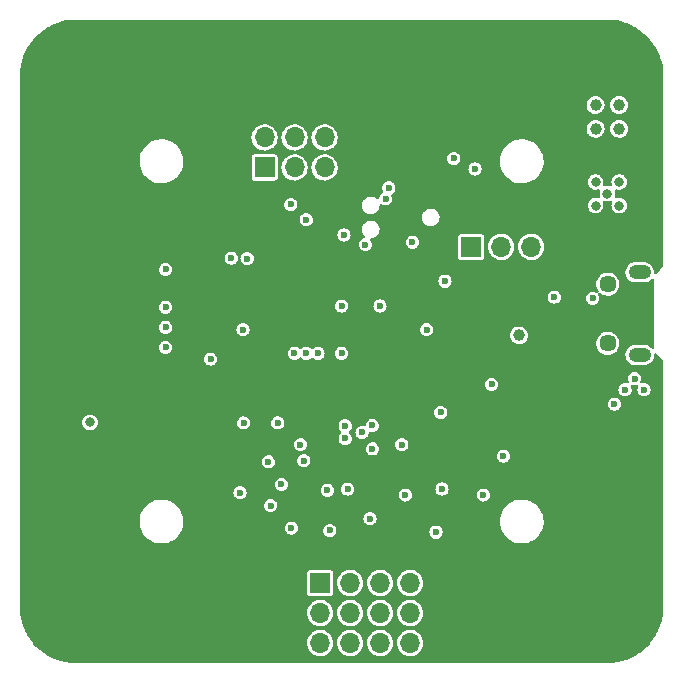
<source format=gbr>
%TF.GenerationSoftware,KiCad,Pcbnew,(6.0.9)*%
%TF.CreationDate,2022-11-01T00:51:48+09:00*%
%TF.ProjectId,STM32-FC,53544d33-322d-4464-932e-6b696361645f,rev?*%
%TF.SameCoordinates,Original*%
%TF.FileFunction,Copper,L3,Inr*%
%TF.FilePolarity,Positive*%
%FSLAX46Y46*%
G04 Gerber Fmt 4.6, Leading zero omitted, Abs format (unit mm)*
G04 Created by KiCad (PCBNEW (6.0.9)) date 2022-11-01 00:51:48*
%MOMM*%
%LPD*%
G01*
G04 APERTURE LIST*
%TA.AperFunction,ComponentPad*%
%ADD10R,1.700000X1.700000*%
%TD*%
%TA.AperFunction,ComponentPad*%
%ADD11O,1.700000X1.700000*%
%TD*%
%TA.AperFunction,ComponentPad*%
%ADD12C,1.450000*%
%TD*%
%TA.AperFunction,ComponentPad*%
%ADD13O,1.900000X1.200000*%
%TD*%
%TA.AperFunction,ViaPad*%
%ADD14C,0.600000*%
%TD*%
%TA.AperFunction,ViaPad*%
%ADD15C,0.800000*%
%TD*%
%TA.AperFunction,ViaPad*%
%ADD16C,1.000000*%
%TD*%
G04 APERTURE END LIST*
D10*
%TO.N,/UART4_TX*%
%TO.C,J3*%
X143475000Y-85275000D03*
D11*
%TO.N,/UART4_RX*%
X143475000Y-82735000D03*
%TO.N,/UART5_TX*%
X146015000Y-85275000D03*
%TO.N,/UART5_RX*%
X146015000Y-82735000D03*
%TO.N,/UART6_TX*%
X148555000Y-85275000D03*
%TO.N,/UART6_RX*%
X148555000Y-82735000D03*
%TD*%
D12*
%TO.N,unconnected-(J1-Pad6)*%
%TO.C,J1*%
X172537500Y-95150000D03*
D13*
X175237500Y-101150000D03*
D12*
X172537500Y-100150000D03*
D13*
X175237500Y-94150000D03*
%TD*%
D10*
%TO.N,/TIM5_CH1*%
%TO.C,J4*%
X148190000Y-120460000D03*
D11*
%TO.N,/TIM5_CH2*%
X150730000Y-120460000D03*
%TO.N,/TIM5_CH3*%
X153270000Y-120460000D03*
%TO.N,/TIM5_CH4*%
X155810000Y-120460000D03*
%TO.N,/PWM_5V*%
X150730000Y-123000000D03*
X148190000Y-123000000D03*
X153270000Y-123000000D03*
X155810000Y-123000000D03*
%TO.N,GND*%
X150730000Y-125540000D03*
X155810000Y-125540000D03*
X148190000Y-125540000D03*
X153270000Y-125540000D03*
%TD*%
D10*
%TO.N,/UART1_RX_INV*%
%TO.C,J2*%
X160975000Y-92000000D03*
D11*
%TO.N,+5V*%
X163515000Y-92000000D03*
%TO.N,GND*%
X166055000Y-92000000D03*
%TD*%
D14*
%TO.N,/SPI1_SCK*%
X149000000Y-116000000D03*
%TO.N,/GYRO_NSS*%
X150300000Y-107150000D03*
%TO.N,/ACC_NSS*%
X150300000Y-108200000D03*
%TO.N,GND*%
X142000000Y-93000000D03*
X163700000Y-109700000D03*
D15*
X173500000Y-88500000D03*
D14*
X173100000Y-105300000D03*
X155400000Y-113000000D03*
X145750000Y-115800000D03*
X147000000Y-89700000D03*
D15*
X171500000Y-86500000D03*
D14*
X175600000Y-104100000D03*
X162000000Y-113000000D03*
X174000000Y-104100000D03*
X162700000Y-103650000D03*
X156000000Y-91600000D03*
X152600000Y-109100000D03*
X145700000Y-88400000D03*
X146500000Y-108750000D03*
D15*
X172500000Y-87500000D03*
D14*
X140650000Y-92950000D03*
X155100000Y-108750000D03*
X141650000Y-99000000D03*
X152400000Y-115000000D03*
X171250000Y-96350000D03*
X161300000Y-85400000D03*
X135100000Y-93900000D03*
X174800000Y-103150000D03*
X168000000Y-96250000D03*
D15*
X171500000Y-88500000D03*
D14*
X158400000Y-106000000D03*
X141400000Y-112800000D03*
X158750000Y-94900000D03*
D15*
X128700000Y-106850000D03*
X173500000Y-86500000D03*
D14*
X158000000Y-116150000D03*
X138900000Y-101500000D03*
X153730000Y-87935000D03*
%TO.N,/NRST*%
X150000000Y-97000000D03*
X154000000Y-87000000D03*
D16*
%TO.N,+5V*%
X165000000Y-99500000D03*
X173500000Y-82000000D03*
X173500000Y-80000000D03*
X171500000Y-82000000D03*
X171500000Y-80000000D03*
D14*
%TO.N,/UART1_RX*%
X157200000Y-99000000D03*
X159500000Y-84500000D03*
%TO.N,+3.3V*%
X142000000Y-94000000D03*
X156700000Y-81750000D03*
X138900000Y-102500000D03*
X155400000Y-112000000D03*
X169500000Y-106500000D03*
X146750000Y-115800000D03*
X156270000Y-87935000D03*
X171000000Y-108000000D03*
X147500000Y-108750000D03*
X171000000Y-106500000D03*
X146000000Y-89700000D03*
X151600000Y-109100000D03*
X164500000Y-94600000D03*
X153910000Y-85000000D03*
X141400000Y-111800000D03*
X158750000Y-95900000D03*
X169500000Y-108000000D03*
X172500000Y-107500000D03*
X154100000Y-108750000D03*
X159000000Y-116150000D03*
X162000000Y-112000000D03*
%TO.N,/LED_RED*%
X135100000Y-100500000D03*
X148000000Y-101000000D03*
%TO.N,/LED_GREEN*%
X135100000Y-98800000D03*
X147000000Y-101000000D03*
%TO.N,/LED_BLUE*%
X146000000Y-101000000D03*
X135100000Y-97100000D03*
%TO.N,/TIM5_CH4*%
X141700000Y-106900000D03*
X144600000Y-106900000D03*
%TO.N,/SPI1_SCK*%
X143800000Y-110200000D03*
X148800000Y-112600000D03*
X144900000Y-112100000D03*
%TO.N,/ACC_NSS*%
X146800000Y-110100000D03*
%TO.N,/GYRO_NSS*%
X144000000Y-113900000D03*
%TO.N,/MAG_NSS*%
X150500000Y-112500000D03*
X151725000Y-107700000D03*
%TO.N,/BARO_NSS*%
X152600000Y-107100000D03*
X158500000Y-112500000D03*
%TO.N,/UART6_TX*%
X150000000Y-101000000D03*
%TO.N,/UART6_RX*%
X153250000Y-97000000D03*
X152000000Y-91800000D03*
%TO.N,/UART5_TX*%
X150200000Y-91000000D03*
%TD*%
%TA.AperFunction,Conductor*%
%TO.N,+3.3V*%
G36*
X172487103Y-72756921D02*
G01*
X172500000Y-72759486D01*
X172512170Y-72757065D01*
X172522599Y-72757065D01*
X172535735Y-72756060D01*
X172856412Y-72770061D01*
X172908103Y-72772318D01*
X172919051Y-72773276D01*
X173318604Y-72825878D01*
X173329413Y-72827785D01*
X173722854Y-72915008D01*
X173733471Y-72917853D01*
X174117813Y-73039036D01*
X174128128Y-73042789D01*
X174500468Y-73197017D01*
X174510412Y-73201655D01*
X174795219Y-73349916D01*
X174867867Y-73387734D01*
X174877387Y-73393230D01*
X175217262Y-73609755D01*
X175226266Y-73616059D01*
X175545993Y-73861393D01*
X175554397Y-73868445D01*
X175630501Y-73938182D01*
X175851519Y-74140709D01*
X175859291Y-74148481D01*
X175970515Y-74269860D01*
X176131555Y-74445603D01*
X176138607Y-74454007D01*
X176268743Y-74623604D01*
X176383941Y-74773734D01*
X176390245Y-74782738D01*
X176606770Y-75122613D01*
X176612266Y-75132133D01*
X176798341Y-75489579D01*
X176802987Y-75499541D01*
X176957208Y-75871865D01*
X176960967Y-75882194D01*
X177082147Y-76266528D01*
X177084992Y-76277146D01*
X177172214Y-76670579D01*
X177174123Y-76681404D01*
X177226724Y-77080948D01*
X177227682Y-77091898D01*
X177243940Y-77464265D01*
X177242935Y-77477401D01*
X177242935Y-77487830D01*
X177240514Y-77500000D01*
X177242935Y-77512170D01*
X177243079Y-77512894D01*
X177245500Y-77537476D01*
X177245500Y-93555333D01*
X177225498Y-93623454D01*
X177213674Y-93639043D01*
X176664731Y-94256604D01*
X176604524Y-94294229D01*
X176533533Y-94293332D01*
X176474297Y-94254196D01*
X176445623Y-94189247D01*
X176444730Y-94179489D01*
X176436339Y-94019389D01*
X176435982Y-94012576D01*
X176434172Y-94006004D01*
X176434171Y-94005999D01*
X176388492Y-93840165D01*
X176386679Y-93833583D01*
X176300090Y-93669352D01*
X176180255Y-93527546D01*
X176174830Y-93523398D01*
X176038185Y-93418925D01*
X176038181Y-93418923D01*
X176032764Y-93414781D01*
X176026584Y-93411899D01*
X176026582Y-93411898D01*
X175870677Y-93339198D01*
X175870674Y-93339197D01*
X175864500Y-93336318D01*
X175857852Y-93334832D01*
X175857849Y-93334831D01*
X175688349Y-93296944D01*
X175688350Y-93296944D01*
X175683312Y-93295818D01*
X175677624Y-93295500D01*
X174841115Y-93295500D01*
X174702927Y-93310512D01*
X174618506Y-93338923D01*
X174533436Y-93367552D01*
X174533434Y-93367553D01*
X174526965Y-93369730D01*
X174367823Y-93465351D01*
X174362866Y-93470039D01*
X174362863Y-93470041D01*
X174269631Y-93558207D01*
X174232928Y-93592916D01*
X174128572Y-93746471D01*
X174126039Y-93752805D01*
X174126037Y-93752808D01*
X174062158Y-93912516D01*
X174062157Y-93912521D01*
X174059624Y-93918853D01*
X174058510Y-93925580D01*
X174058509Y-93925585D01*
X174030416Y-94095282D01*
X174029301Y-94102019D01*
X174029658Y-94108836D01*
X174029658Y-94108840D01*
X174034330Y-94197981D01*
X174039018Y-94287424D01*
X174040828Y-94293996D01*
X174040829Y-94294001D01*
X174074336Y-94415645D01*
X174088321Y-94466417D01*
X174174910Y-94630648D01*
X174294745Y-94772454D01*
X174300168Y-94776601D01*
X174300170Y-94776602D01*
X174436815Y-94881075D01*
X174436819Y-94881077D01*
X174442236Y-94885219D01*
X174448416Y-94888101D01*
X174448418Y-94888102D01*
X174604323Y-94960802D01*
X174604326Y-94960803D01*
X174610500Y-94963682D01*
X174617148Y-94965168D01*
X174617151Y-94965169D01*
X174716211Y-94987311D01*
X174791688Y-95004182D01*
X174797376Y-95004500D01*
X175633885Y-95004500D01*
X175772073Y-94989488D01*
X175920624Y-94939495D01*
X175941564Y-94932448D01*
X175941566Y-94932447D01*
X175948035Y-94930270D01*
X176107177Y-94834649D01*
X176112134Y-94829961D01*
X176112137Y-94829959D01*
X176232927Y-94715732D01*
X176296164Y-94683460D01*
X176366811Y-94690500D01*
X176422437Y-94734616D01*
X176445500Y-94807280D01*
X176445500Y-100497110D01*
X176425498Y-100565231D01*
X176371842Y-100611724D01*
X176301568Y-100621828D01*
X176236988Y-100592334D01*
X176223262Y-100578438D01*
X176204038Y-100555689D01*
X176180255Y-100527546D01*
X176174830Y-100523398D01*
X176038185Y-100418925D01*
X176038181Y-100418923D01*
X176032764Y-100414781D01*
X176026584Y-100411899D01*
X176026582Y-100411898D01*
X175870677Y-100339198D01*
X175870674Y-100339197D01*
X175864500Y-100336318D01*
X175857852Y-100334832D01*
X175857849Y-100334831D01*
X175688349Y-100296944D01*
X175688350Y-100296944D01*
X175683312Y-100295818D01*
X175677624Y-100295500D01*
X174841115Y-100295500D01*
X174702927Y-100310512D01*
X174617689Y-100339198D01*
X174533436Y-100367552D01*
X174533434Y-100367553D01*
X174526965Y-100369730D01*
X174367823Y-100465351D01*
X174362866Y-100470039D01*
X174362863Y-100470041D01*
X174237886Y-100588227D01*
X174232928Y-100592916D01*
X174128572Y-100746471D01*
X174126039Y-100752805D01*
X174126037Y-100752808D01*
X174062158Y-100912516D01*
X174062157Y-100912521D01*
X174059624Y-100918853D01*
X174058510Y-100925580D01*
X174058509Y-100925585D01*
X174030416Y-101095282D01*
X174029301Y-101102019D01*
X174029658Y-101108836D01*
X174029658Y-101108840D01*
X174031940Y-101152380D01*
X174039018Y-101287424D01*
X174040828Y-101293996D01*
X174040829Y-101294001D01*
X174068780Y-101395474D01*
X174088321Y-101466417D01*
X174174910Y-101630648D01*
X174294745Y-101772454D01*
X174300168Y-101776601D01*
X174300170Y-101776602D01*
X174436815Y-101881075D01*
X174436819Y-101881077D01*
X174442236Y-101885219D01*
X174448416Y-101888101D01*
X174448418Y-101888102D01*
X174604323Y-101960802D01*
X174604326Y-101960803D01*
X174610500Y-101963682D01*
X174617148Y-101965168D01*
X174617151Y-101965169D01*
X174725950Y-101989488D01*
X174791688Y-102004182D01*
X174797376Y-102004500D01*
X175633885Y-102004500D01*
X175772073Y-101989488D01*
X175892710Y-101948889D01*
X175941564Y-101932448D01*
X175941566Y-101932447D01*
X175948035Y-101930270D01*
X176107177Y-101834649D01*
X176112134Y-101829961D01*
X176112137Y-101829959D01*
X176237114Y-101711773D01*
X176237116Y-101711771D01*
X176242072Y-101707084D01*
X176346428Y-101553529D01*
X176353012Y-101537068D01*
X176412842Y-101387484D01*
X176412843Y-101387479D01*
X176415376Y-101381147D01*
X176416490Y-101374420D01*
X176416491Y-101374415D01*
X176444584Y-101204718D01*
X176444584Y-101204715D01*
X176445699Y-101197981D01*
X176442910Y-101144754D01*
X176442180Y-101130831D01*
X176458589Y-101061757D01*
X176509738Y-101012520D01*
X176579387Y-100998752D01*
X176645423Y-101024825D01*
X176662181Y-101040527D01*
X177213674Y-101660957D01*
X177243981Y-101725160D01*
X177245500Y-101744667D01*
X177245500Y-122462524D01*
X177243079Y-122487103D01*
X177240514Y-122500000D01*
X177242935Y-122512170D01*
X177242935Y-122522599D01*
X177243940Y-122535735D01*
X177227682Y-122908102D01*
X177226724Y-122919051D01*
X177193982Y-123167755D01*
X177174123Y-123318596D01*
X177172215Y-123329413D01*
X177164193Y-123365602D01*
X177084992Y-123722854D01*
X177082147Y-123733471D01*
X176964150Y-124107712D01*
X176960967Y-124117806D01*
X176957211Y-124128128D01*
X176816604Y-124467585D01*
X176802987Y-124500459D01*
X176798345Y-124510412D01*
X176646341Y-124802409D01*
X176612266Y-124867867D01*
X176606770Y-124877387D01*
X176390245Y-125217262D01*
X176383941Y-125226266D01*
X176138607Y-125545993D01*
X176131555Y-125554397D01*
X176088185Y-125601727D01*
X175859291Y-125851519D01*
X175851519Y-125859291D01*
X175801993Y-125904674D01*
X175554397Y-126131555D01*
X175545993Y-126138607D01*
X175393434Y-126255669D01*
X175226266Y-126383941D01*
X175217262Y-126390245D01*
X174877387Y-126606770D01*
X174867868Y-126612265D01*
X174510412Y-126798345D01*
X174500468Y-126802983D01*
X174128128Y-126957211D01*
X174117813Y-126960964D01*
X173733472Y-127082147D01*
X173722855Y-127084992D01*
X173329413Y-127172215D01*
X173318604Y-127174122D01*
X172919052Y-127226724D01*
X172908103Y-127227682D01*
X172856412Y-127229939D01*
X172535735Y-127243940D01*
X172522599Y-127242935D01*
X172512170Y-127242935D01*
X172500000Y-127240514D01*
X172487103Y-127243079D01*
X172462524Y-127245500D01*
X127537476Y-127245500D01*
X127512897Y-127243079D01*
X127500000Y-127240514D01*
X127487830Y-127242935D01*
X127477401Y-127242935D01*
X127464265Y-127243940D01*
X127143588Y-127229939D01*
X127091897Y-127227682D01*
X127080948Y-127226724D01*
X126681396Y-127174122D01*
X126670587Y-127172215D01*
X126277145Y-127084992D01*
X126266528Y-127082147D01*
X125882187Y-126960964D01*
X125871872Y-126957211D01*
X125499532Y-126802983D01*
X125489588Y-126798345D01*
X125132132Y-126612265D01*
X125122613Y-126606770D01*
X124782738Y-126390245D01*
X124773734Y-126383941D01*
X124606566Y-126255669D01*
X124454007Y-126138607D01*
X124445603Y-126131555D01*
X124198007Y-125904674D01*
X124148481Y-125859291D01*
X124140709Y-125851519D01*
X123911815Y-125601727D01*
X123868445Y-125554397D01*
X123861393Y-125545993D01*
X123834514Y-125510964D01*
X147081148Y-125510964D01*
X147094424Y-125713522D01*
X147095845Y-125719118D01*
X147095846Y-125719123D01*
X147116119Y-125798945D01*
X147144392Y-125910269D01*
X147146809Y-125915512D01*
X147184010Y-125996208D01*
X147229377Y-126094616D01*
X147346533Y-126260389D01*
X147491938Y-126402035D01*
X147660720Y-126514812D01*
X147666023Y-126517090D01*
X147666026Y-126517092D01*
X147754707Y-126555192D01*
X147847228Y-126594942D01*
X147912555Y-126609724D01*
X148039579Y-126638467D01*
X148039584Y-126638468D01*
X148045216Y-126639742D01*
X148050987Y-126639969D01*
X148050989Y-126639969D01*
X148110756Y-126642317D01*
X148248053Y-126647712D01*
X148348499Y-126633148D01*
X148443231Y-126619413D01*
X148443236Y-126619412D01*
X148448945Y-126618584D01*
X148454409Y-126616729D01*
X148454414Y-126616728D01*
X148635693Y-126555192D01*
X148635698Y-126555190D01*
X148641165Y-126553334D01*
X148818276Y-126454147D01*
X148880934Y-126402035D01*
X148969913Y-126328031D01*
X148974345Y-126324345D01*
X149104147Y-126168276D01*
X149203334Y-125991165D01*
X149205190Y-125985698D01*
X149205192Y-125985693D01*
X149266728Y-125804414D01*
X149266729Y-125804409D01*
X149268584Y-125798945D01*
X149269412Y-125793236D01*
X149269413Y-125793231D01*
X149297179Y-125601727D01*
X149297712Y-125598053D01*
X149299232Y-125540000D01*
X149296564Y-125510964D01*
X149621148Y-125510964D01*
X149634424Y-125713522D01*
X149635845Y-125719118D01*
X149635846Y-125719123D01*
X149656119Y-125798945D01*
X149684392Y-125910269D01*
X149686809Y-125915512D01*
X149724010Y-125996208D01*
X149769377Y-126094616D01*
X149886533Y-126260389D01*
X150031938Y-126402035D01*
X150200720Y-126514812D01*
X150206023Y-126517090D01*
X150206026Y-126517092D01*
X150294707Y-126555192D01*
X150387228Y-126594942D01*
X150452555Y-126609724D01*
X150579579Y-126638467D01*
X150579584Y-126638468D01*
X150585216Y-126639742D01*
X150590987Y-126639969D01*
X150590989Y-126639969D01*
X150650756Y-126642317D01*
X150788053Y-126647712D01*
X150888499Y-126633148D01*
X150983231Y-126619413D01*
X150983236Y-126619412D01*
X150988945Y-126618584D01*
X150994409Y-126616729D01*
X150994414Y-126616728D01*
X151175693Y-126555192D01*
X151175698Y-126555190D01*
X151181165Y-126553334D01*
X151358276Y-126454147D01*
X151420934Y-126402035D01*
X151509913Y-126328031D01*
X151514345Y-126324345D01*
X151644147Y-126168276D01*
X151743334Y-125991165D01*
X151745190Y-125985698D01*
X151745192Y-125985693D01*
X151806728Y-125804414D01*
X151806729Y-125804409D01*
X151808584Y-125798945D01*
X151809412Y-125793236D01*
X151809413Y-125793231D01*
X151837179Y-125601727D01*
X151837712Y-125598053D01*
X151839232Y-125540000D01*
X151836564Y-125510964D01*
X152161148Y-125510964D01*
X152174424Y-125713522D01*
X152175845Y-125719118D01*
X152175846Y-125719123D01*
X152196119Y-125798945D01*
X152224392Y-125910269D01*
X152226809Y-125915512D01*
X152264010Y-125996208D01*
X152309377Y-126094616D01*
X152426533Y-126260389D01*
X152571938Y-126402035D01*
X152740720Y-126514812D01*
X152746023Y-126517090D01*
X152746026Y-126517092D01*
X152834707Y-126555192D01*
X152927228Y-126594942D01*
X152992555Y-126609724D01*
X153119579Y-126638467D01*
X153119584Y-126638468D01*
X153125216Y-126639742D01*
X153130987Y-126639969D01*
X153130989Y-126639969D01*
X153190756Y-126642317D01*
X153328053Y-126647712D01*
X153428499Y-126633148D01*
X153523231Y-126619413D01*
X153523236Y-126619412D01*
X153528945Y-126618584D01*
X153534409Y-126616729D01*
X153534414Y-126616728D01*
X153715693Y-126555192D01*
X153715698Y-126555190D01*
X153721165Y-126553334D01*
X153898276Y-126454147D01*
X153960934Y-126402035D01*
X154049913Y-126328031D01*
X154054345Y-126324345D01*
X154184147Y-126168276D01*
X154283334Y-125991165D01*
X154285190Y-125985698D01*
X154285192Y-125985693D01*
X154346728Y-125804414D01*
X154346729Y-125804409D01*
X154348584Y-125798945D01*
X154349412Y-125793236D01*
X154349413Y-125793231D01*
X154377179Y-125601727D01*
X154377712Y-125598053D01*
X154379232Y-125540000D01*
X154376564Y-125510964D01*
X154701148Y-125510964D01*
X154714424Y-125713522D01*
X154715845Y-125719118D01*
X154715846Y-125719123D01*
X154736119Y-125798945D01*
X154764392Y-125910269D01*
X154766809Y-125915512D01*
X154804010Y-125996208D01*
X154849377Y-126094616D01*
X154966533Y-126260389D01*
X155111938Y-126402035D01*
X155280720Y-126514812D01*
X155286023Y-126517090D01*
X155286026Y-126517092D01*
X155374707Y-126555192D01*
X155467228Y-126594942D01*
X155532555Y-126609724D01*
X155659579Y-126638467D01*
X155659584Y-126638468D01*
X155665216Y-126639742D01*
X155670987Y-126639969D01*
X155670989Y-126639969D01*
X155730756Y-126642317D01*
X155868053Y-126647712D01*
X155968499Y-126633148D01*
X156063231Y-126619413D01*
X156063236Y-126619412D01*
X156068945Y-126618584D01*
X156074409Y-126616729D01*
X156074414Y-126616728D01*
X156255693Y-126555192D01*
X156255698Y-126555190D01*
X156261165Y-126553334D01*
X156438276Y-126454147D01*
X156500934Y-126402035D01*
X156589913Y-126328031D01*
X156594345Y-126324345D01*
X156724147Y-126168276D01*
X156823334Y-125991165D01*
X156825190Y-125985698D01*
X156825192Y-125985693D01*
X156886728Y-125804414D01*
X156886729Y-125804409D01*
X156888584Y-125798945D01*
X156889412Y-125793236D01*
X156889413Y-125793231D01*
X156917179Y-125601727D01*
X156917712Y-125598053D01*
X156919232Y-125540000D01*
X156900658Y-125337859D01*
X156899090Y-125332299D01*
X156847125Y-125148046D01*
X156847124Y-125148044D01*
X156845557Y-125142487D01*
X156834978Y-125121033D01*
X156758331Y-124965609D01*
X156755776Y-124960428D01*
X156634320Y-124797779D01*
X156485258Y-124659987D01*
X156480375Y-124656906D01*
X156480371Y-124656903D01*
X156318464Y-124554748D01*
X156313581Y-124551667D01*
X156125039Y-124476446D01*
X156119379Y-124475320D01*
X156119375Y-124475319D01*
X155931613Y-124437971D01*
X155931610Y-124437971D01*
X155925946Y-124436844D01*
X155920171Y-124436768D01*
X155920167Y-124436768D01*
X155818793Y-124435441D01*
X155722971Y-124434187D01*
X155717274Y-124435166D01*
X155717273Y-124435166D01*
X155528607Y-124467585D01*
X155522910Y-124468564D01*
X155332463Y-124538824D01*
X155158010Y-124642612D01*
X155153670Y-124646418D01*
X155153666Y-124646421D01*
X155133723Y-124663911D01*
X155005392Y-124776455D01*
X154879720Y-124935869D01*
X154877031Y-124940980D01*
X154877029Y-124940983D01*
X154864073Y-124965609D01*
X154785203Y-125115515D01*
X154725007Y-125309378D01*
X154701148Y-125510964D01*
X154376564Y-125510964D01*
X154360658Y-125337859D01*
X154359090Y-125332299D01*
X154307125Y-125148046D01*
X154307124Y-125148044D01*
X154305557Y-125142487D01*
X154294978Y-125121033D01*
X154218331Y-124965609D01*
X154215776Y-124960428D01*
X154094320Y-124797779D01*
X153945258Y-124659987D01*
X153940375Y-124656906D01*
X153940371Y-124656903D01*
X153778464Y-124554748D01*
X153773581Y-124551667D01*
X153585039Y-124476446D01*
X153579379Y-124475320D01*
X153579375Y-124475319D01*
X153391613Y-124437971D01*
X153391610Y-124437971D01*
X153385946Y-124436844D01*
X153380171Y-124436768D01*
X153380167Y-124436768D01*
X153278793Y-124435441D01*
X153182971Y-124434187D01*
X153177274Y-124435166D01*
X153177273Y-124435166D01*
X152988607Y-124467585D01*
X152982910Y-124468564D01*
X152792463Y-124538824D01*
X152618010Y-124642612D01*
X152613670Y-124646418D01*
X152613666Y-124646421D01*
X152593723Y-124663911D01*
X152465392Y-124776455D01*
X152339720Y-124935869D01*
X152337031Y-124940980D01*
X152337029Y-124940983D01*
X152324073Y-124965609D01*
X152245203Y-125115515D01*
X152185007Y-125309378D01*
X152161148Y-125510964D01*
X151836564Y-125510964D01*
X151820658Y-125337859D01*
X151819090Y-125332299D01*
X151767125Y-125148046D01*
X151767124Y-125148044D01*
X151765557Y-125142487D01*
X151754978Y-125121033D01*
X151678331Y-124965609D01*
X151675776Y-124960428D01*
X151554320Y-124797779D01*
X151405258Y-124659987D01*
X151400375Y-124656906D01*
X151400371Y-124656903D01*
X151238464Y-124554748D01*
X151233581Y-124551667D01*
X151045039Y-124476446D01*
X151039379Y-124475320D01*
X151039375Y-124475319D01*
X150851613Y-124437971D01*
X150851610Y-124437971D01*
X150845946Y-124436844D01*
X150840171Y-124436768D01*
X150840167Y-124436768D01*
X150738793Y-124435441D01*
X150642971Y-124434187D01*
X150637274Y-124435166D01*
X150637273Y-124435166D01*
X150448607Y-124467585D01*
X150442910Y-124468564D01*
X150252463Y-124538824D01*
X150078010Y-124642612D01*
X150073670Y-124646418D01*
X150073666Y-124646421D01*
X150053723Y-124663911D01*
X149925392Y-124776455D01*
X149799720Y-124935869D01*
X149797031Y-124940980D01*
X149797029Y-124940983D01*
X149784073Y-124965609D01*
X149705203Y-125115515D01*
X149645007Y-125309378D01*
X149621148Y-125510964D01*
X149296564Y-125510964D01*
X149280658Y-125337859D01*
X149279090Y-125332299D01*
X149227125Y-125148046D01*
X149227124Y-125148044D01*
X149225557Y-125142487D01*
X149214978Y-125121033D01*
X149138331Y-124965609D01*
X149135776Y-124960428D01*
X149014320Y-124797779D01*
X148865258Y-124659987D01*
X148860375Y-124656906D01*
X148860371Y-124656903D01*
X148698464Y-124554748D01*
X148693581Y-124551667D01*
X148505039Y-124476446D01*
X148499379Y-124475320D01*
X148499375Y-124475319D01*
X148311613Y-124437971D01*
X148311610Y-124437971D01*
X148305946Y-124436844D01*
X148300171Y-124436768D01*
X148300167Y-124436768D01*
X148198793Y-124435441D01*
X148102971Y-124434187D01*
X148097274Y-124435166D01*
X148097273Y-124435166D01*
X147908607Y-124467585D01*
X147902910Y-124468564D01*
X147712463Y-124538824D01*
X147538010Y-124642612D01*
X147533670Y-124646418D01*
X147533666Y-124646421D01*
X147513723Y-124663911D01*
X147385392Y-124776455D01*
X147259720Y-124935869D01*
X147257031Y-124940980D01*
X147257029Y-124940983D01*
X147244073Y-124965609D01*
X147165203Y-125115515D01*
X147105007Y-125309378D01*
X147081148Y-125510964D01*
X123834514Y-125510964D01*
X123616059Y-125226266D01*
X123609755Y-125217262D01*
X123393230Y-124877387D01*
X123387734Y-124867867D01*
X123353659Y-124802409D01*
X123201655Y-124510412D01*
X123197013Y-124500459D01*
X123183397Y-124467585D01*
X123042789Y-124128128D01*
X123039033Y-124117806D01*
X123035851Y-124107712D01*
X122917853Y-123733471D01*
X122915008Y-123722854D01*
X122835807Y-123365602D01*
X122827785Y-123329413D01*
X122825877Y-123318596D01*
X122806019Y-123167755D01*
X122780111Y-122970964D01*
X147081148Y-122970964D01*
X147094424Y-123173522D01*
X147095845Y-123179118D01*
X147095846Y-123179123D01*
X147132653Y-123324047D01*
X147144392Y-123370269D01*
X147146809Y-123375512D01*
X147184010Y-123456208D01*
X147229377Y-123554616D01*
X147346533Y-123720389D01*
X147491938Y-123862035D01*
X147660720Y-123974812D01*
X147666023Y-123977090D01*
X147666026Y-123977092D01*
X147754707Y-124015192D01*
X147847228Y-124054942D01*
X147920244Y-124071464D01*
X148039579Y-124098467D01*
X148039584Y-124098468D01*
X148045216Y-124099742D01*
X148050987Y-124099969D01*
X148050989Y-124099969D01*
X148110756Y-124102317D01*
X148248053Y-124107712D01*
X148348499Y-124093148D01*
X148443231Y-124079413D01*
X148443236Y-124079412D01*
X148448945Y-124078584D01*
X148454409Y-124076729D01*
X148454414Y-124076728D01*
X148635693Y-124015192D01*
X148635698Y-124015190D01*
X148641165Y-124013334D01*
X148818276Y-123914147D01*
X148880934Y-123862035D01*
X148969913Y-123788031D01*
X148974345Y-123784345D01*
X149104147Y-123628276D01*
X149203334Y-123451165D01*
X149205190Y-123445698D01*
X149205192Y-123445693D01*
X149266728Y-123264414D01*
X149266729Y-123264409D01*
X149268584Y-123258945D01*
X149269412Y-123253236D01*
X149269413Y-123253231D01*
X149297179Y-123061727D01*
X149297712Y-123058053D01*
X149299232Y-123000000D01*
X149296564Y-122970964D01*
X149621148Y-122970964D01*
X149634424Y-123173522D01*
X149635845Y-123179118D01*
X149635846Y-123179123D01*
X149672653Y-123324047D01*
X149684392Y-123370269D01*
X149686809Y-123375512D01*
X149724010Y-123456208D01*
X149769377Y-123554616D01*
X149886533Y-123720389D01*
X150031938Y-123862035D01*
X150200720Y-123974812D01*
X150206023Y-123977090D01*
X150206026Y-123977092D01*
X150294707Y-124015192D01*
X150387228Y-124054942D01*
X150460244Y-124071464D01*
X150579579Y-124098467D01*
X150579584Y-124098468D01*
X150585216Y-124099742D01*
X150590987Y-124099969D01*
X150590989Y-124099969D01*
X150650756Y-124102317D01*
X150788053Y-124107712D01*
X150888499Y-124093148D01*
X150983231Y-124079413D01*
X150983236Y-124079412D01*
X150988945Y-124078584D01*
X150994409Y-124076729D01*
X150994414Y-124076728D01*
X151175693Y-124015192D01*
X151175698Y-124015190D01*
X151181165Y-124013334D01*
X151358276Y-123914147D01*
X151420934Y-123862035D01*
X151509913Y-123788031D01*
X151514345Y-123784345D01*
X151644147Y-123628276D01*
X151743334Y-123451165D01*
X151745190Y-123445698D01*
X151745192Y-123445693D01*
X151806728Y-123264414D01*
X151806729Y-123264409D01*
X151808584Y-123258945D01*
X151809412Y-123253236D01*
X151809413Y-123253231D01*
X151837179Y-123061727D01*
X151837712Y-123058053D01*
X151839232Y-123000000D01*
X151836564Y-122970964D01*
X152161148Y-122970964D01*
X152174424Y-123173522D01*
X152175845Y-123179118D01*
X152175846Y-123179123D01*
X152212653Y-123324047D01*
X152224392Y-123370269D01*
X152226809Y-123375512D01*
X152264010Y-123456208D01*
X152309377Y-123554616D01*
X152426533Y-123720389D01*
X152571938Y-123862035D01*
X152740720Y-123974812D01*
X152746023Y-123977090D01*
X152746026Y-123977092D01*
X152834707Y-124015192D01*
X152927228Y-124054942D01*
X153000244Y-124071464D01*
X153119579Y-124098467D01*
X153119584Y-124098468D01*
X153125216Y-124099742D01*
X153130987Y-124099969D01*
X153130989Y-124099969D01*
X153190756Y-124102317D01*
X153328053Y-124107712D01*
X153428499Y-124093148D01*
X153523231Y-124079413D01*
X153523236Y-124079412D01*
X153528945Y-124078584D01*
X153534409Y-124076729D01*
X153534414Y-124076728D01*
X153715693Y-124015192D01*
X153715698Y-124015190D01*
X153721165Y-124013334D01*
X153898276Y-123914147D01*
X153960934Y-123862035D01*
X154049913Y-123788031D01*
X154054345Y-123784345D01*
X154184147Y-123628276D01*
X154283334Y-123451165D01*
X154285190Y-123445698D01*
X154285192Y-123445693D01*
X154346728Y-123264414D01*
X154346729Y-123264409D01*
X154348584Y-123258945D01*
X154349412Y-123253236D01*
X154349413Y-123253231D01*
X154377179Y-123061727D01*
X154377712Y-123058053D01*
X154379232Y-123000000D01*
X154376564Y-122970964D01*
X154701148Y-122970964D01*
X154714424Y-123173522D01*
X154715845Y-123179118D01*
X154715846Y-123179123D01*
X154752653Y-123324047D01*
X154764392Y-123370269D01*
X154766809Y-123375512D01*
X154804010Y-123456208D01*
X154849377Y-123554616D01*
X154966533Y-123720389D01*
X155111938Y-123862035D01*
X155280720Y-123974812D01*
X155286023Y-123977090D01*
X155286026Y-123977092D01*
X155374707Y-124015192D01*
X155467228Y-124054942D01*
X155540244Y-124071464D01*
X155659579Y-124098467D01*
X155659584Y-124098468D01*
X155665216Y-124099742D01*
X155670987Y-124099969D01*
X155670989Y-124099969D01*
X155730756Y-124102317D01*
X155868053Y-124107712D01*
X155968499Y-124093148D01*
X156063231Y-124079413D01*
X156063236Y-124079412D01*
X156068945Y-124078584D01*
X156074409Y-124076729D01*
X156074414Y-124076728D01*
X156255693Y-124015192D01*
X156255698Y-124015190D01*
X156261165Y-124013334D01*
X156438276Y-123914147D01*
X156500934Y-123862035D01*
X156589913Y-123788031D01*
X156594345Y-123784345D01*
X156724147Y-123628276D01*
X156823334Y-123451165D01*
X156825190Y-123445698D01*
X156825192Y-123445693D01*
X156886728Y-123264414D01*
X156886729Y-123264409D01*
X156888584Y-123258945D01*
X156889412Y-123253236D01*
X156889413Y-123253231D01*
X156917179Y-123061727D01*
X156917712Y-123058053D01*
X156919232Y-123000000D01*
X156900658Y-122797859D01*
X156899090Y-122792299D01*
X156847125Y-122608046D01*
X156847124Y-122608044D01*
X156845557Y-122602487D01*
X156834978Y-122581033D01*
X156758331Y-122425609D01*
X156755776Y-122420428D01*
X156634320Y-122257779D01*
X156485258Y-122119987D01*
X156480375Y-122116906D01*
X156480371Y-122116903D01*
X156318464Y-122014748D01*
X156313581Y-122011667D01*
X156125039Y-121936446D01*
X156119379Y-121935320D01*
X156119375Y-121935319D01*
X155931613Y-121897971D01*
X155931610Y-121897971D01*
X155925946Y-121896844D01*
X155920171Y-121896768D01*
X155920167Y-121896768D01*
X155818793Y-121895441D01*
X155722971Y-121894187D01*
X155717274Y-121895166D01*
X155717273Y-121895166D01*
X155528607Y-121927585D01*
X155522910Y-121928564D01*
X155332463Y-121998824D01*
X155158010Y-122102612D01*
X155153670Y-122106418D01*
X155153666Y-122106421D01*
X155133723Y-122123911D01*
X155005392Y-122236455D01*
X154879720Y-122395869D01*
X154877031Y-122400980D01*
X154877029Y-122400983D01*
X154864073Y-122425609D01*
X154785203Y-122575515D01*
X154725007Y-122769378D01*
X154701148Y-122970964D01*
X154376564Y-122970964D01*
X154360658Y-122797859D01*
X154359090Y-122792299D01*
X154307125Y-122608046D01*
X154307124Y-122608044D01*
X154305557Y-122602487D01*
X154294978Y-122581033D01*
X154218331Y-122425609D01*
X154215776Y-122420428D01*
X154094320Y-122257779D01*
X153945258Y-122119987D01*
X153940375Y-122116906D01*
X153940371Y-122116903D01*
X153778464Y-122014748D01*
X153773581Y-122011667D01*
X153585039Y-121936446D01*
X153579379Y-121935320D01*
X153579375Y-121935319D01*
X153391613Y-121897971D01*
X153391610Y-121897971D01*
X153385946Y-121896844D01*
X153380171Y-121896768D01*
X153380167Y-121896768D01*
X153278793Y-121895441D01*
X153182971Y-121894187D01*
X153177274Y-121895166D01*
X153177273Y-121895166D01*
X152988607Y-121927585D01*
X152982910Y-121928564D01*
X152792463Y-121998824D01*
X152618010Y-122102612D01*
X152613670Y-122106418D01*
X152613666Y-122106421D01*
X152593723Y-122123911D01*
X152465392Y-122236455D01*
X152339720Y-122395869D01*
X152337031Y-122400980D01*
X152337029Y-122400983D01*
X152324073Y-122425609D01*
X152245203Y-122575515D01*
X152185007Y-122769378D01*
X152161148Y-122970964D01*
X151836564Y-122970964D01*
X151820658Y-122797859D01*
X151819090Y-122792299D01*
X151767125Y-122608046D01*
X151767124Y-122608044D01*
X151765557Y-122602487D01*
X151754978Y-122581033D01*
X151678331Y-122425609D01*
X151675776Y-122420428D01*
X151554320Y-122257779D01*
X151405258Y-122119987D01*
X151400375Y-122116906D01*
X151400371Y-122116903D01*
X151238464Y-122014748D01*
X151233581Y-122011667D01*
X151045039Y-121936446D01*
X151039379Y-121935320D01*
X151039375Y-121935319D01*
X150851613Y-121897971D01*
X150851610Y-121897971D01*
X150845946Y-121896844D01*
X150840171Y-121896768D01*
X150840167Y-121896768D01*
X150738793Y-121895441D01*
X150642971Y-121894187D01*
X150637274Y-121895166D01*
X150637273Y-121895166D01*
X150448607Y-121927585D01*
X150442910Y-121928564D01*
X150252463Y-121998824D01*
X150078010Y-122102612D01*
X150073670Y-122106418D01*
X150073666Y-122106421D01*
X150053723Y-122123911D01*
X149925392Y-122236455D01*
X149799720Y-122395869D01*
X149797031Y-122400980D01*
X149797029Y-122400983D01*
X149784073Y-122425609D01*
X149705203Y-122575515D01*
X149645007Y-122769378D01*
X149621148Y-122970964D01*
X149296564Y-122970964D01*
X149280658Y-122797859D01*
X149279090Y-122792299D01*
X149227125Y-122608046D01*
X149227124Y-122608044D01*
X149225557Y-122602487D01*
X149214978Y-122581033D01*
X149138331Y-122425609D01*
X149135776Y-122420428D01*
X149014320Y-122257779D01*
X148865258Y-122119987D01*
X148860375Y-122116906D01*
X148860371Y-122116903D01*
X148698464Y-122014748D01*
X148693581Y-122011667D01*
X148505039Y-121936446D01*
X148499379Y-121935320D01*
X148499375Y-121935319D01*
X148311613Y-121897971D01*
X148311610Y-121897971D01*
X148305946Y-121896844D01*
X148300171Y-121896768D01*
X148300167Y-121896768D01*
X148198793Y-121895441D01*
X148102971Y-121894187D01*
X148097274Y-121895166D01*
X148097273Y-121895166D01*
X147908607Y-121927585D01*
X147902910Y-121928564D01*
X147712463Y-121998824D01*
X147538010Y-122102612D01*
X147533670Y-122106418D01*
X147533666Y-122106421D01*
X147513723Y-122123911D01*
X147385392Y-122236455D01*
X147259720Y-122395869D01*
X147257031Y-122400980D01*
X147257029Y-122400983D01*
X147244073Y-122425609D01*
X147165203Y-122575515D01*
X147105007Y-122769378D01*
X147081148Y-122970964D01*
X122780111Y-122970964D01*
X122773276Y-122919051D01*
X122772318Y-122908102D01*
X122756060Y-122535735D01*
X122757065Y-122522599D01*
X122757065Y-122512170D01*
X122759486Y-122500000D01*
X122756921Y-122487103D01*
X122754500Y-122462524D01*
X122754500Y-119584933D01*
X147085500Y-119584933D01*
X147085501Y-121335066D01*
X147100266Y-121409301D01*
X147107161Y-121419620D01*
X147107162Y-121419622D01*
X147147516Y-121480015D01*
X147156516Y-121493484D01*
X147240699Y-121549734D01*
X147314933Y-121564500D01*
X148189858Y-121564500D01*
X149065066Y-121564499D01*
X149100818Y-121557388D01*
X149127126Y-121552156D01*
X149127128Y-121552155D01*
X149139301Y-121549734D01*
X149149621Y-121542839D01*
X149149622Y-121542838D01*
X149213168Y-121500377D01*
X149223484Y-121493484D01*
X149279734Y-121409301D01*
X149294500Y-121335067D01*
X149294499Y-120430964D01*
X149621148Y-120430964D01*
X149634424Y-120633522D01*
X149635845Y-120639118D01*
X149635846Y-120639123D01*
X149656119Y-120718945D01*
X149684392Y-120830269D01*
X149686809Y-120835512D01*
X149724010Y-120916208D01*
X149769377Y-121014616D01*
X149886533Y-121180389D01*
X150031938Y-121322035D01*
X150200720Y-121434812D01*
X150206023Y-121437090D01*
X150206026Y-121437092D01*
X150337283Y-121493484D01*
X150387228Y-121514942D01*
X150460244Y-121531464D01*
X150579579Y-121558467D01*
X150579584Y-121558468D01*
X150585216Y-121559742D01*
X150590987Y-121559969D01*
X150590989Y-121559969D01*
X150650756Y-121562317D01*
X150788053Y-121567712D01*
X150895348Y-121552155D01*
X150983231Y-121539413D01*
X150983236Y-121539412D01*
X150988945Y-121538584D01*
X150994409Y-121536729D01*
X150994414Y-121536728D01*
X151175693Y-121475192D01*
X151175698Y-121475190D01*
X151181165Y-121473334D01*
X151358276Y-121374147D01*
X151397969Y-121341135D01*
X151509913Y-121248031D01*
X151514345Y-121244345D01*
X151644147Y-121088276D01*
X151743334Y-120911165D01*
X151745190Y-120905698D01*
X151745192Y-120905693D01*
X151806728Y-120724414D01*
X151806729Y-120724409D01*
X151808584Y-120718945D01*
X151809412Y-120713236D01*
X151809413Y-120713231D01*
X151837179Y-120521727D01*
X151837712Y-120518053D01*
X151839232Y-120460000D01*
X151836564Y-120430964D01*
X152161148Y-120430964D01*
X152174424Y-120633522D01*
X152175845Y-120639118D01*
X152175846Y-120639123D01*
X152196119Y-120718945D01*
X152224392Y-120830269D01*
X152226809Y-120835512D01*
X152264010Y-120916208D01*
X152309377Y-121014616D01*
X152426533Y-121180389D01*
X152571938Y-121322035D01*
X152740720Y-121434812D01*
X152746023Y-121437090D01*
X152746026Y-121437092D01*
X152877283Y-121493484D01*
X152927228Y-121514942D01*
X153000244Y-121531464D01*
X153119579Y-121558467D01*
X153119584Y-121558468D01*
X153125216Y-121559742D01*
X153130987Y-121559969D01*
X153130989Y-121559969D01*
X153190756Y-121562317D01*
X153328053Y-121567712D01*
X153435348Y-121552155D01*
X153523231Y-121539413D01*
X153523236Y-121539412D01*
X153528945Y-121538584D01*
X153534409Y-121536729D01*
X153534414Y-121536728D01*
X153715693Y-121475192D01*
X153715698Y-121475190D01*
X153721165Y-121473334D01*
X153898276Y-121374147D01*
X153937969Y-121341135D01*
X154049913Y-121248031D01*
X154054345Y-121244345D01*
X154184147Y-121088276D01*
X154283334Y-120911165D01*
X154285190Y-120905698D01*
X154285192Y-120905693D01*
X154346728Y-120724414D01*
X154346729Y-120724409D01*
X154348584Y-120718945D01*
X154349412Y-120713236D01*
X154349413Y-120713231D01*
X154377179Y-120521727D01*
X154377712Y-120518053D01*
X154379232Y-120460000D01*
X154376564Y-120430964D01*
X154701148Y-120430964D01*
X154714424Y-120633522D01*
X154715845Y-120639118D01*
X154715846Y-120639123D01*
X154736119Y-120718945D01*
X154764392Y-120830269D01*
X154766809Y-120835512D01*
X154804010Y-120916208D01*
X154849377Y-121014616D01*
X154966533Y-121180389D01*
X155111938Y-121322035D01*
X155280720Y-121434812D01*
X155286023Y-121437090D01*
X155286026Y-121437092D01*
X155417283Y-121493484D01*
X155467228Y-121514942D01*
X155540244Y-121531464D01*
X155659579Y-121558467D01*
X155659584Y-121558468D01*
X155665216Y-121559742D01*
X155670987Y-121559969D01*
X155670989Y-121559969D01*
X155730756Y-121562317D01*
X155868053Y-121567712D01*
X155975348Y-121552155D01*
X156063231Y-121539413D01*
X156063236Y-121539412D01*
X156068945Y-121538584D01*
X156074409Y-121536729D01*
X156074414Y-121536728D01*
X156255693Y-121475192D01*
X156255698Y-121475190D01*
X156261165Y-121473334D01*
X156438276Y-121374147D01*
X156477969Y-121341135D01*
X156589913Y-121248031D01*
X156594345Y-121244345D01*
X156724147Y-121088276D01*
X156823334Y-120911165D01*
X156825190Y-120905698D01*
X156825192Y-120905693D01*
X156886728Y-120724414D01*
X156886729Y-120724409D01*
X156888584Y-120718945D01*
X156889412Y-120713236D01*
X156889413Y-120713231D01*
X156917179Y-120521727D01*
X156917712Y-120518053D01*
X156919232Y-120460000D01*
X156900658Y-120257859D01*
X156899090Y-120252299D01*
X156847125Y-120068046D01*
X156847124Y-120068044D01*
X156845557Y-120062487D01*
X156834978Y-120041033D01*
X156758331Y-119885609D01*
X156755776Y-119880428D01*
X156634320Y-119717779D01*
X156485258Y-119579987D01*
X156480375Y-119576906D01*
X156480371Y-119576903D01*
X156318464Y-119474748D01*
X156313581Y-119471667D01*
X156125039Y-119396446D01*
X156119379Y-119395320D01*
X156119375Y-119395319D01*
X155931613Y-119357971D01*
X155931610Y-119357971D01*
X155925946Y-119356844D01*
X155920171Y-119356768D01*
X155920167Y-119356768D01*
X155818793Y-119355441D01*
X155722971Y-119354187D01*
X155717274Y-119355166D01*
X155717273Y-119355166D01*
X155629397Y-119370266D01*
X155522910Y-119388564D01*
X155332463Y-119458824D01*
X155158010Y-119562612D01*
X155153670Y-119566418D01*
X155153666Y-119566421D01*
X155009733Y-119692648D01*
X155005392Y-119696455D01*
X154879720Y-119855869D01*
X154877031Y-119860980D01*
X154877029Y-119860983D01*
X154864073Y-119885609D01*
X154785203Y-120035515D01*
X154725007Y-120229378D01*
X154701148Y-120430964D01*
X154376564Y-120430964D01*
X154360658Y-120257859D01*
X154359090Y-120252299D01*
X154307125Y-120068046D01*
X154307124Y-120068044D01*
X154305557Y-120062487D01*
X154294978Y-120041033D01*
X154218331Y-119885609D01*
X154215776Y-119880428D01*
X154094320Y-119717779D01*
X153945258Y-119579987D01*
X153940375Y-119576906D01*
X153940371Y-119576903D01*
X153778464Y-119474748D01*
X153773581Y-119471667D01*
X153585039Y-119396446D01*
X153579379Y-119395320D01*
X153579375Y-119395319D01*
X153391613Y-119357971D01*
X153391610Y-119357971D01*
X153385946Y-119356844D01*
X153380171Y-119356768D01*
X153380167Y-119356768D01*
X153278793Y-119355441D01*
X153182971Y-119354187D01*
X153177274Y-119355166D01*
X153177273Y-119355166D01*
X153089397Y-119370266D01*
X152982910Y-119388564D01*
X152792463Y-119458824D01*
X152618010Y-119562612D01*
X152613670Y-119566418D01*
X152613666Y-119566421D01*
X152469733Y-119692648D01*
X152465392Y-119696455D01*
X152339720Y-119855869D01*
X152337031Y-119860980D01*
X152337029Y-119860983D01*
X152324073Y-119885609D01*
X152245203Y-120035515D01*
X152185007Y-120229378D01*
X152161148Y-120430964D01*
X151836564Y-120430964D01*
X151820658Y-120257859D01*
X151819090Y-120252299D01*
X151767125Y-120068046D01*
X151767124Y-120068044D01*
X151765557Y-120062487D01*
X151754978Y-120041033D01*
X151678331Y-119885609D01*
X151675776Y-119880428D01*
X151554320Y-119717779D01*
X151405258Y-119579987D01*
X151400375Y-119576906D01*
X151400371Y-119576903D01*
X151238464Y-119474748D01*
X151233581Y-119471667D01*
X151045039Y-119396446D01*
X151039379Y-119395320D01*
X151039375Y-119395319D01*
X150851613Y-119357971D01*
X150851610Y-119357971D01*
X150845946Y-119356844D01*
X150840171Y-119356768D01*
X150840167Y-119356768D01*
X150738793Y-119355441D01*
X150642971Y-119354187D01*
X150637274Y-119355166D01*
X150637273Y-119355166D01*
X150549397Y-119370266D01*
X150442910Y-119388564D01*
X150252463Y-119458824D01*
X150078010Y-119562612D01*
X150073670Y-119566418D01*
X150073666Y-119566421D01*
X149929733Y-119692648D01*
X149925392Y-119696455D01*
X149799720Y-119855869D01*
X149797031Y-119860980D01*
X149797029Y-119860983D01*
X149784073Y-119885609D01*
X149705203Y-120035515D01*
X149645007Y-120229378D01*
X149621148Y-120430964D01*
X149294499Y-120430964D01*
X149294499Y-119584934D01*
X149279734Y-119510699D01*
X149253654Y-119471667D01*
X149230377Y-119436832D01*
X149223484Y-119426516D01*
X149139301Y-119370266D01*
X149065067Y-119355500D01*
X148190142Y-119355500D01*
X147314934Y-119355501D01*
X147279182Y-119362612D01*
X147252874Y-119367844D01*
X147252872Y-119367845D01*
X147240699Y-119370266D01*
X147230379Y-119377161D01*
X147230378Y-119377162D01*
X147169985Y-119417516D01*
X147156516Y-119426516D01*
X147100266Y-119510699D01*
X147085500Y-119584933D01*
X122754500Y-119584933D01*
X122754500Y-115292186D01*
X132891018Y-115292186D01*
X132916579Y-115560100D01*
X132917664Y-115564534D01*
X132917665Y-115564540D01*
X132957660Y-115727986D01*
X132980547Y-115821518D01*
X133081583Y-116070963D01*
X133217569Y-116303210D01*
X133385658Y-116513395D01*
X133582327Y-116697113D01*
X133803457Y-116850516D01*
X134044416Y-116970391D01*
X134048750Y-116971812D01*
X134048753Y-116971813D01*
X134295823Y-117052807D01*
X134295829Y-117052808D01*
X134300156Y-117054227D01*
X134304647Y-117055007D01*
X134304648Y-117055007D01*
X134561538Y-117099611D01*
X134561546Y-117099612D01*
X134565319Y-117100267D01*
X134569156Y-117100458D01*
X134648777Y-117104422D01*
X134648785Y-117104422D01*
X134650348Y-117104500D01*
X134818374Y-117104500D01*
X134820642Y-117104335D01*
X134820654Y-117104335D01*
X134951457Y-117094844D01*
X135018425Y-117089985D01*
X135022880Y-117089001D01*
X135022883Y-117089001D01*
X135276770Y-117032947D01*
X135276772Y-117032946D01*
X135281226Y-117031963D01*
X135532900Y-116936613D01*
X135768172Y-116805931D01*
X135918367Y-116691306D01*
X135978491Y-116645421D01*
X135978495Y-116645417D01*
X135982116Y-116642654D01*
X136170249Y-116450203D01*
X136249513Y-116341306D01*
X136325942Y-116236304D01*
X136325947Y-116236297D01*
X136328630Y-116232610D01*
X136453941Y-115994433D01*
X136522603Y-115800000D01*
X145190715Y-115800000D01*
X145209772Y-115944754D01*
X145265645Y-116079642D01*
X145354526Y-116195474D01*
X145361076Y-116200500D01*
X145361079Y-116200503D01*
X145407736Y-116236304D01*
X145470357Y-116284355D01*
X145605246Y-116340228D01*
X145750000Y-116359285D01*
X145758188Y-116358207D01*
X145886566Y-116341306D01*
X145894754Y-116340228D01*
X146029643Y-116284355D01*
X146092264Y-116236304D01*
X146138921Y-116200503D01*
X146138924Y-116200500D01*
X146145474Y-116195474D01*
X146234355Y-116079642D01*
X146267344Y-116000000D01*
X148440715Y-116000000D01*
X148459772Y-116144754D01*
X148462931Y-116152380D01*
X148497694Y-116236304D01*
X148515645Y-116279642D01*
X148604526Y-116395474D01*
X148611076Y-116400500D01*
X148611079Y-116400503D01*
X148713804Y-116479327D01*
X148720357Y-116484355D01*
X148855246Y-116540228D01*
X149000000Y-116559285D01*
X149008188Y-116558207D01*
X149136566Y-116541306D01*
X149144754Y-116540228D01*
X149279643Y-116484355D01*
X149286196Y-116479327D01*
X149388921Y-116400503D01*
X149388924Y-116400500D01*
X149395474Y-116395474D01*
X149484355Y-116279642D01*
X149502307Y-116236304D01*
X149537069Y-116152380D01*
X149538055Y-116150000D01*
X157440715Y-116150000D01*
X157459772Y-116294754D01*
X157515645Y-116429642D01*
X157604526Y-116545474D01*
X157611076Y-116550500D01*
X157611079Y-116550503D01*
X157713804Y-116629327D01*
X157720357Y-116634355D01*
X157855246Y-116690228D01*
X158000000Y-116709285D01*
X158008188Y-116708207D01*
X158136566Y-116691306D01*
X158144754Y-116690228D01*
X158279643Y-116634355D01*
X158286196Y-116629327D01*
X158388921Y-116550503D01*
X158388924Y-116550500D01*
X158395474Y-116545474D01*
X158484355Y-116429642D01*
X158540228Y-116294754D01*
X158559285Y-116150000D01*
X158540228Y-116005246D01*
X158484355Y-115870358D01*
X158395474Y-115754526D01*
X158388924Y-115749500D01*
X158388921Y-115749497D01*
X158286196Y-115670673D01*
X158286194Y-115670672D01*
X158279643Y-115665645D01*
X158144754Y-115609772D01*
X158000000Y-115590715D01*
X157991812Y-115591793D01*
X157863432Y-115608694D01*
X157863430Y-115608695D01*
X157855246Y-115609772D01*
X157807430Y-115629578D01*
X157727986Y-115662485D01*
X157727984Y-115662486D01*
X157720358Y-115665645D01*
X157604526Y-115754526D01*
X157515645Y-115870358D01*
X157459772Y-116005246D01*
X157440715Y-116150000D01*
X149538055Y-116150000D01*
X149540228Y-116144754D01*
X149559285Y-116000000D01*
X149540228Y-115855246D01*
X149501222Y-115761077D01*
X149487515Y-115727986D01*
X149487514Y-115727984D01*
X149484355Y-115720358D01*
X149401924Y-115612932D01*
X149400501Y-115611077D01*
X149400500Y-115611076D01*
X149395474Y-115604526D01*
X149388924Y-115599500D01*
X149388921Y-115599497D01*
X149286196Y-115520673D01*
X149286194Y-115520672D01*
X149279643Y-115515645D01*
X149144754Y-115459772D01*
X149000000Y-115440715D01*
X148991812Y-115441793D01*
X148863432Y-115458694D01*
X148863430Y-115458695D01*
X148855246Y-115459772D01*
X148808037Y-115479327D01*
X148727986Y-115512485D01*
X148727984Y-115512486D01*
X148720358Y-115515645D01*
X148604526Y-115604526D01*
X148515645Y-115720358D01*
X148512486Y-115727984D01*
X148512485Y-115727986D01*
X148498778Y-115761077D01*
X148459772Y-115855246D01*
X148440715Y-116000000D01*
X146267344Y-116000000D01*
X146290228Y-115944754D01*
X146309285Y-115800000D01*
X146290228Y-115655246D01*
X146250033Y-115558207D01*
X146237515Y-115527986D01*
X146237514Y-115527984D01*
X146234355Y-115520358D01*
X146145474Y-115404526D01*
X146138924Y-115399500D01*
X146138921Y-115399497D01*
X146036196Y-115320673D01*
X146036194Y-115320672D01*
X146029643Y-115315645D01*
X145894754Y-115259772D01*
X145750000Y-115240715D01*
X145741812Y-115241793D01*
X145613432Y-115258694D01*
X145613430Y-115258695D01*
X145605246Y-115259772D01*
X145557430Y-115279578D01*
X145477986Y-115312485D01*
X145477984Y-115312486D01*
X145470358Y-115315645D01*
X145354526Y-115404526D01*
X145265645Y-115520358D01*
X145262486Y-115527984D01*
X145262485Y-115527986D01*
X145249967Y-115558207D01*
X145209772Y-115655246D01*
X145190715Y-115800000D01*
X136522603Y-115800000D01*
X136536348Y-115761077D01*
X136542034Y-115744975D01*
X136542034Y-115744974D01*
X136543557Y-115740662D01*
X136573111Y-115590715D01*
X136594720Y-115481083D01*
X136594721Y-115481077D01*
X136595601Y-115476611D01*
X136596493Y-115458694D01*
X136608755Y-115212383D01*
X136608755Y-115212377D01*
X136608982Y-115207814D01*
X136589155Y-115000000D01*
X151840715Y-115000000D01*
X151859772Y-115144754D01*
X151915645Y-115279642D01*
X152004526Y-115395474D01*
X152011076Y-115400500D01*
X152011079Y-115400503D01*
X152113804Y-115479327D01*
X152120357Y-115484355D01*
X152255246Y-115540228D01*
X152400000Y-115559285D01*
X152408188Y-115558207D01*
X152428386Y-115555548D01*
X152544754Y-115540228D01*
X152679643Y-115484355D01*
X152686196Y-115479327D01*
X152788921Y-115400503D01*
X152788924Y-115400500D01*
X152795474Y-115395474D01*
X152874730Y-115292186D01*
X163391018Y-115292186D01*
X163416579Y-115560100D01*
X163417664Y-115564534D01*
X163417665Y-115564540D01*
X163457660Y-115727986D01*
X163480547Y-115821518D01*
X163581583Y-116070963D01*
X163717569Y-116303210D01*
X163885658Y-116513395D01*
X164082327Y-116697113D01*
X164303457Y-116850516D01*
X164544416Y-116970391D01*
X164548750Y-116971812D01*
X164548753Y-116971813D01*
X164795823Y-117052807D01*
X164795829Y-117052808D01*
X164800156Y-117054227D01*
X164804647Y-117055007D01*
X164804648Y-117055007D01*
X165061538Y-117099611D01*
X165061546Y-117099612D01*
X165065319Y-117100267D01*
X165069156Y-117100458D01*
X165148777Y-117104422D01*
X165148785Y-117104422D01*
X165150348Y-117104500D01*
X165318374Y-117104500D01*
X165320642Y-117104335D01*
X165320654Y-117104335D01*
X165451457Y-117094844D01*
X165518425Y-117089985D01*
X165522880Y-117089001D01*
X165522883Y-117089001D01*
X165776770Y-117032947D01*
X165776772Y-117032946D01*
X165781226Y-117031963D01*
X166032900Y-116936613D01*
X166268172Y-116805931D01*
X166418367Y-116691306D01*
X166478491Y-116645421D01*
X166478495Y-116645417D01*
X166482116Y-116642654D01*
X166670249Y-116450203D01*
X166749513Y-116341306D01*
X166825942Y-116236304D01*
X166825947Y-116236297D01*
X166828630Y-116232610D01*
X166953941Y-115994433D01*
X167036348Y-115761077D01*
X167042034Y-115744975D01*
X167042034Y-115744974D01*
X167043557Y-115740662D01*
X167073111Y-115590715D01*
X167094720Y-115481083D01*
X167094721Y-115481077D01*
X167095601Y-115476611D01*
X167096493Y-115458694D01*
X167108755Y-115212383D01*
X167108755Y-115212377D01*
X167108982Y-115207814D01*
X167083421Y-114939900D01*
X167062707Y-114855246D01*
X167020539Y-114682920D01*
X167019453Y-114678482D01*
X166918417Y-114429037D01*
X166782431Y-114196790D01*
X166614342Y-113986605D01*
X166417673Y-113802887D01*
X166196543Y-113649484D01*
X165955584Y-113529609D01*
X165951250Y-113528188D01*
X165951247Y-113528187D01*
X165704177Y-113447193D01*
X165704171Y-113447192D01*
X165699844Y-113445773D01*
X165695352Y-113444993D01*
X165438462Y-113400389D01*
X165438454Y-113400388D01*
X165434681Y-113399733D01*
X165424718Y-113399237D01*
X165351223Y-113395578D01*
X165351215Y-113395578D01*
X165349652Y-113395500D01*
X165181626Y-113395500D01*
X165179358Y-113395665D01*
X165179346Y-113395665D01*
X165048543Y-113405156D01*
X164981575Y-113410015D01*
X164977120Y-113410999D01*
X164977117Y-113410999D01*
X164723230Y-113467053D01*
X164723228Y-113467054D01*
X164718774Y-113468037D01*
X164467100Y-113563387D01*
X164231828Y-113694069D01*
X164228196Y-113696841D01*
X164021509Y-113854579D01*
X164021505Y-113854583D01*
X164017884Y-113857346D01*
X163829751Y-114049797D01*
X163827066Y-114053486D01*
X163674058Y-114263696D01*
X163674053Y-114263703D01*
X163671370Y-114267390D01*
X163546059Y-114505567D01*
X163456443Y-114759338D01*
X163455560Y-114763820D01*
X163410623Y-114991812D01*
X163404399Y-115023389D01*
X163404172Y-115027942D01*
X163404172Y-115027945D01*
X163392632Y-115259772D01*
X163391018Y-115292186D01*
X152874730Y-115292186D01*
X152884355Y-115279642D01*
X152940228Y-115144754D01*
X152959285Y-115000000D01*
X152940228Y-114855246D01*
X152884355Y-114720358D01*
X152795474Y-114604526D01*
X152788924Y-114599500D01*
X152788921Y-114599497D01*
X152686196Y-114520673D01*
X152686194Y-114520672D01*
X152679643Y-114515645D01*
X152544754Y-114459772D01*
X152400000Y-114440715D01*
X152391812Y-114441793D01*
X152263432Y-114458694D01*
X152263430Y-114458695D01*
X152255246Y-114459772D01*
X152207430Y-114479578D01*
X152127986Y-114512485D01*
X152127984Y-114512486D01*
X152120358Y-114515645D01*
X152004526Y-114604526D01*
X151915645Y-114720358D01*
X151859772Y-114855246D01*
X151840715Y-115000000D01*
X136589155Y-115000000D01*
X136583421Y-114939900D01*
X136562707Y-114855246D01*
X136520539Y-114682920D01*
X136519453Y-114678482D01*
X136418417Y-114429037D01*
X136282431Y-114196790D01*
X136114342Y-113986605D01*
X136021632Y-113900000D01*
X143440715Y-113900000D01*
X143441793Y-113908188D01*
X143452117Y-113986605D01*
X143459772Y-114044754D01*
X143515645Y-114179642D01*
X143604526Y-114295474D01*
X143611076Y-114300500D01*
X143611079Y-114300503D01*
X143713804Y-114379327D01*
X143720357Y-114384355D01*
X143855246Y-114440228D01*
X144000000Y-114459285D01*
X144008188Y-114458207D01*
X144136566Y-114441306D01*
X144144754Y-114440228D01*
X144279643Y-114384355D01*
X144286196Y-114379327D01*
X144388921Y-114300503D01*
X144388924Y-114300500D01*
X144395474Y-114295474D01*
X144484355Y-114179642D01*
X144540228Y-114044754D01*
X144547884Y-113986605D01*
X144558207Y-113908188D01*
X144559285Y-113900000D01*
X144553305Y-113854579D01*
X144541306Y-113763432D01*
X144541305Y-113763430D01*
X144540228Y-113755246D01*
X144513969Y-113691851D01*
X144487515Y-113627986D01*
X144487514Y-113627984D01*
X144484355Y-113620358D01*
X144395474Y-113504526D01*
X144388924Y-113499500D01*
X144388921Y-113499497D01*
X144286196Y-113420673D01*
X144286194Y-113420672D01*
X144279643Y-113415645D01*
X144144754Y-113359772D01*
X144000000Y-113340715D01*
X143991812Y-113341793D01*
X143863432Y-113358694D01*
X143863430Y-113358695D01*
X143855246Y-113359772D01*
X143807430Y-113379578D01*
X143727986Y-113412485D01*
X143727984Y-113412486D01*
X143720358Y-113415645D01*
X143604526Y-113504526D01*
X143515645Y-113620358D01*
X143512486Y-113627984D01*
X143512485Y-113627986D01*
X143486031Y-113691851D01*
X143459772Y-113755246D01*
X143458695Y-113763430D01*
X143458694Y-113763432D01*
X143446695Y-113854579D01*
X143440715Y-113900000D01*
X136021632Y-113900000D01*
X135917673Y-113802887D01*
X135696543Y-113649484D01*
X135455584Y-113529609D01*
X135451250Y-113528188D01*
X135451247Y-113528187D01*
X135204177Y-113447193D01*
X135204171Y-113447192D01*
X135199844Y-113445773D01*
X135195352Y-113444993D01*
X134938462Y-113400389D01*
X134938454Y-113400388D01*
X134934681Y-113399733D01*
X134924718Y-113399237D01*
X134851223Y-113395578D01*
X134851215Y-113395578D01*
X134849652Y-113395500D01*
X134681626Y-113395500D01*
X134679358Y-113395665D01*
X134679346Y-113395665D01*
X134548543Y-113405156D01*
X134481575Y-113410015D01*
X134477120Y-113410999D01*
X134477117Y-113410999D01*
X134223230Y-113467053D01*
X134223228Y-113467054D01*
X134218774Y-113468037D01*
X133967100Y-113563387D01*
X133731828Y-113694069D01*
X133728196Y-113696841D01*
X133521509Y-113854579D01*
X133521505Y-113854583D01*
X133517884Y-113857346D01*
X133329751Y-114049797D01*
X133327066Y-114053486D01*
X133174058Y-114263696D01*
X133174053Y-114263703D01*
X133171370Y-114267390D01*
X133046059Y-114505567D01*
X132956443Y-114759338D01*
X132955560Y-114763820D01*
X132910623Y-114991812D01*
X132904399Y-115023389D01*
X132904172Y-115027942D01*
X132904172Y-115027945D01*
X132892632Y-115259772D01*
X132891018Y-115292186D01*
X122754500Y-115292186D01*
X122754500Y-112800000D01*
X140840715Y-112800000D01*
X140859772Y-112944754D01*
X140862931Y-112952380D01*
X140907213Y-113059285D01*
X140915645Y-113079642D01*
X141004526Y-113195474D01*
X141011076Y-113200500D01*
X141011079Y-113200503D01*
X141104274Y-113272014D01*
X141120357Y-113284355D01*
X141255246Y-113340228D01*
X141400000Y-113359285D01*
X141408188Y-113358207D01*
X141536566Y-113341306D01*
X141544754Y-113340228D01*
X141679643Y-113284355D01*
X141695726Y-113272014D01*
X141788921Y-113200503D01*
X141788924Y-113200500D01*
X141795474Y-113195474D01*
X141884355Y-113079642D01*
X141892788Y-113059285D01*
X141937069Y-112952380D01*
X141940228Y-112944754D01*
X141959285Y-112800000D01*
X141940228Y-112655246D01*
X141884355Y-112520358D01*
X141795474Y-112404526D01*
X141788924Y-112399500D01*
X141788921Y-112399497D01*
X141686196Y-112320673D01*
X141686194Y-112320672D01*
X141679643Y-112315645D01*
X141544754Y-112259772D01*
X141400000Y-112240715D01*
X141391812Y-112241793D01*
X141263432Y-112258694D01*
X141263430Y-112258695D01*
X141255246Y-112259772D01*
X141207430Y-112279578D01*
X141127986Y-112312485D01*
X141127984Y-112312486D01*
X141120358Y-112315645D01*
X141004526Y-112404526D01*
X140915645Y-112520358D01*
X140859772Y-112655246D01*
X140840715Y-112800000D01*
X122754500Y-112800000D01*
X122754500Y-112100000D01*
X144340715Y-112100000D01*
X144341793Y-112108188D01*
X144355338Y-112211072D01*
X144359772Y-112244754D01*
X144362931Y-112252380D01*
X144408931Y-112363432D01*
X144415645Y-112379642D01*
X144504526Y-112495474D01*
X144511076Y-112500500D01*
X144511079Y-112500503D01*
X144613804Y-112579327D01*
X144620357Y-112584355D01*
X144755246Y-112640228D01*
X144900000Y-112659285D01*
X144908188Y-112658207D01*
X144930680Y-112655246D01*
X145044754Y-112640228D01*
X145141873Y-112600000D01*
X148240715Y-112600000D01*
X148259772Y-112744754D01*
X148262931Y-112752380D01*
X148308931Y-112863432D01*
X148315645Y-112879642D01*
X148404526Y-112995474D01*
X148411076Y-113000500D01*
X148411079Y-113000503D01*
X148487685Y-113059285D01*
X148520357Y-113084355D01*
X148655246Y-113140228D01*
X148800000Y-113159285D01*
X148808188Y-113158207D01*
X148936566Y-113141306D01*
X148944754Y-113140228D01*
X149079643Y-113084355D01*
X149112315Y-113059285D01*
X149188921Y-113000503D01*
X149188924Y-113000500D01*
X149195474Y-112995474D01*
X149284355Y-112879642D01*
X149291070Y-112863432D01*
X149337069Y-112752380D01*
X149340228Y-112744754D01*
X149359285Y-112600000D01*
X149348842Y-112520673D01*
X149346120Y-112500000D01*
X149940715Y-112500000D01*
X149941793Y-112508188D01*
X149955338Y-112611072D01*
X149959772Y-112644754D01*
X149965791Y-112659285D01*
X150004353Y-112752380D01*
X150015645Y-112779642D01*
X150031266Y-112800000D01*
X150092378Y-112879642D01*
X150104526Y-112895474D01*
X150111076Y-112900500D01*
X150111079Y-112900503D01*
X150213804Y-112979327D01*
X150220357Y-112984355D01*
X150355246Y-113040228D01*
X150500000Y-113059285D01*
X150508188Y-113058207D01*
X150636566Y-113041306D01*
X150644754Y-113040228D01*
X150741873Y-113000000D01*
X154840715Y-113000000D01*
X154859772Y-113144754D01*
X154915645Y-113279642D01*
X155004526Y-113395474D01*
X155011076Y-113400500D01*
X155011079Y-113400503D01*
X155099091Y-113468037D01*
X155120357Y-113484355D01*
X155255246Y-113540228D01*
X155400000Y-113559285D01*
X155408188Y-113558207D01*
X155536566Y-113541306D01*
X155544754Y-113540228D01*
X155679643Y-113484355D01*
X155700909Y-113468037D01*
X155788921Y-113400503D01*
X155788924Y-113400500D01*
X155795474Y-113395474D01*
X155884355Y-113279642D01*
X155940228Y-113144754D01*
X155959285Y-113000000D01*
X155940228Y-112855246D01*
X155911625Y-112786193D01*
X155887515Y-112727986D01*
X155887514Y-112727984D01*
X155884355Y-112720358D01*
X155795474Y-112604526D01*
X155788924Y-112599500D01*
X155788921Y-112599497D01*
X155686196Y-112520673D01*
X155686194Y-112520672D01*
X155679643Y-112515645D01*
X155641873Y-112500000D01*
X157940715Y-112500000D01*
X157941793Y-112508188D01*
X157955338Y-112611072D01*
X157959772Y-112644754D01*
X157965791Y-112659285D01*
X158004353Y-112752380D01*
X158015645Y-112779642D01*
X158031266Y-112800000D01*
X158092378Y-112879642D01*
X158104526Y-112895474D01*
X158111076Y-112900500D01*
X158111079Y-112900503D01*
X158213804Y-112979327D01*
X158220357Y-112984355D01*
X158355246Y-113040228D01*
X158500000Y-113059285D01*
X158508188Y-113058207D01*
X158636566Y-113041306D01*
X158644754Y-113040228D01*
X158741873Y-113000000D01*
X161440715Y-113000000D01*
X161459772Y-113144754D01*
X161515645Y-113279642D01*
X161604526Y-113395474D01*
X161611076Y-113400500D01*
X161611079Y-113400503D01*
X161699091Y-113468037D01*
X161720357Y-113484355D01*
X161855246Y-113540228D01*
X162000000Y-113559285D01*
X162008188Y-113558207D01*
X162136566Y-113541306D01*
X162144754Y-113540228D01*
X162279643Y-113484355D01*
X162300909Y-113468037D01*
X162388921Y-113400503D01*
X162388924Y-113400500D01*
X162395474Y-113395474D01*
X162484355Y-113279642D01*
X162540228Y-113144754D01*
X162559285Y-113000000D01*
X162540228Y-112855246D01*
X162511625Y-112786193D01*
X162487515Y-112727986D01*
X162487514Y-112727984D01*
X162484355Y-112720358D01*
X162395474Y-112604526D01*
X162388924Y-112599500D01*
X162388921Y-112599497D01*
X162286196Y-112520673D01*
X162286194Y-112520672D01*
X162279643Y-112515645D01*
X162144754Y-112459772D01*
X162000000Y-112440715D01*
X161991812Y-112441793D01*
X161863432Y-112458694D01*
X161863430Y-112458695D01*
X161855246Y-112459772D01*
X161846410Y-112463432D01*
X161727986Y-112512485D01*
X161727984Y-112512486D01*
X161720358Y-112515645D01*
X161604526Y-112604526D01*
X161515645Y-112720358D01*
X161512486Y-112727984D01*
X161512485Y-112727986D01*
X161488375Y-112786193D01*
X161459772Y-112855246D01*
X161440715Y-113000000D01*
X158741873Y-113000000D01*
X158779643Y-112984355D01*
X158786196Y-112979327D01*
X158888921Y-112900503D01*
X158888924Y-112900500D01*
X158895474Y-112895474D01*
X158907623Y-112879642D01*
X158968734Y-112800000D01*
X158984355Y-112779642D01*
X158995648Y-112752380D01*
X159034209Y-112659285D01*
X159040228Y-112644754D01*
X159044663Y-112611072D01*
X159058207Y-112508188D01*
X159059285Y-112500000D01*
X159046716Y-112404526D01*
X159041306Y-112363432D01*
X159041305Y-112363430D01*
X159040228Y-112355246D01*
X159001990Y-112262932D01*
X158987515Y-112227986D01*
X158987514Y-112227984D01*
X158984355Y-112220358D01*
X158895474Y-112104526D01*
X158888924Y-112099500D01*
X158888921Y-112099497D01*
X158786196Y-112020673D01*
X158786194Y-112020672D01*
X158779643Y-112015645D01*
X158644754Y-111959772D01*
X158500000Y-111940715D01*
X158491812Y-111941793D01*
X158363432Y-111958694D01*
X158363430Y-111958695D01*
X158355246Y-111959772D01*
X158346410Y-111963432D01*
X158227986Y-112012485D01*
X158227984Y-112012486D01*
X158220358Y-112015645D01*
X158104526Y-112104526D01*
X158015645Y-112220358D01*
X158012486Y-112227984D01*
X158012485Y-112227986D01*
X157998010Y-112262932D01*
X157959772Y-112355246D01*
X157958695Y-112363430D01*
X157958694Y-112363432D01*
X157953284Y-112404526D01*
X157940715Y-112500000D01*
X155641873Y-112500000D01*
X155544754Y-112459772D01*
X155400000Y-112440715D01*
X155391812Y-112441793D01*
X155263432Y-112458694D01*
X155263430Y-112458695D01*
X155255246Y-112459772D01*
X155246410Y-112463432D01*
X155127986Y-112512485D01*
X155127984Y-112512486D01*
X155120358Y-112515645D01*
X155004526Y-112604526D01*
X154915645Y-112720358D01*
X154912486Y-112727984D01*
X154912485Y-112727986D01*
X154888375Y-112786193D01*
X154859772Y-112855246D01*
X154840715Y-113000000D01*
X150741873Y-113000000D01*
X150779643Y-112984355D01*
X150786196Y-112979327D01*
X150888921Y-112900503D01*
X150888924Y-112900500D01*
X150895474Y-112895474D01*
X150907623Y-112879642D01*
X150968734Y-112800000D01*
X150984355Y-112779642D01*
X150995648Y-112752380D01*
X151034209Y-112659285D01*
X151040228Y-112644754D01*
X151044663Y-112611072D01*
X151058207Y-112508188D01*
X151059285Y-112500000D01*
X151046716Y-112404526D01*
X151041306Y-112363432D01*
X151041305Y-112363430D01*
X151040228Y-112355246D01*
X151001990Y-112262932D01*
X150987515Y-112227986D01*
X150987514Y-112227984D01*
X150984355Y-112220358D01*
X150895474Y-112104526D01*
X150888924Y-112099500D01*
X150888921Y-112099497D01*
X150786196Y-112020673D01*
X150786194Y-112020672D01*
X150779643Y-112015645D01*
X150644754Y-111959772D01*
X150500000Y-111940715D01*
X150491812Y-111941793D01*
X150363432Y-111958694D01*
X150363430Y-111958695D01*
X150355246Y-111959772D01*
X150346410Y-111963432D01*
X150227986Y-112012485D01*
X150227984Y-112012486D01*
X150220358Y-112015645D01*
X150104526Y-112104526D01*
X150015645Y-112220358D01*
X150012486Y-112227984D01*
X150012485Y-112227986D01*
X149998010Y-112262932D01*
X149959772Y-112355246D01*
X149958695Y-112363430D01*
X149958694Y-112363432D01*
X149953284Y-112404526D01*
X149940715Y-112500000D01*
X149346120Y-112500000D01*
X149341306Y-112463432D01*
X149341305Y-112463430D01*
X149340228Y-112455246D01*
X149311625Y-112386193D01*
X149287515Y-112327986D01*
X149287514Y-112327984D01*
X149284355Y-112320358D01*
X149220061Y-112236568D01*
X149200501Y-112211077D01*
X149200500Y-112211076D01*
X149195474Y-112204526D01*
X149188924Y-112199500D01*
X149188921Y-112199497D01*
X149086196Y-112120673D01*
X149086194Y-112120672D01*
X149079643Y-112115645D01*
X148944754Y-112059772D01*
X148800000Y-112040715D01*
X148791812Y-112041793D01*
X148663432Y-112058694D01*
X148663430Y-112058695D01*
X148655246Y-112059772D01*
X148607430Y-112079578D01*
X148527986Y-112112485D01*
X148527984Y-112112486D01*
X148520358Y-112115645D01*
X148404526Y-112204526D01*
X148399503Y-112211072D01*
X148380168Y-112236270D01*
X148315645Y-112320358D01*
X148312486Y-112327984D01*
X148312485Y-112327986D01*
X148288375Y-112386193D01*
X148259772Y-112455246D01*
X148258695Y-112463430D01*
X148258694Y-112463432D01*
X148251158Y-112520673D01*
X148240715Y-112600000D01*
X145141873Y-112600000D01*
X145179643Y-112584355D01*
X145186196Y-112579327D01*
X145288921Y-112500503D01*
X145288924Y-112500500D01*
X145295474Y-112495474D01*
X145384355Y-112379642D01*
X145391070Y-112363432D01*
X145437069Y-112252380D01*
X145440228Y-112244754D01*
X145444663Y-112211072D01*
X145458207Y-112108188D01*
X145459285Y-112100000D01*
X145448842Y-112020673D01*
X145441306Y-111963432D01*
X145441305Y-111963430D01*
X145440228Y-111955246D01*
X145384355Y-111820358D01*
X145295474Y-111704526D01*
X145288924Y-111699500D01*
X145288921Y-111699497D01*
X145186196Y-111620673D01*
X145186194Y-111620672D01*
X145179643Y-111615645D01*
X145044754Y-111559772D01*
X144900000Y-111540715D01*
X144891812Y-111541793D01*
X144763432Y-111558694D01*
X144763430Y-111558695D01*
X144755246Y-111559772D01*
X144707430Y-111579578D01*
X144627986Y-111612485D01*
X144627984Y-111612486D01*
X144620358Y-111615645D01*
X144504526Y-111704526D01*
X144415645Y-111820358D01*
X144359772Y-111955246D01*
X144358695Y-111963430D01*
X144358694Y-111963432D01*
X144351158Y-112020673D01*
X144340715Y-112100000D01*
X122754500Y-112100000D01*
X122754500Y-110200000D01*
X143240715Y-110200000D01*
X143259772Y-110344754D01*
X143315645Y-110479642D01*
X143404526Y-110595474D01*
X143411076Y-110600500D01*
X143411079Y-110600503D01*
X143487685Y-110659285D01*
X143520357Y-110684355D01*
X143655246Y-110740228D01*
X143800000Y-110759285D01*
X143808188Y-110758207D01*
X143936566Y-110741306D01*
X143944754Y-110740228D01*
X144079643Y-110684355D01*
X144112315Y-110659285D01*
X144188921Y-110600503D01*
X144188924Y-110600500D01*
X144195474Y-110595474D01*
X144284355Y-110479642D01*
X144340228Y-110344754D01*
X144359285Y-110200000D01*
X144346120Y-110100000D01*
X146240715Y-110100000D01*
X146259772Y-110244754D01*
X146265791Y-110259285D01*
X146304353Y-110352380D01*
X146315645Y-110379642D01*
X146320672Y-110386193D01*
X146392378Y-110479642D01*
X146404526Y-110495474D01*
X146411076Y-110500500D01*
X146411079Y-110500503D01*
X146513804Y-110579327D01*
X146520357Y-110584355D01*
X146655246Y-110640228D01*
X146800000Y-110659285D01*
X146808188Y-110658207D01*
X146936566Y-110641306D01*
X146944754Y-110640228D01*
X147079643Y-110584355D01*
X147086196Y-110579327D01*
X147188921Y-110500503D01*
X147188924Y-110500500D01*
X147195474Y-110495474D01*
X147207623Y-110479642D01*
X147279328Y-110386193D01*
X147284355Y-110379642D01*
X147295648Y-110352380D01*
X147334209Y-110259285D01*
X147340228Y-110244754D01*
X147359285Y-110100000D01*
X147340228Y-109955246D01*
X147297619Y-109852380D01*
X147287515Y-109827986D01*
X147287514Y-109827984D01*
X147284355Y-109820358D01*
X147195474Y-109704526D01*
X147189576Y-109700000D01*
X163140715Y-109700000D01*
X163141793Y-109708188D01*
X163155338Y-109811072D01*
X163159772Y-109844754D01*
X163162931Y-109852380D01*
X163208931Y-109963432D01*
X163215645Y-109979642D01*
X163304526Y-110095474D01*
X163311076Y-110100500D01*
X163311079Y-110100503D01*
X163413804Y-110179327D01*
X163420357Y-110184355D01*
X163555246Y-110240228D01*
X163700000Y-110259285D01*
X163708188Y-110258207D01*
X163836566Y-110241306D01*
X163844754Y-110240228D01*
X163979643Y-110184355D01*
X163986196Y-110179327D01*
X164088921Y-110100503D01*
X164088924Y-110100500D01*
X164095474Y-110095474D01*
X164184355Y-109979642D01*
X164191070Y-109963432D01*
X164237069Y-109852380D01*
X164240228Y-109844754D01*
X164244663Y-109811072D01*
X164258207Y-109708188D01*
X164259285Y-109700000D01*
X164248842Y-109620673D01*
X164241306Y-109563432D01*
X164241305Y-109563430D01*
X164240228Y-109555246D01*
X164220422Y-109507430D01*
X164187515Y-109427986D01*
X164187514Y-109427984D01*
X164184355Y-109420358D01*
X164095474Y-109304526D01*
X164088924Y-109299500D01*
X164088921Y-109299497D01*
X163986196Y-109220673D01*
X163986194Y-109220672D01*
X163979643Y-109215645D01*
X163844754Y-109159772D01*
X163700000Y-109140715D01*
X163691812Y-109141793D01*
X163563432Y-109158694D01*
X163563430Y-109158695D01*
X163555246Y-109159772D01*
X163507430Y-109179578D01*
X163427986Y-109212485D01*
X163427984Y-109212486D01*
X163420358Y-109215645D01*
X163372484Y-109252380D01*
X163323160Y-109290228D01*
X163304526Y-109304526D01*
X163215645Y-109420358D01*
X163212486Y-109427984D01*
X163212485Y-109427986D01*
X163179578Y-109507430D01*
X163159772Y-109555246D01*
X163158695Y-109563430D01*
X163158694Y-109563432D01*
X163151158Y-109620673D01*
X163140715Y-109700000D01*
X147189576Y-109700000D01*
X147188924Y-109699500D01*
X147188921Y-109699497D01*
X147086196Y-109620673D01*
X147086194Y-109620672D01*
X147079643Y-109615645D01*
X146944754Y-109559772D01*
X146800000Y-109540715D01*
X146791812Y-109541793D01*
X146663432Y-109558694D01*
X146663430Y-109558695D01*
X146655246Y-109559772D01*
X146646410Y-109563432D01*
X146527986Y-109612485D01*
X146527984Y-109612486D01*
X146520358Y-109615645D01*
X146404526Y-109704526D01*
X146315645Y-109820358D01*
X146312486Y-109827984D01*
X146312485Y-109827986D01*
X146302381Y-109852380D01*
X146259772Y-109955246D01*
X146240715Y-110100000D01*
X144346120Y-110100000D01*
X144340228Y-110055246D01*
X144311625Y-109986193D01*
X144287515Y-109927986D01*
X144287514Y-109927984D01*
X144284355Y-109920358D01*
X144220061Y-109836568D01*
X144200501Y-109811077D01*
X144200500Y-109811076D01*
X144195474Y-109804526D01*
X144188924Y-109799500D01*
X144188921Y-109799497D01*
X144086196Y-109720673D01*
X144086194Y-109720672D01*
X144079643Y-109715645D01*
X143944754Y-109659772D01*
X143800000Y-109640715D01*
X143791812Y-109641793D01*
X143663432Y-109658694D01*
X143663430Y-109658695D01*
X143655246Y-109659772D01*
X143607430Y-109679578D01*
X143527986Y-109712485D01*
X143527984Y-109712486D01*
X143520358Y-109715645D01*
X143404526Y-109804526D01*
X143399503Y-109811072D01*
X143380168Y-109836270D01*
X143315645Y-109920358D01*
X143312486Y-109927984D01*
X143312485Y-109927986D01*
X143288375Y-109986193D01*
X143259772Y-110055246D01*
X143240715Y-110200000D01*
X122754500Y-110200000D01*
X122754500Y-108750000D01*
X145940715Y-108750000D01*
X145959772Y-108894754D01*
X146015645Y-109029642D01*
X146104526Y-109145474D01*
X146111076Y-109150500D01*
X146111079Y-109150503D01*
X146202525Y-109220672D01*
X146220357Y-109234355D01*
X146355246Y-109290228D01*
X146500000Y-109309285D01*
X146508188Y-109308207D01*
X146536149Y-109304526D01*
X146644754Y-109290228D01*
X146779643Y-109234355D01*
X146797475Y-109220672D01*
X146888921Y-109150503D01*
X146888924Y-109150500D01*
X146895474Y-109145474D01*
X146930367Y-109100000D01*
X152040715Y-109100000D01*
X152041793Y-109108188D01*
X152056602Y-109220673D01*
X152059772Y-109244754D01*
X152062931Y-109252380D01*
X152082448Y-109299497D01*
X152115645Y-109379642D01*
X152204526Y-109495474D01*
X152211076Y-109500500D01*
X152211079Y-109500503D01*
X152313804Y-109579327D01*
X152320357Y-109584355D01*
X152455246Y-109640228D01*
X152600000Y-109659285D01*
X152608188Y-109658207D01*
X152736566Y-109641306D01*
X152744754Y-109640228D01*
X152879643Y-109584355D01*
X152886196Y-109579327D01*
X152988921Y-109500503D01*
X152988924Y-109500500D01*
X152995474Y-109495474D01*
X153084355Y-109379642D01*
X153117553Y-109299497D01*
X153137069Y-109252380D01*
X153140228Y-109244754D01*
X153143399Y-109220673D01*
X153158207Y-109108188D01*
X153159285Y-109100000D01*
X153140228Y-108955246D01*
X153084355Y-108820358D01*
X153030367Y-108750000D01*
X154540715Y-108750000D01*
X154559772Y-108894754D01*
X154615645Y-109029642D01*
X154704526Y-109145474D01*
X154711076Y-109150500D01*
X154711079Y-109150503D01*
X154802525Y-109220672D01*
X154820357Y-109234355D01*
X154955246Y-109290228D01*
X155100000Y-109309285D01*
X155108188Y-109308207D01*
X155136149Y-109304526D01*
X155244754Y-109290228D01*
X155379643Y-109234355D01*
X155397475Y-109220672D01*
X155488921Y-109150503D01*
X155488924Y-109150500D01*
X155495474Y-109145474D01*
X155584355Y-109029642D01*
X155640228Y-108894754D01*
X155659285Y-108750000D01*
X155640228Y-108605246D01*
X155584355Y-108470358D01*
X155495474Y-108354526D01*
X155488924Y-108349500D01*
X155488921Y-108349497D01*
X155386196Y-108270673D01*
X155386194Y-108270672D01*
X155379643Y-108265645D01*
X155244754Y-108209772D01*
X155100000Y-108190715D01*
X155076255Y-108193841D01*
X154963432Y-108208694D01*
X154963430Y-108208695D01*
X154955246Y-108209772D01*
X154907430Y-108229578D01*
X154827986Y-108262485D01*
X154827984Y-108262486D01*
X154820358Y-108265645D01*
X154704526Y-108354526D01*
X154615645Y-108470358D01*
X154559772Y-108605246D01*
X154540715Y-108750000D01*
X153030367Y-108750000D01*
X152995474Y-108704526D01*
X152988924Y-108699500D01*
X152988921Y-108699497D01*
X152886196Y-108620673D01*
X152886194Y-108620672D01*
X152879643Y-108615645D01*
X152744754Y-108559772D01*
X152600000Y-108540715D01*
X152591812Y-108541793D01*
X152463432Y-108558694D01*
X152463430Y-108558695D01*
X152455246Y-108559772D01*
X152407430Y-108579578D01*
X152327986Y-108612485D01*
X152327984Y-108612486D01*
X152320358Y-108615645D01*
X152204526Y-108704526D01*
X152115645Y-108820358D01*
X152059772Y-108955246D01*
X152040715Y-109100000D01*
X146930367Y-109100000D01*
X146984355Y-109029642D01*
X147040228Y-108894754D01*
X147059285Y-108750000D01*
X147040228Y-108605246D01*
X146984355Y-108470358D01*
X146895474Y-108354526D01*
X146888924Y-108349500D01*
X146888921Y-108349497D01*
X146786196Y-108270673D01*
X146786194Y-108270672D01*
X146779643Y-108265645D01*
X146644754Y-108209772D01*
X146570527Y-108200000D01*
X149740715Y-108200000D01*
X149759772Y-108344754D01*
X149815645Y-108479642D01*
X149904526Y-108595474D01*
X149911076Y-108600500D01*
X149911079Y-108600503D01*
X150013804Y-108679327D01*
X150020357Y-108684355D01*
X150155246Y-108740228D01*
X150300000Y-108759285D01*
X150308188Y-108758207D01*
X150308333Y-108758188D01*
X150444754Y-108740228D01*
X150579643Y-108684355D01*
X150586196Y-108679327D01*
X150688921Y-108600503D01*
X150688924Y-108600500D01*
X150695474Y-108595474D01*
X150784355Y-108479642D01*
X150840228Y-108344754D01*
X150859285Y-108200000D01*
X150840228Y-108055246D01*
X150811625Y-107986193D01*
X150787515Y-107927986D01*
X150787514Y-107927984D01*
X150784355Y-107920358D01*
X150695474Y-107804526D01*
X150656944Y-107774961D01*
X150615078Y-107717624D01*
X150614028Y-107700000D01*
X151165715Y-107700000D01*
X151166793Y-107708188D01*
X151180338Y-107811072D01*
X151184772Y-107844754D01*
X151187931Y-107852380D01*
X151216089Y-107920358D01*
X151240645Y-107979642D01*
X151329526Y-108095474D01*
X151336076Y-108100500D01*
X151336079Y-108100503D01*
X151438804Y-108179327D01*
X151445357Y-108184355D01*
X151580246Y-108240228D01*
X151725000Y-108259285D01*
X151733188Y-108258207D01*
X151861566Y-108241306D01*
X151869754Y-108240228D01*
X152004643Y-108184355D01*
X152011196Y-108179327D01*
X152113921Y-108100503D01*
X152113924Y-108100500D01*
X152120474Y-108095474D01*
X152209355Y-107979642D01*
X152233912Y-107920358D01*
X152262069Y-107852380D01*
X152265228Y-107844754D01*
X152269662Y-107811077D01*
X152279155Y-107738969D01*
X152307878Y-107674041D01*
X152367143Y-107634950D01*
X152438134Y-107634105D01*
X152443540Y-107635975D01*
X152447614Y-107637067D01*
X152455246Y-107640228D01*
X152600000Y-107659285D01*
X152608188Y-107658207D01*
X152736566Y-107641306D01*
X152744754Y-107640228D01*
X152879643Y-107584355D01*
X152886196Y-107579327D01*
X152988921Y-107500503D01*
X152988924Y-107500500D01*
X152995474Y-107495474D01*
X153014769Y-107470329D01*
X153051842Y-107422014D01*
X153084355Y-107379642D01*
X153140228Y-107244754D01*
X153143399Y-107220672D01*
X153158207Y-107108188D01*
X153159285Y-107100000D01*
X153140228Y-106955246D01*
X153104044Y-106867891D01*
X153087515Y-106827986D01*
X153087514Y-106827984D01*
X153084355Y-106820358D01*
X153029986Y-106749503D01*
X153000501Y-106711077D01*
X153000500Y-106711076D01*
X152995474Y-106704526D01*
X152988924Y-106699500D01*
X152988921Y-106699497D01*
X152886196Y-106620673D01*
X152886194Y-106620672D01*
X152879643Y-106615645D01*
X152744754Y-106559772D01*
X152600000Y-106540715D01*
X152591812Y-106541793D01*
X152463432Y-106558694D01*
X152463430Y-106558695D01*
X152455246Y-106559772D01*
X152407430Y-106579578D01*
X152327986Y-106612485D01*
X152327984Y-106612486D01*
X152320358Y-106615645D01*
X152204526Y-106704526D01*
X152115645Y-106820358D01*
X152112486Y-106827984D01*
X152112485Y-106827986D01*
X152095956Y-106867891D01*
X152059772Y-106955246D01*
X152058695Y-106963430D01*
X152058694Y-106963432D01*
X152045845Y-107061031D01*
X152017122Y-107125959D01*
X151957857Y-107165050D01*
X151886866Y-107165895D01*
X151881460Y-107164025D01*
X151877386Y-107162933D01*
X151869754Y-107159772D01*
X151725000Y-107140715D01*
X151713834Y-107142185D01*
X151588432Y-107158694D01*
X151588430Y-107158695D01*
X151580246Y-107159772D01*
X151546385Y-107173798D01*
X151452986Y-107212485D01*
X151452984Y-107212486D01*
X151445358Y-107215645D01*
X151329526Y-107304526D01*
X151240645Y-107420358D01*
X151237486Y-107427984D01*
X151237485Y-107427986D01*
X151207126Y-107501279D01*
X151184772Y-107555246D01*
X151183695Y-107563430D01*
X151183694Y-107563432D01*
X151180524Y-107587515D01*
X151165715Y-107700000D01*
X150614028Y-107700000D01*
X150610857Y-107646753D01*
X150645622Y-107584850D01*
X150656939Y-107575043D01*
X150695474Y-107545474D01*
X150725998Y-107505695D01*
X150755754Y-107466916D01*
X150784355Y-107429642D01*
X150799028Y-107394220D01*
X150837069Y-107302380D01*
X150840228Y-107294754D01*
X150842065Y-107280805D01*
X150857893Y-107160571D01*
X150859285Y-107150000D01*
X150853780Y-107108188D01*
X150841306Y-107013432D01*
X150841305Y-107013430D01*
X150840228Y-107005246D01*
X150784355Y-106870358D01*
X150695474Y-106754526D01*
X150688924Y-106749500D01*
X150688921Y-106749497D01*
X150586196Y-106670673D01*
X150586194Y-106670672D01*
X150579643Y-106665645D01*
X150444754Y-106609772D01*
X150300000Y-106590715D01*
X150291812Y-106591793D01*
X150163432Y-106608694D01*
X150163430Y-106608695D01*
X150155246Y-106609772D01*
X150128929Y-106620673D01*
X150027986Y-106662485D01*
X150027984Y-106662486D01*
X150020358Y-106665645D01*
X149904526Y-106754526D01*
X149815645Y-106870358D01*
X149759772Y-107005246D01*
X149758695Y-107013430D01*
X149758694Y-107013432D01*
X149746220Y-107108188D01*
X149740715Y-107150000D01*
X149742107Y-107160571D01*
X149757936Y-107280805D01*
X149759772Y-107294754D01*
X149762931Y-107302380D01*
X149800973Y-107394220D01*
X149815645Y-107429642D01*
X149844246Y-107466916D01*
X149874003Y-107505695D01*
X149904526Y-107545474D01*
X149943056Y-107575039D01*
X149984922Y-107632376D01*
X149989143Y-107703247D01*
X149954378Y-107765150D01*
X149943053Y-107774963D01*
X149911075Y-107799500D01*
X149911072Y-107799503D01*
X149904526Y-107804526D01*
X149815645Y-107920358D01*
X149812486Y-107927984D01*
X149812485Y-107927986D01*
X149788375Y-107986193D01*
X149759772Y-108055246D01*
X149740715Y-108200000D01*
X146570527Y-108200000D01*
X146500000Y-108190715D01*
X146476255Y-108193841D01*
X146363432Y-108208694D01*
X146363430Y-108208695D01*
X146355246Y-108209772D01*
X146307430Y-108229578D01*
X146227986Y-108262485D01*
X146227984Y-108262486D01*
X146220358Y-108265645D01*
X146104526Y-108354526D01*
X146015645Y-108470358D01*
X145959772Y-108605246D01*
X145940715Y-108750000D01*
X122754500Y-108750000D01*
X122754500Y-106843096D01*
X128040729Y-106843096D01*
X128049421Y-106921824D01*
X128054015Y-106963432D01*
X128058113Y-107000553D01*
X128060723Y-107007684D01*
X128060723Y-107007686D01*
X128104005Y-107125959D01*
X128112553Y-107149319D01*
X128116789Y-107155622D01*
X128116789Y-107155623D01*
X128123692Y-107165895D01*
X128200908Y-107280805D01*
X128206527Y-107285918D01*
X128206528Y-107285919D01*
X128216238Y-107294754D01*
X128318076Y-107387419D01*
X128457293Y-107463008D01*
X128610522Y-107503207D01*
X128694477Y-107504526D01*
X128761319Y-107505576D01*
X128761322Y-107505576D01*
X128768916Y-107505695D01*
X128923332Y-107470329D01*
X129004230Y-107429642D01*
X129058072Y-107402563D01*
X129058075Y-107402561D01*
X129064855Y-107399151D01*
X129070626Y-107394222D01*
X129070629Y-107394220D01*
X129179536Y-107301204D01*
X129179536Y-107301203D01*
X129185314Y-107296269D01*
X129277755Y-107167624D01*
X129336842Y-107020641D01*
X129354011Y-106900000D01*
X141140715Y-106900000D01*
X141141793Y-106908188D01*
X141156598Y-107020641D01*
X141159772Y-107044754D01*
X141162931Y-107052380D01*
X141209951Y-107165895D01*
X141215645Y-107179642D01*
X141304526Y-107295474D01*
X141311076Y-107300500D01*
X141311079Y-107300503D01*
X141404274Y-107372014D01*
X141420357Y-107384355D01*
X141555246Y-107440228D01*
X141700000Y-107459285D01*
X141708188Y-107458207D01*
X141836566Y-107441306D01*
X141844754Y-107440228D01*
X141979643Y-107384355D01*
X141995726Y-107372014D01*
X142088921Y-107300503D01*
X142088924Y-107300500D01*
X142095474Y-107295474D01*
X142184355Y-107179642D01*
X142190050Y-107165895D01*
X142237069Y-107052380D01*
X142240228Y-107044754D01*
X142243403Y-107020641D01*
X142258207Y-106908188D01*
X142259285Y-106900000D01*
X144040715Y-106900000D01*
X144041793Y-106908188D01*
X144056598Y-107020641D01*
X144059772Y-107044754D01*
X144062931Y-107052380D01*
X144109951Y-107165895D01*
X144115645Y-107179642D01*
X144204526Y-107295474D01*
X144211076Y-107300500D01*
X144211079Y-107300503D01*
X144304274Y-107372014D01*
X144320357Y-107384355D01*
X144455246Y-107440228D01*
X144600000Y-107459285D01*
X144608188Y-107458207D01*
X144736566Y-107441306D01*
X144744754Y-107440228D01*
X144879643Y-107384355D01*
X144895726Y-107372014D01*
X144988921Y-107300503D01*
X144988924Y-107300500D01*
X144995474Y-107295474D01*
X145084355Y-107179642D01*
X145090050Y-107165895D01*
X145137069Y-107052380D01*
X145140228Y-107044754D01*
X145143403Y-107020641D01*
X145158207Y-106908188D01*
X145159285Y-106900000D01*
X145153247Y-106854134D01*
X145141306Y-106763432D01*
X145141305Y-106763430D01*
X145140228Y-106755246D01*
X145108628Y-106678957D01*
X145087515Y-106627986D01*
X145087514Y-106627984D01*
X145084355Y-106620358D01*
X145026933Y-106545524D01*
X145000501Y-106511077D01*
X145000500Y-106511076D01*
X144995474Y-106504526D01*
X144988924Y-106499500D01*
X144988921Y-106499497D01*
X144886196Y-106420673D01*
X144886194Y-106420672D01*
X144879643Y-106415645D01*
X144744754Y-106359772D01*
X144600000Y-106340715D01*
X144591812Y-106341793D01*
X144463432Y-106358694D01*
X144463430Y-106358695D01*
X144455246Y-106359772D01*
X144407430Y-106379578D01*
X144327986Y-106412485D01*
X144327984Y-106412486D01*
X144320358Y-106415645D01*
X144204526Y-106504526D01*
X144199503Y-106511072D01*
X144180168Y-106536270D01*
X144115645Y-106620358D01*
X144112486Y-106627984D01*
X144112485Y-106627986D01*
X144091372Y-106678957D01*
X144059772Y-106755246D01*
X144058695Y-106763430D01*
X144058694Y-106763432D01*
X144046753Y-106854134D01*
X144040715Y-106900000D01*
X142259285Y-106900000D01*
X142253247Y-106854134D01*
X142241306Y-106763432D01*
X142241305Y-106763430D01*
X142240228Y-106755246D01*
X142208628Y-106678957D01*
X142187515Y-106627986D01*
X142187514Y-106627984D01*
X142184355Y-106620358D01*
X142126933Y-106545524D01*
X142100501Y-106511077D01*
X142100500Y-106511076D01*
X142095474Y-106504526D01*
X142088924Y-106499500D01*
X142088921Y-106499497D01*
X141986196Y-106420673D01*
X141986194Y-106420672D01*
X141979643Y-106415645D01*
X141844754Y-106359772D01*
X141700000Y-106340715D01*
X141691812Y-106341793D01*
X141563432Y-106358694D01*
X141563430Y-106358695D01*
X141555246Y-106359772D01*
X141507430Y-106379578D01*
X141427986Y-106412485D01*
X141427984Y-106412486D01*
X141420358Y-106415645D01*
X141304526Y-106504526D01*
X141299503Y-106511072D01*
X141280168Y-106536270D01*
X141215645Y-106620358D01*
X141212486Y-106627984D01*
X141212485Y-106627986D01*
X141191372Y-106678957D01*
X141159772Y-106755246D01*
X141158695Y-106763430D01*
X141158694Y-106763432D01*
X141146753Y-106854134D01*
X141140715Y-106900000D01*
X129354011Y-106900000D01*
X129358581Y-106867891D01*
X129358581Y-106867888D01*
X129359162Y-106863807D01*
X129359307Y-106850000D01*
X129340276Y-106692733D01*
X129284280Y-106544546D01*
X129275814Y-106532228D01*
X129198855Y-106420251D01*
X129198854Y-106420249D01*
X129194553Y-106413992D01*
X129076275Y-106308611D01*
X129068889Y-106304700D01*
X128942988Y-106238039D01*
X128942989Y-106238039D01*
X128936274Y-106234484D01*
X128782633Y-106195892D01*
X128775034Y-106195852D01*
X128775033Y-106195852D01*
X128709181Y-106195507D01*
X128624221Y-106195062D01*
X128616841Y-106196834D01*
X128616839Y-106196834D01*
X128477563Y-106230271D01*
X128477560Y-106230272D01*
X128470184Y-106232043D01*
X128329414Y-106304700D01*
X128210039Y-106408838D01*
X128118950Y-106538444D01*
X128098150Y-106591793D01*
X128067397Y-106670672D01*
X128061406Y-106686037D01*
X128060414Y-106693570D01*
X128060414Y-106693571D01*
X128051528Y-106761072D01*
X128040729Y-106843096D01*
X122754500Y-106843096D01*
X122754500Y-106000000D01*
X157840715Y-106000000D01*
X157859772Y-106144754D01*
X157862931Y-106152380D01*
X157897371Y-106235524D01*
X157915645Y-106279642D01*
X158004526Y-106395474D01*
X158011076Y-106400500D01*
X158011079Y-106400503D01*
X158113804Y-106479327D01*
X158120357Y-106484355D01*
X158255246Y-106540228D01*
X158263434Y-106541306D01*
X158327623Y-106549757D01*
X158400000Y-106559285D01*
X158408188Y-106558207D01*
X158536566Y-106541306D01*
X158544754Y-106540228D01*
X158679643Y-106484355D01*
X158686196Y-106479327D01*
X158788921Y-106400503D01*
X158788924Y-106400500D01*
X158795474Y-106395474D01*
X158884355Y-106279642D01*
X158902630Y-106235524D01*
X158937069Y-106152380D01*
X158940228Y-106144754D01*
X158959285Y-106000000D01*
X158940228Y-105855246D01*
X158884355Y-105720358D01*
X158795474Y-105604526D01*
X158788924Y-105599500D01*
X158788921Y-105599497D01*
X158686196Y-105520673D01*
X158686194Y-105520672D01*
X158679643Y-105515645D01*
X158544754Y-105459772D01*
X158400000Y-105440715D01*
X158391812Y-105441793D01*
X158263432Y-105458694D01*
X158263430Y-105458695D01*
X158255246Y-105459772D01*
X158207430Y-105479578D01*
X158127986Y-105512485D01*
X158127984Y-105512486D01*
X158120358Y-105515645D01*
X158004526Y-105604526D01*
X157915645Y-105720358D01*
X157859772Y-105855246D01*
X157840715Y-106000000D01*
X122754500Y-106000000D01*
X122754500Y-105300000D01*
X172540715Y-105300000D01*
X172559772Y-105444754D01*
X172562931Y-105452380D01*
X172591219Y-105520672D01*
X172615645Y-105579642D01*
X172704526Y-105695474D01*
X172711076Y-105700500D01*
X172711079Y-105700503D01*
X172813804Y-105779327D01*
X172820357Y-105784355D01*
X172955246Y-105840228D01*
X173100000Y-105859285D01*
X173108188Y-105858207D01*
X173130680Y-105855246D01*
X173244754Y-105840228D01*
X173379643Y-105784355D01*
X173386196Y-105779327D01*
X173488921Y-105700503D01*
X173488924Y-105700500D01*
X173495474Y-105695474D01*
X173584355Y-105579642D01*
X173608782Y-105520672D01*
X173637069Y-105452380D01*
X173640228Y-105444754D01*
X173659285Y-105300000D01*
X173640228Y-105155246D01*
X173584355Y-105020358D01*
X173495474Y-104904526D01*
X173488924Y-104899500D01*
X173488921Y-104899497D01*
X173386196Y-104820673D01*
X173386194Y-104820672D01*
X173379643Y-104815645D01*
X173244754Y-104759772D01*
X173100000Y-104740715D01*
X173091812Y-104741793D01*
X172963432Y-104758694D01*
X172963430Y-104758695D01*
X172955246Y-104759772D01*
X172907430Y-104779578D01*
X172827986Y-104812485D01*
X172827984Y-104812486D01*
X172820358Y-104815645D01*
X172704526Y-104904526D01*
X172615645Y-105020358D01*
X172559772Y-105155246D01*
X172540715Y-105300000D01*
X122754500Y-105300000D01*
X122754500Y-103650000D01*
X162140715Y-103650000D01*
X162141793Y-103658188D01*
X162151094Y-103728834D01*
X162159772Y-103794754D01*
X162215645Y-103929642D01*
X162304526Y-104045474D01*
X162311076Y-104050500D01*
X162311079Y-104050503D01*
X162413804Y-104129327D01*
X162420357Y-104134355D01*
X162555246Y-104190228D01*
X162700000Y-104209285D01*
X162708188Y-104208207D01*
X162836566Y-104191306D01*
X162844754Y-104190228D01*
X162979643Y-104134355D01*
X162986196Y-104129327D01*
X163024416Y-104100000D01*
X173440715Y-104100000D01*
X173441793Y-104108188D01*
X173454961Y-104208207D01*
X173459772Y-104244754D01*
X173515645Y-104379642D01*
X173604526Y-104495474D01*
X173611076Y-104500500D01*
X173611079Y-104500503D01*
X173713804Y-104579327D01*
X173720357Y-104584355D01*
X173855246Y-104640228D01*
X174000000Y-104659285D01*
X174008188Y-104658207D01*
X174136566Y-104641306D01*
X174144754Y-104640228D01*
X174279643Y-104584355D01*
X174286196Y-104579327D01*
X174388921Y-104500503D01*
X174388924Y-104500500D01*
X174395474Y-104495474D01*
X174484355Y-104379642D01*
X174540228Y-104244754D01*
X174545040Y-104208207D01*
X174558207Y-104108188D01*
X174559285Y-104100000D01*
X174540228Y-103955246D01*
X174532336Y-103936193D01*
X174499647Y-103857274D01*
X174492058Y-103786684D01*
X174523837Y-103723197D01*
X174584895Y-103686970D01*
X174648290Y-103687347D01*
X174655246Y-103690228D01*
X174800000Y-103709285D01*
X174808188Y-103708207D01*
X174836149Y-103704526D01*
X174944754Y-103690228D01*
X174951684Y-103687357D01*
X175022310Y-103689039D01*
X175081106Y-103728834D01*
X175109053Y-103794099D01*
X175100353Y-103857274D01*
X175067664Y-103936193D01*
X175059772Y-103955246D01*
X175040715Y-104100000D01*
X175041793Y-104108188D01*
X175054961Y-104208207D01*
X175059772Y-104244754D01*
X175115645Y-104379642D01*
X175204526Y-104495474D01*
X175211076Y-104500500D01*
X175211079Y-104500503D01*
X175313804Y-104579327D01*
X175320357Y-104584355D01*
X175455246Y-104640228D01*
X175600000Y-104659285D01*
X175608188Y-104658207D01*
X175736566Y-104641306D01*
X175744754Y-104640228D01*
X175879643Y-104584355D01*
X175886196Y-104579327D01*
X175988921Y-104500503D01*
X175988924Y-104500500D01*
X175995474Y-104495474D01*
X176084355Y-104379642D01*
X176140228Y-104244754D01*
X176145040Y-104208207D01*
X176158207Y-104108188D01*
X176159285Y-104100000D01*
X176140228Y-103955246D01*
X176084355Y-103820358D01*
X175995474Y-103704526D01*
X175988924Y-103699500D01*
X175988921Y-103699497D01*
X175886196Y-103620673D01*
X175886194Y-103620672D01*
X175879643Y-103615645D01*
X175762779Y-103567238D01*
X175752383Y-103562932D01*
X175744754Y-103559772D01*
X175600000Y-103540715D01*
X175455246Y-103559772D01*
X175448316Y-103562643D01*
X175377690Y-103560961D01*
X175318894Y-103521166D01*
X175290947Y-103455901D01*
X175299647Y-103392726D01*
X175337068Y-103302383D01*
X175340228Y-103294754D01*
X175344663Y-103261072D01*
X175358207Y-103158188D01*
X175359285Y-103150000D01*
X175340228Y-103005246D01*
X175284355Y-102870358D01*
X175195474Y-102754526D01*
X175188924Y-102749500D01*
X175188921Y-102749497D01*
X175086196Y-102670673D01*
X175086194Y-102670672D01*
X175079643Y-102665645D01*
X174944754Y-102609772D01*
X174800000Y-102590715D01*
X174791812Y-102591793D01*
X174663432Y-102608694D01*
X174663430Y-102608695D01*
X174655246Y-102609772D01*
X174607430Y-102629578D01*
X174527986Y-102662485D01*
X174527984Y-102662486D01*
X174520358Y-102665645D01*
X174404526Y-102754526D01*
X174315645Y-102870358D01*
X174259772Y-103005246D01*
X174240715Y-103150000D01*
X174241793Y-103158188D01*
X174255338Y-103261072D01*
X174259772Y-103294754D01*
X174262932Y-103302383D01*
X174300353Y-103392726D01*
X174307942Y-103463316D01*
X174276163Y-103526803D01*
X174215105Y-103563030D01*
X174151710Y-103562653D01*
X174144754Y-103559772D01*
X174000000Y-103540715D01*
X173991812Y-103541793D01*
X173863432Y-103558694D01*
X173863430Y-103558695D01*
X173855246Y-103559772D01*
X173847381Y-103563030D01*
X173727986Y-103612485D01*
X173727984Y-103612486D01*
X173720358Y-103615645D01*
X173675586Y-103650000D01*
X173623160Y-103690228D01*
X173604526Y-103704526D01*
X173515645Y-103820358D01*
X173459772Y-103955246D01*
X173440715Y-104100000D01*
X163024416Y-104100000D01*
X163088921Y-104050503D01*
X163088924Y-104050500D01*
X163095474Y-104045474D01*
X163184355Y-103929642D01*
X163240228Y-103794754D01*
X163248907Y-103728834D01*
X163258207Y-103658188D01*
X163259285Y-103650000D01*
X163247835Y-103563030D01*
X163241306Y-103513432D01*
X163241305Y-103513430D01*
X163240228Y-103505246D01*
X163219788Y-103455901D01*
X163187515Y-103377986D01*
X163187514Y-103377984D01*
X163184355Y-103370358D01*
X163095474Y-103254526D01*
X163088924Y-103249500D01*
X163088921Y-103249497D01*
X162986196Y-103170673D01*
X162986194Y-103170672D01*
X162979643Y-103165645D01*
X162844754Y-103109772D01*
X162700000Y-103090715D01*
X162691812Y-103091793D01*
X162563432Y-103108694D01*
X162563430Y-103108695D01*
X162555246Y-103109772D01*
X162507430Y-103129578D01*
X162427986Y-103162485D01*
X162427984Y-103162486D01*
X162420358Y-103165645D01*
X162304526Y-103254526D01*
X162215645Y-103370358D01*
X162212486Y-103377984D01*
X162212485Y-103377986D01*
X162180212Y-103455901D01*
X162159772Y-103505246D01*
X162158695Y-103513430D01*
X162158694Y-103513432D01*
X162152165Y-103563030D01*
X162140715Y-103650000D01*
X122754500Y-103650000D01*
X122754500Y-101500000D01*
X138340715Y-101500000D01*
X138341793Y-101508188D01*
X138358602Y-101635865D01*
X138359772Y-101644754D01*
X138362931Y-101652380D01*
X138393078Y-101725160D01*
X138415645Y-101779642D01*
X138504526Y-101895474D01*
X138511076Y-101900500D01*
X138511079Y-101900503D01*
X138613804Y-101979327D01*
X138620357Y-101984355D01*
X138755246Y-102040228D01*
X138900000Y-102059285D01*
X138908188Y-102058207D01*
X139036566Y-102041306D01*
X139044754Y-102040228D01*
X139179643Y-101984355D01*
X139186196Y-101979327D01*
X139288921Y-101900503D01*
X139288924Y-101900500D01*
X139295474Y-101895474D01*
X139384355Y-101779642D01*
X139406923Y-101725160D01*
X139437069Y-101652380D01*
X139440228Y-101644754D01*
X139441399Y-101635865D01*
X139458207Y-101508188D01*
X139459285Y-101500000D01*
X139440228Y-101355246D01*
X139409313Y-101280611D01*
X139387515Y-101227986D01*
X139387514Y-101227984D01*
X139384355Y-101220358D01*
X139317746Y-101133551D01*
X139300501Y-101111077D01*
X139300500Y-101111076D01*
X139295474Y-101104526D01*
X139288924Y-101099500D01*
X139288921Y-101099497D01*
X139186196Y-101020673D01*
X139186194Y-101020672D01*
X139179643Y-101015645D01*
X139141873Y-101000000D01*
X145440715Y-101000000D01*
X145441793Y-101008188D01*
X145455338Y-101111072D01*
X145459772Y-101144754D01*
X145462931Y-101152380D01*
X145491089Y-101220358D01*
X145515645Y-101279642D01*
X145526663Y-101294001D01*
X145595017Y-101383081D01*
X145604526Y-101395474D01*
X145611076Y-101400500D01*
X145611079Y-101400503D01*
X145704850Y-101472456D01*
X145720357Y-101484355D01*
X145855246Y-101540228D01*
X146000000Y-101559285D01*
X146008188Y-101558207D01*
X146136566Y-101541306D01*
X146144754Y-101540228D01*
X146279643Y-101484355D01*
X146295150Y-101472456D01*
X146388921Y-101400503D01*
X146388924Y-101400500D01*
X146395474Y-101395474D01*
X146400501Y-101388923D01*
X146406343Y-101383081D01*
X146407408Y-101384146D01*
X146457372Y-101347661D01*
X146528243Y-101343437D01*
X146590147Y-101378199D01*
X146599049Y-101388472D01*
X146599497Y-101388920D01*
X146604526Y-101395474D01*
X146611076Y-101400500D01*
X146611079Y-101400503D01*
X146704850Y-101472456D01*
X146720357Y-101484355D01*
X146855246Y-101540228D01*
X147000000Y-101559285D01*
X147008188Y-101558207D01*
X147136566Y-101541306D01*
X147144754Y-101540228D01*
X147279643Y-101484355D01*
X147295150Y-101472456D01*
X147388921Y-101400503D01*
X147388924Y-101400500D01*
X147395474Y-101395474D01*
X147400501Y-101388923D01*
X147406343Y-101383081D01*
X147407408Y-101384146D01*
X147457372Y-101347661D01*
X147528243Y-101343437D01*
X147590147Y-101378199D01*
X147599049Y-101388472D01*
X147599497Y-101388920D01*
X147604526Y-101395474D01*
X147611076Y-101400500D01*
X147611079Y-101400503D01*
X147704850Y-101472456D01*
X147720357Y-101484355D01*
X147855246Y-101540228D01*
X148000000Y-101559285D01*
X148008188Y-101558207D01*
X148136566Y-101541306D01*
X148144754Y-101540228D01*
X148279643Y-101484355D01*
X148295150Y-101472456D01*
X148388921Y-101400503D01*
X148388924Y-101400500D01*
X148395474Y-101395474D01*
X148404984Y-101383081D01*
X148473337Y-101294001D01*
X148484355Y-101279642D01*
X148508912Y-101220358D01*
X148537069Y-101152380D01*
X148540228Y-101144754D01*
X148544663Y-101111072D01*
X148558207Y-101008188D01*
X148559285Y-101000000D01*
X149440715Y-101000000D01*
X149441793Y-101008188D01*
X149455338Y-101111072D01*
X149459772Y-101144754D01*
X149462931Y-101152380D01*
X149491089Y-101220358D01*
X149515645Y-101279642D01*
X149526663Y-101294001D01*
X149595017Y-101383081D01*
X149604526Y-101395474D01*
X149611076Y-101400500D01*
X149611079Y-101400503D01*
X149704850Y-101472456D01*
X149720357Y-101484355D01*
X149855246Y-101540228D01*
X150000000Y-101559285D01*
X150008188Y-101558207D01*
X150136566Y-101541306D01*
X150144754Y-101540228D01*
X150279643Y-101484355D01*
X150295150Y-101472456D01*
X150388921Y-101400503D01*
X150388924Y-101400500D01*
X150395474Y-101395474D01*
X150404984Y-101383081D01*
X150473337Y-101294001D01*
X150484355Y-101279642D01*
X150508912Y-101220358D01*
X150537069Y-101152380D01*
X150540228Y-101144754D01*
X150544663Y-101111072D01*
X150558207Y-101008188D01*
X150559285Y-101000000D01*
X150543946Y-100883484D01*
X150541306Y-100863432D01*
X150541305Y-100863430D01*
X150540228Y-100855246D01*
X150511152Y-100785052D01*
X150487515Y-100727986D01*
X150487514Y-100727984D01*
X150484355Y-100720358D01*
X150395474Y-100604526D01*
X150388924Y-100599500D01*
X150388921Y-100599497D01*
X150286196Y-100520673D01*
X150286194Y-100520672D01*
X150279643Y-100515645D01*
X150144754Y-100459772D01*
X150000000Y-100440715D01*
X149991812Y-100441793D01*
X149863432Y-100458694D01*
X149863430Y-100458695D01*
X149855246Y-100459772D01*
X149830455Y-100470041D01*
X149727986Y-100512485D01*
X149727984Y-100512486D01*
X149720358Y-100515645D01*
X149604526Y-100604526D01*
X149515645Y-100720358D01*
X149512486Y-100727984D01*
X149512485Y-100727986D01*
X149488848Y-100785052D01*
X149459772Y-100855246D01*
X149458695Y-100863430D01*
X149458694Y-100863432D01*
X149456054Y-100883484D01*
X149440715Y-101000000D01*
X148559285Y-101000000D01*
X148543946Y-100883484D01*
X148541306Y-100863432D01*
X148541305Y-100863430D01*
X148540228Y-100855246D01*
X148511152Y-100785052D01*
X148487515Y-100727986D01*
X148487514Y-100727984D01*
X148484355Y-100720358D01*
X148395474Y-100604526D01*
X148388924Y-100599500D01*
X148388921Y-100599497D01*
X148286196Y-100520673D01*
X148286194Y-100520672D01*
X148279643Y-100515645D01*
X148144754Y-100459772D01*
X148000000Y-100440715D01*
X147991812Y-100441793D01*
X147863432Y-100458694D01*
X147863430Y-100458695D01*
X147855246Y-100459772D01*
X147830455Y-100470041D01*
X147727986Y-100512485D01*
X147727984Y-100512486D01*
X147720358Y-100515645D01*
X147604526Y-100604526D01*
X147599503Y-100611072D01*
X147593658Y-100616917D01*
X147592594Y-100615853D01*
X147542628Y-100652339D01*
X147471757Y-100656563D01*
X147409853Y-100621801D01*
X147400951Y-100611528D01*
X147400503Y-100611080D01*
X147395474Y-100604526D01*
X147388924Y-100599500D01*
X147388921Y-100599497D01*
X147286196Y-100520673D01*
X147286194Y-100520672D01*
X147279643Y-100515645D01*
X147144754Y-100459772D01*
X147000000Y-100440715D01*
X146991812Y-100441793D01*
X146863432Y-100458694D01*
X146863430Y-100458695D01*
X146855246Y-100459772D01*
X146830455Y-100470041D01*
X146727986Y-100512485D01*
X146727984Y-100512486D01*
X146720358Y-100515645D01*
X146604526Y-100604526D01*
X146599503Y-100611072D01*
X146593658Y-100616917D01*
X146592594Y-100615853D01*
X146542628Y-100652339D01*
X146471757Y-100656563D01*
X146409853Y-100621801D01*
X146400951Y-100611528D01*
X146400503Y-100611080D01*
X146395474Y-100604526D01*
X146388924Y-100599500D01*
X146388921Y-100599497D01*
X146286196Y-100520673D01*
X146286194Y-100520672D01*
X146279643Y-100515645D01*
X146144754Y-100459772D01*
X146000000Y-100440715D01*
X145991812Y-100441793D01*
X145863432Y-100458694D01*
X145863430Y-100458695D01*
X145855246Y-100459772D01*
X145830455Y-100470041D01*
X145727986Y-100512485D01*
X145727984Y-100512486D01*
X145720358Y-100515645D01*
X145604526Y-100604526D01*
X145515645Y-100720358D01*
X145512486Y-100727984D01*
X145512485Y-100727986D01*
X145488848Y-100785052D01*
X145459772Y-100855246D01*
X145458695Y-100863430D01*
X145458694Y-100863432D01*
X145456054Y-100883484D01*
X145440715Y-101000000D01*
X139141873Y-101000000D01*
X139044754Y-100959772D01*
X138900000Y-100940715D01*
X138891812Y-100941793D01*
X138763432Y-100958694D01*
X138763430Y-100958695D01*
X138755246Y-100959772D01*
X138713114Y-100977224D01*
X138627986Y-101012485D01*
X138627984Y-101012486D01*
X138620358Y-101015645D01*
X138504526Y-101104526D01*
X138415645Y-101220358D01*
X138412486Y-101227984D01*
X138412485Y-101227986D01*
X138390687Y-101280611D01*
X138359772Y-101355246D01*
X138340715Y-101500000D01*
X122754500Y-101500000D01*
X122754500Y-100500000D01*
X134540715Y-100500000D01*
X134541793Y-100508188D01*
X134555424Y-100611724D01*
X134559772Y-100644754D01*
X134569136Y-100667361D01*
X134606734Y-100758128D01*
X134615645Y-100779642D01*
X134704526Y-100895474D01*
X134711076Y-100900500D01*
X134711079Y-100900503D01*
X134813804Y-100979327D01*
X134820357Y-100984355D01*
X134955246Y-101040228D01*
X135100000Y-101059285D01*
X135108188Y-101058207D01*
X135236566Y-101041306D01*
X135244754Y-101040228D01*
X135379643Y-100984355D01*
X135386196Y-100979327D01*
X135488921Y-100900503D01*
X135488924Y-100900500D01*
X135495474Y-100895474D01*
X135584355Y-100779642D01*
X135593267Y-100758128D01*
X135630864Y-100667361D01*
X135640228Y-100644754D01*
X135644577Y-100611724D01*
X135658207Y-100508188D01*
X135659285Y-100500000D01*
X135651480Y-100440715D01*
X135641306Y-100363432D01*
X135641305Y-100363430D01*
X135640228Y-100355246D01*
X135593149Y-100241588D01*
X135587515Y-100227986D01*
X135587514Y-100227984D01*
X135584355Y-100220358D01*
X135495474Y-100104526D01*
X135488924Y-100099500D01*
X135488921Y-100099497D01*
X135386196Y-100020673D01*
X135386194Y-100020672D01*
X135379643Y-100015645D01*
X135244754Y-99959772D01*
X135100000Y-99940715D01*
X135091812Y-99941793D01*
X134963432Y-99958694D01*
X134963430Y-99958695D01*
X134955246Y-99959772D01*
X134942719Y-99964961D01*
X134827986Y-100012485D01*
X134827984Y-100012486D01*
X134820358Y-100015645D01*
X134736537Y-100079963D01*
X134724905Y-100088889D01*
X134704526Y-100104526D01*
X134615645Y-100220358D01*
X134612486Y-100227984D01*
X134612485Y-100227986D01*
X134606851Y-100241588D01*
X134559772Y-100355246D01*
X134558695Y-100363430D01*
X134558694Y-100363432D01*
X134548520Y-100440715D01*
X134540715Y-100500000D01*
X122754500Y-100500000D01*
X122754500Y-98800000D01*
X134540715Y-98800000D01*
X134541793Y-98808188D01*
X134555627Y-98913266D01*
X134559772Y-98944754D01*
X134615645Y-99079642D01*
X134620672Y-99086193D01*
X134681875Y-99165954D01*
X134704526Y-99195474D01*
X134711076Y-99200500D01*
X134711079Y-99200503D01*
X134804274Y-99272014D01*
X134820357Y-99284355D01*
X134955246Y-99340228D01*
X135100000Y-99359285D01*
X135108188Y-99358207D01*
X135236566Y-99341306D01*
X135244754Y-99340228D01*
X135379643Y-99284355D01*
X135395726Y-99272014D01*
X135488921Y-99200503D01*
X135488924Y-99200500D01*
X135495474Y-99195474D01*
X135518126Y-99165954D01*
X135579328Y-99086193D01*
X135584355Y-99079642D01*
X135617344Y-99000000D01*
X141090715Y-99000000D01*
X141109772Y-99144754D01*
X141127555Y-99187686D01*
X141151543Y-99245596D01*
X141165645Y-99279642D01*
X141254526Y-99395474D01*
X141261076Y-99400500D01*
X141261079Y-99400503D01*
X141363804Y-99479327D01*
X141370357Y-99484355D01*
X141505246Y-99540228D01*
X141650000Y-99559285D01*
X141658188Y-99558207D01*
X141786566Y-99541306D01*
X141794754Y-99540228D01*
X141929643Y-99484355D01*
X141936196Y-99479327D01*
X142038921Y-99400503D01*
X142038924Y-99400500D01*
X142045474Y-99395474D01*
X142134355Y-99279642D01*
X142148458Y-99245596D01*
X142172445Y-99187686D01*
X142190228Y-99144754D01*
X142209285Y-99000000D01*
X156640715Y-99000000D01*
X156659772Y-99144754D01*
X156677555Y-99187686D01*
X156701543Y-99245596D01*
X156715645Y-99279642D01*
X156804526Y-99395474D01*
X156811076Y-99400500D01*
X156811079Y-99400503D01*
X156913804Y-99479327D01*
X156920357Y-99484355D01*
X157055246Y-99540228D01*
X157200000Y-99559285D01*
X157208188Y-99558207D01*
X157336566Y-99541306D01*
X157344754Y-99540228D01*
X157467466Y-99489399D01*
X164240800Y-99489399D01*
X164257318Y-99657862D01*
X164310748Y-99818479D01*
X164398435Y-99963267D01*
X164403326Y-99968332D01*
X164403327Y-99968333D01*
X164427062Y-99992911D01*
X164516021Y-100085031D01*
X164657660Y-100177717D01*
X164816315Y-100236720D01*
X164823296Y-100237651D01*
X164823298Y-100237652D01*
X164977118Y-100258176D01*
X164977122Y-100258176D01*
X164984099Y-100259107D01*
X164991110Y-100258469D01*
X164991114Y-100258469D01*
X165145652Y-100244405D01*
X165152673Y-100243766D01*
X165313659Y-100191458D01*
X165406258Y-100136258D01*
X171553357Y-100136258D01*
X171557992Y-100191458D01*
X171568173Y-100312689D01*
X171569431Y-100327674D01*
X171571130Y-100333599D01*
X171618016Y-100497110D01*
X171622378Y-100512323D01*
X171625197Y-100517808D01*
X171675586Y-100615853D01*
X171710182Y-100683170D01*
X171714008Y-100687997D01*
X171825669Y-100828880D01*
X171825673Y-100828885D01*
X171829498Y-100833710D01*
X171834192Y-100837705D01*
X171956495Y-100941793D01*
X171975781Y-100958207D01*
X171981159Y-100961213D01*
X171981161Y-100961214D01*
X172035910Y-100991812D01*
X172143461Y-101051920D01*
X172326149Y-101111279D01*
X172516888Y-101134023D01*
X172523023Y-101133551D01*
X172523025Y-101133551D01*
X172702269Y-101119759D01*
X172702273Y-101119758D01*
X172708411Y-101119286D01*
X172893425Y-101067629D01*
X172898929Y-101064849D01*
X172898931Y-101064848D01*
X173059381Y-100983799D01*
X173059383Y-100983798D01*
X173064882Y-100981020D01*
X173216250Y-100862758D01*
X173277570Y-100791719D01*
X173337737Y-100722015D01*
X173337738Y-100722013D01*
X173341766Y-100717347D01*
X173436647Y-100550326D01*
X173497280Y-100368057D01*
X173521355Y-100177482D01*
X173521739Y-100150000D01*
X173502994Y-99958827D01*
X173497158Y-99939495D01*
X173449255Y-99780836D01*
X173447474Y-99774936D01*
X173357294Y-99605330D01*
X173235887Y-99456472D01*
X173231138Y-99452543D01*
X173092629Y-99337958D01*
X173092625Y-99337956D01*
X173087879Y-99334029D01*
X172918908Y-99242666D01*
X172827159Y-99214265D01*
X172741296Y-99187686D01*
X172741293Y-99187685D01*
X172735409Y-99185864D01*
X172729284Y-99185220D01*
X172729283Y-99185220D01*
X172550499Y-99166429D01*
X172550498Y-99166429D01*
X172544371Y-99165785D01*
X172465144Y-99172995D01*
X172359211Y-99182636D01*
X172359208Y-99182637D01*
X172353072Y-99183195D01*
X172347166Y-99184933D01*
X172347162Y-99184934D01*
X172206980Y-99226192D01*
X172168798Y-99237429D01*
X172163338Y-99240283D01*
X172163339Y-99240283D01*
X172004027Y-99323569D01*
X172004023Y-99323572D01*
X171998567Y-99326424D01*
X171993767Y-99330284D01*
X171993766Y-99330284D01*
X171983199Y-99338780D01*
X171848864Y-99446788D01*
X171725391Y-99593937D01*
X171722423Y-99599335D01*
X171722420Y-99599340D01*
X171669606Y-99695410D01*
X171632851Y-99762267D01*
X171630990Y-99768134D01*
X171630989Y-99768136D01*
X171605952Y-99847063D01*
X171574769Y-99945365D01*
X171553357Y-100136258D01*
X165406258Y-100136258D01*
X165416533Y-100130133D01*
X165453004Y-100108392D01*
X165453006Y-100108391D01*
X165459056Y-100104784D01*
X165581638Y-99988052D01*
X165585539Y-99982181D01*
X165671410Y-99852935D01*
X165671411Y-99852933D01*
X165675311Y-99847063D01*
X165735420Y-99688824D01*
X165747996Y-99599340D01*
X165758427Y-99525123D01*
X165758427Y-99525118D01*
X165758978Y-99521200D01*
X165759274Y-99500000D01*
X165740406Y-99331784D01*
X165684738Y-99171929D01*
X165595038Y-99028379D01*
X165475764Y-98908269D01*
X165332844Y-98817569D01*
X165305442Y-98807812D01*
X165180016Y-98763149D01*
X165180011Y-98763148D01*
X165173381Y-98760787D01*
X165166395Y-98759954D01*
X165166391Y-98759953D01*
X165047287Y-98745751D01*
X165005301Y-98740745D01*
X164998298Y-98741481D01*
X164998297Y-98741481D01*
X164843965Y-98757701D01*
X164843961Y-98757702D01*
X164836957Y-98758438D01*
X164830286Y-98760709D01*
X164683387Y-98810717D01*
X164683384Y-98810718D01*
X164676717Y-98812988D01*
X164670719Y-98816678D01*
X164670717Y-98816679D01*
X164538543Y-98897993D01*
X164538541Y-98897995D01*
X164532544Y-98901684D01*
X164411605Y-99020117D01*
X164407794Y-99026031D01*
X164407792Y-99026033D01*
X164354254Y-99109107D01*
X164319909Y-99162400D01*
X164307871Y-99195474D01*
X164264425Y-99314840D01*
X164264424Y-99314845D01*
X164262015Y-99321463D01*
X164240800Y-99489399D01*
X157467466Y-99489399D01*
X157479643Y-99484355D01*
X157486196Y-99479327D01*
X157588921Y-99400503D01*
X157588924Y-99400500D01*
X157595474Y-99395474D01*
X157684355Y-99279642D01*
X157698458Y-99245596D01*
X157722445Y-99187686D01*
X157740228Y-99144754D01*
X157759285Y-99000000D01*
X157750934Y-98936568D01*
X157741306Y-98863432D01*
X157741305Y-98863430D01*
X157740228Y-98855246D01*
X157702080Y-98763149D01*
X157687515Y-98727986D01*
X157687514Y-98727984D01*
X157684355Y-98720358D01*
X157595474Y-98604526D01*
X157588924Y-98599500D01*
X157588921Y-98599497D01*
X157486196Y-98520673D01*
X157486194Y-98520672D01*
X157479643Y-98515645D01*
X157344754Y-98459772D01*
X157200000Y-98440715D01*
X157191812Y-98441793D01*
X157063432Y-98458694D01*
X157063430Y-98458695D01*
X157055246Y-98459772D01*
X157007430Y-98479578D01*
X156927986Y-98512485D01*
X156927984Y-98512486D01*
X156920358Y-98515645D01*
X156804526Y-98604526D01*
X156715645Y-98720358D01*
X156712486Y-98727984D01*
X156712485Y-98727986D01*
X156697920Y-98763149D01*
X156659772Y-98855246D01*
X156658695Y-98863430D01*
X156658694Y-98863432D01*
X156649066Y-98936568D01*
X156640715Y-99000000D01*
X142209285Y-99000000D01*
X142200934Y-98936568D01*
X142191306Y-98863432D01*
X142191305Y-98863430D01*
X142190228Y-98855246D01*
X142152080Y-98763149D01*
X142137515Y-98727986D01*
X142137514Y-98727984D01*
X142134355Y-98720358D01*
X142045474Y-98604526D01*
X142038924Y-98599500D01*
X142038921Y-98599497D01*
X141936196Y-98520673D01*
X141936194Y-98520672D01*
X141929643Y-98515645D01*
X141794754Y-98459772D01*
X141650000Y-98440715D01*
X141641812Y-98441793D01*
X141513432Y-98458694D01*
X141513430Y-98458695D01*
X141505246Y-98459772D01*
X141457430Y-98479578D01*
X141377986Y-98512485D01*
X141377984Y-98512486D01*
X141370358Y-98515645D01*
X141254526Y-98604526D01*
X141165645Y-98720358D01*
X141162486Y-98727984D01*
X141162485Y-98727986D01*
X141147920Y-98763149D01*
X141109772Y-98855246D01*
X141108695Y-98863430D01*
X141108694Y-98863432D01*
X141099066Y-98936568D01*
X141090715Y-99000000D01*
X135617344Y-99000000D01*
X135640228Y-98944754D01*
X135644374Y-98913266D01*
X135658207Y-98808188D01*
X135659285Y-98800000D01*
X135640228Y-98655246D01*
X135584355Y-98520358D01*
X135495474Y-98404526D01*
X135488924Y-98399500D01*
X135488921Y-98399497D01*
X135386196Y-98320673D01*
X135386194Y-98320672D01*
X135379643Y-98315645D01*
X135244754Y-98259772D01*
X135100000Y-98240715D01*
X135091812Y-98241793D01*
X134963432Y-98258694D01*
X134963430Y-98258695D01*
X134955246Y-98259772D01*
X134907430Y-98279578D01*
X134827986Y-98312485D01*
X134827984Y-98312486D01*
X134820358Y-98315645D01*
X134704526Y-98404526D01*
X134615645Y-98520358D01*
X134559772Y-98655246D01*
X134540715Y-98800000D01*
X122754500Y-98800000D01*
X122754500Y-97100000D01*
X134540715Y-97100000D01*
X134559772Y-97244754D01*
X134615645Y-97379642D01*
X134704526Y-97495474D01*
X134711076Y-97500500D01*
X134711079Y-97500503D01*
X134787685Y-97559285D01*
X134820357Y-97584355D01*
X134955246Y-97640228D01*
X135100000Y-97659285D01*
X135108188Y-97658207D01*
X135236566Y-97641306D01*
X135244754Y-97640228D01*
X135379643Y-97584355D01*
X135412315Y-97559285D01*
X135488921Y-97500503D01*
X135488924Y-97500500D01*
X135495474Y-97495474D01*
X135584355Y-97379642D01*
X135640228Y-97244754D01*
X135659285Y-97100000D01*
X135646120Y-97000000D01*
X149440715Y-97000000D01*
X149459772Y-97144754D01*
X149462931Y-97152380D01*
X149504353Y-97252380D01*
X149515645Y-97279642D01*
X149520672Y-97286193D01*
X149592378Y-97379642D01*
X149604526Y-97395474D01*
X149611076Y-97400500D01*
X149611079Y-97400503D01*
X149713804Y-97479327D01*
X149720357Y-97484355D01*
X149855246Y-97540228D01*
X150000000Y-97559285D01*
X150008188Y-97558207D01*
X150136566Y-97541306D01*
X150144754Y-97540228D01*
X150279643Y-97484355D01*
X150286196Y-97479327D01*
X150388921Y-97400503D01*
X150388924Y-97400500D01*
X150395474Y-97395474D01*
X150407623Y-97379642D01*
X150479328Y-97286193D01*
X150484355Y-97279642D01*
X150495648Y-97252380D01*
X150537069Y-97152380D01*
X150540228Y-97144754D01*
X150559285Y-97000000D01*
X152690715Y-97000000D01*
X152709772Y-97144754D01*
X152712931Y-97152380D01*
X152754353Y-97252380D01*
X152765645Y-97279642D01*
X152770672Y-97286193D01*
X152842378Y-97379642D01*
X152854526Y-97395474D01*
X152861076Y-97400500D01*
X152861079Y-97400503D01*
X152963804Y-97479327D01*
X152970357Y-97484355D01*
X153105246Y-97540228D01*
X153250000Y-97559285D01*
X153258188Y-97558207D01*
X153386566Y-97541306D01*
X153394754Y-97540228D01*
X153529643Y-97484355D01*
X153536196Y-97479327D01*
X153638921Y-97400503D01*
X153638924Y-97400500D01*
X153645474Y-97395474D01*
X153657623Y-97379642D01*
X153729328Y-97286193D01*
X153734355Y-97279642D01*
X153745648Y-97252380D01*
X153787069Y-97152380D01*
X153790228Y-97144754D01*
X153809285Y-97000000D01*
X153797342Y-96909285D01*
X153791306Y-96863432D01*
X153791305Y-96863430D01*
X153790228Y-96855246D01*
X153763296Y-96790228D01*
X153737515Y-96727986D01*
X153737514Y-96727984D01*
X153734355Y-96720358D01*
X153680753Y-96650503D01*
X153650501Y-96611077D01*
X153650500Y-96611076D01*
X153645474Y-96604526D01*
X153638924Y-96599500D01*
X153638921Y-96599497D01*
X153536196Y-96520673D01*
X153536194Y-96520672D01*
X153529643Y-96515645D01*
X153394754Y-96459772D01*
X153250000Y-96440715D01*
X153241812Y-96441793D01*
X153113432Y-96458694D01*
X153113430Y-96458695D01*
X153105246Y-96459772D01*
X153057430Y-96479578D01*
X152977986Y-96512485D01*
X152977984Y-96512486D01*
X152970358Y-96515645D01*
X152854526Y-96604526D01*
X152765645Y-96720358D01*
X152762486Y-96727984D01*
X152762485Y-96727986D01*
X152736704Y-96790228D01*
X152709772Y-96855246D01*
X152708695Y-96863430D01*
X152708694Y-96863432D01*
X152702658Y-96909285D01*
X152690715Y-97000000D01*
X150559285Y-97000000D01*
X150547342Y-96909285D01*
X150541306Y-96863432D01*
X150541305Y-96863430D01*
X150540228Y-96855246D01*
X150513296Y-96790228D01*
X150487515Y-96727986D01*
X150487514Y-96727984D01*
X150484355Y-96720358D01*
X150430753Y-96650503D01*
X150400501Y-96611077D01*
X150400500Y-96611076D01*
X150395474Y-96604526D01*
X150388924Y-96599500D01*
X150388921Y-96599497D01*
X150286196Y-96520673D01*
X150286194Y-96520672D01*
X150279643Y-96515645D01*
X150144754Y-96459772D01*
X150000000Y-96440715D01*
X149991812Y-96441793D01*
X149863432Y-96458694D01*
X149863430Y-96458695D01*
X149855246Y-96459772D01*
X149807430Y-96479578D01*
X149727986Y-96512485D01*
X149727984Y-96512486D01*
X149720358Y-96515645D01*
X149604526Y-96604526D01*
X149515645Y-96720358D01*
X149512486Y-96727984D01*
X149512485Y-96727986D01*
X149486704Y-96790228D01*
X149459772Y-96855246D01*
X149458695Y-96863430D01*
X149458694Y-96863432D01*
X149452658Y-96909285D01*
X149440715Y-97000000D01*
X135646120Y-97000000D01*
X135640228Y-96955246D01*
X135613296Y-96890228D01*
X135587515Y-96827986D01*
X135587514Y-96827984D01*
X135584355Y-96820358D01*
X135530753Y-96750503D01*
X135500501Y-96711077D01*
X135500500Y-96711076D01*
X135495474Y-96704526D01*
X135488924Y-96699500D01*
X135488921Y-96699497D01*
X135386196Y-96620673D01*
X135386194Y-96620672D01*
X135379643Y-96615645D01*
X135244754Y-96559772D01*
X135100000Y-96540715D01*
X135091812Y-96541793D01*
X134963432Y-96558694D01*
X134963430Y-96558695D01*
X134955246Y-96559772D01*
X134907430Y-96579578D01*
X134827986Y-96612485D01*
X134827984Y-96612486D01*
X134820358Y-96615645D01*
X134704526Y-96704526D01*
X134699503Y-96711072D01*
X134685496Y-96729327D01*
X134615645Y-96820358D01*
X134612486Y-96827984D01*
X134612485Y-96827986D01*
X134586704Y-96890228D01*
X134559772Y-96955246D01*
X134540715Y-97100000D01*
X122754500Y-97100000D01*
X122754500Y-96250000D01*
X167440715Y-96250000D01*
X167459772Y-96394754D01*
X167462931Y-96402380D01*
X167504353Y-96502380D01*
X167515645Y-96529642D01*
X167538765Y-96559772D01*
X167592378Y-96629642D01*
X167604526Y-96645474D01*
X167611076Y-96650500D01*
X167611079Y-96650503D01*
X167713804Y-96729327D01*
X167720357Y-96734355D01*
X167855246Y-96790228D01*
X168000000Y-96809285D01*
X168008188Y-96808207D01*
X168136566Y-96791306D01*
X168144754Y-96790228D01*
X168279643Y-96734355D01*
X168286196Y-96729327D01*
X168388921Y-96650503D01*
X168388924Y-96650500D01*
X168395474Y-96645474D01*
X168407623Y-96629642D01*
X168461235Y-96559772D01*
X168484355Y-96529642D01*
X168495648Y-96502380D01*
X168537069Y-96402380D01*
X168540228Y-96394754D01*
X168546120Y-96350000D01*
X170690715Y-96350000D01*
X170691793Y-96358188D01*
X170705583Y-96462932D01*
X170709772Y-96494754D01*
X170720508Y-96520672D01*
X170755242Y-96604526D01*
X170765645Y-96629642D01*
X170781652Y-96650503D01*
X170823106Y-96704526D01*
X170854526Y-96745474D01*
X170861076Y-96750500D01*
X170861079Y-96750503D01*
X170963804Y-96829327D01*
X170970357Y-96834355D01*
X171105246Y-96890228D01*
X171250000Y-96909285D01*
X171258188Y-96908207D01*
X171386566Y-96891306D01*
X171394754Y-96890228D01*
X171529643Y-96834355D01*
X171536196Y-96829327D01*
X171638921Y-96750503D01*
X171638924Y-96750500D01*
X171645474Y-96745474D01*
X171676895Y-96704526D01*
X171718348Y-96650503D01*
X171734355Y-96629642D01*
X171744759Y-96604526D01*
X171779492Y-96520672D01*
X171790228Y-96494754D01*
X171794418Y-96462932D01*
X171808207Y-96358188D01*
X171809285Y-96350000D01*
X171790228Y-96205246D01*
X171734355Y-96070358D01*
X171734805Y-96070172D01*
X171719373Y-96006560D01*
X171742593Y-95939468D01*
X171798400Y-95895580D01*
X171869075Y-95888831D01*
X171926893Y-95916600D01*
X171975781Y-95958207D01*
X171981159Y-95961213D01*
X171981161Y-95961214D01*
X172059621Y-96005063D01*
X172143461Y-96051920D01*
X172326149Y-96111279D01*
X172516888Y-96134023D01*
X172523023Y-96133551D01*
X172523025Y-96133551D01*
X172702269Y-96119759D01*
X172702273Y-96119758D01*
X172708411Y-96119286D01*
X172893425Y-96067629D01*
X172898929Y-96064849D01*
X172898931Y-96064848D01*
X173059381Y-95983799D01*
X173059383Y-95983798D01*
X173064882Y-95981020D01*
X173216250Y-95862758D01*
X173223356Y-95854526D01*
X173337737Y-95722015D01*
X173337738Y-95722013D01*
X173341766Y-95717347D01*
X173436647Y-95550326D01*
X173497280Y-95368057D01*
X173521355Y-95177482D01*
X173521739Y-95150000D01*
X173502994Y-94958827D01*
X173497158Y-94939495D01*
X173449255Y-94780836D01*
X173447474Y-94774936D01*
X173357294Y-94605330D01*
X173235887Y-94456472D01*
X173231138Y-94452543D01*
X173092629Y-94337958D01*
X173092625Y-94337956D01*
X173087879Y-94334029D01*
X172918908Y-94242666D01*
X172827158Y-94214265D01*
X172741296Y-94187686D01*
X172741293Y-94187685D01*
X172735409Y-94185864D01*
X172729284Y-94185220D01*
X172729283Y-94185220D01*
X172550499Y-94166429D01*
X172550498Y-94166429D01*
X172544371Y-94165785D01*
X172465144Y-94172995D01*
X172359211Y-94182636D01*
X172359208Y-94182637D01*
X172353072Y-94183195D01*
X172347166Y-94184933D01*
X172347162Y-94184934D01*
X172206980Y-94226192D01*
X172168798Y-94237429D01*
X172163338Y-94240283D01*
X172163339Y-94240283D01*
X172004027Y-94323569D01*
X172004023Y-94323572D01*
X171998567Y-94326424D01*
X171993767Y-94330284D01*
X171993766Y-94330284D01*
X171860953Y-94437068D01*
X171848864Y-94446788D01*
X171725391Y-94593937D01*
X171722423Y-94599335D01*
X171722420Y-94599340D01*
X171676175Y-94683460D01*
X171632851Y-94762267D01*
X171630990Y-94768134D01*
X171630989Y-94768136D01*
X171576631Y-94939495D01*
X171574769Y-94945365D01*
X171553357Y-95136258D01*
X171569431Y-95327674D01*
X171571130Y-95333599D01*
X171607170Y-95459285D01*
X171622378Y-95512323D01*
X171710182Y-95683170D01*
X171726675Y-95703979D01*
X171753313Y-95769789D01*
X171740143Y-95839553D01*
X171691346Y-95891122D01*
X171622415Y-95908123D01*
X171551227Y-95882207D01*
X171536196Y-95870673D01*
X171536194Y-95870672D01*
X171529643Y-95865645D01*
X171394754Y-95809772D01*
X171250000Y-95790715D01*
X171241812Y-95791793D01*
X171113432Y-95808694D01*
X171113430Y-95808695D01*
X171105246Y-95809772D01*
X171057430Y-95829578D01*
X170977986Y-95862485D01*
X170977984Y-95862486D01*
X170970358Y-95865645D01*
X170854526Y-95954526D01*
X170849503Y-95961072D01*
X170834196Y-95981020D01*
X170765645Y-96070358D01*
X170762486Y-96077984D01*
X170762485Y-96077986D01*
X170751194Y-96105246D01*
X170709772Y-96205246D01*
X170690715Y-96350000D01*
X168546120Y-96350000D01*
X168559285Y-96250000D01*
X168544017Y-96134023D01*
X168541306Y-96113432D01*
X168541305Y-96113430D01*
X168540228Y-96105246D01*
X168489923Y-95983799D01*
X168487515Y-95977986D01*
X168487514Y-95977984D01*
X168484355Y-95970358D01*
X168421797Y-95888831D01*
X168400501Y-95861077D01*
X168400500Y-95861076D01*
X168395474Y-95854526D01*
X168388924Y-95849500D01*
X168388921Y-95849497D01*
X168286196Y-95770673D01*
X168286194Y-95770672D01*
X168279643Y-95765645D01*
X168144754Y-95709772D01*
X168000000Y-95690715D01*
X167991812Y-95691793D01*
X167863432Y-95708694D01*
X167863430Y-95708695D01*
X167855246Y-95709772D01*
X167836959Y-95717347D01*
X167727986Y-95762485D01*
X167727984Y-95762486D01*
X167720358Y-95765645D01*
X167604526Y-95854526D01*
X167515645Y-95970358D01*
X167512486Y-95977984D01*
X167512485Y-95977986D01*
X167510077Y-95983799D01*
X167459772Y-96105246D01*
X167458695Y-96113430D01*
X167458694Y-96113432D01*
X167455983Y-96134023D01*
X167440715Y-96250000D01*
X122754500Y-96250000D01*
X122754500Y-94900000D01*
X158190715Y-94900000D01*
X158191793Y-94908188D01*
X158204473Y-95004500D01*
X158209772Y-95044754D01*
X158212931Y-95052380D01*
X158254826Y-95153522D01*
X158265645Y-95179642D01*
X158354526Y-95295474D01*
X158361076Y-95300500D01*
X158361079Y-95300503D01*
X158463804Y-95379327D01*
X158470357Y-95384355D01*
X158605246Y-95440228D01*
X158750000Y-95459285D01*
X158758188Y-95458207D01*
X158886566Y-95441306D01*
X158894754Y-95440228D01*
X159029643Y-95384355D01*
X159036196Y-95379327D01*
X159138921Y-95300503D01*
X159138924Y-95300500D01*
X159145474Y-95295474D01*
X159234355Y-95179642D01*
X159245175Y-95153522D01*
X159287069Y-95052380D01*
X159290228Y-95044754D01*
X159295528Y-95004500D01*
X159308207Y-94908188D01*
X159309285Y-94900000D01*
X159301144Y-94838165D01*
X159291306Y-94763432D01*
X159291305Y-94763430D01*
X159290228Y-94755246D01*
X159270278Y-94707084D01*
X159237515Y-94627986D01*
X159237514Y-94627984D01*
X159234355Y-94620358D01*
X159145474Y-94504526D01*
X159138924Y-94499500D01*
X159138921Y-94499497D01*
X159036196Y-94420673D01*
X159036194Y-94420672D01*
X159029643Y-94415645D01*
X158894754Y-94359772D01*
X158750000Y-94340715D01*
X158741812Y-94341793D01*
X158613432Y-94358694D01*
X158613430Y-94358695D01*
X158605246Y-94359772D01*
X158558037Y-94379327D01*
X158477986Y-94412485D01*
X158477984Y-94412486D01*
X158470358Y-94415645D01*
X158354526Y-94504526D01*
X158265645Y-94620358D01*
X158262486Y-94627984D01*
X158262485Y-94627986D01*
X158229722Y-94707084D01*
X158209772Y-94755246D01*
X158208695Y-94763430D01*
X158208694Y-94763432D01*
X158198856Y-94838165D01*
X158190715Y-94900000D01*
X122754500Y-94900000D01*
X122754500Y-93900000D01*
X134540715Y-93900000D01*
X134541793Y-93908188D01*
X134556433Y-94019389D01*
X134559772Y-94044754D01*
X134562931Y-94052380D01*
X134610137Y-94166344D01*
X134615645Y-94179642D01*
X134704526Y-94295474D01*
X134711076Y-94300500D01*
X134711079Y-94300503D01*
X134792438Y-94362932D01*
X134820357Y-94384355D01*
X134955246Y-94440228D01*
X135100000Y-94459285D01*
X135108188Y-94458207D01*
X135236566Y-94441306D01*
X135244754Y-94440228D01*
X135379643Y-94384355D01*
X135407562Y-94362932D01*
X135488921Y-94300503D01*
X135488924Y-94300500D01*
X135495474Y-94295474D01*
X135584355Y-94179642D01*
X135589864Y-94166344D01*
X135637069Y-94052380D01*
X135640228Y-94044754D01*
X135643568Y-94019389D01*
X135658207Y-93908188D01*
X135659285Y-93900000D01*
X135640228Y-93755246D01*
X135611033Y-93684763D01*
X135587515Y-93627986D01*
X135587514Y-93627984D01*
X135584355Y-93620358D01*
X135495474Y-93504526D01*
X135488924Y-93499500D01*
X135488921Y-93499497D01*
X135386196Y-93420673D01*
X135386194Y-93420672D01*
X135379643Y-93415645D01*
X135244754Y-93359772D01*
X135100000Y-93340715D01*
X135091812Y-93341793D01*
X134963432Y-93358694D01*
X134963430Y-93358695D01*
X134955246Y-93359772D01*
X134907430Y-93379578D01*
X134827986Y-93412485D01*
X134827984Y-93412486D01*
X134820358Y-93415645D01*
X134760162Y-93461835D01*
X134723160Y-93490228D01*
X134704526Y-93504526D01*
X134615645Y-93620358D01*
X134612486Y-93627984D01*
X134612485Y-93627986D01*
X134588967Y-93684763D01*
X134559772Y-93755246D01*
X134540715Y-93900000D01*
X122754500Y-93900000D01*
X122754500Y-92950000D01*
X140090715Y-92950000D01*
X140091982Y-92959622D01*
X140104699Y-93056217D01*
X140109772Y-93094754D01*
X140165645Y-93229642D01*
X140254526Y-93345474D01*
X140261076Y-93350500D01*
X140261079Y-93350503D01*
X140350248Y-93418925D01*
X140370357Y-93434355D01*
X140505246Y-93490228D01*
X140650000Y-93509285D01*
X140658188Y-93508207D01*
X140686149Y-93504526D01*
X140794754Y-93490228D01*
X140929643Y-93434355D01*
X140949752Y-93418925D01*
X141038921Y-93350503D01*
X141038924Y-93350500D01*
X141045474Y-93345474D01*
X141134355Y-93229642D01*
X141190228Y-93094754D01*
X141192602Y-93076728D01*
X141196787Y-93044934D01*
X141225510Y-92980007D01*
X141230504Y-92976713D01*
X141414302Y-92976713D01*
X141415945Y-92977742D01*
X141446631Y-93044935D01*
X141454866Y-93107485D01*
X141459772Y-93144754D01*
X141462931Y-93152380D01*
X141497648Y-93236193D01*
X141515645Y-93279642D01*
X141541003Y-93312689D01*
X141570019Y-93350503D01*
X141604526Y-93395474D01*
X141611076Y-93400500D01*
X141611079Y-93400503D01*
X141713804Y-93479327D01*
X141720357Y-93484355D01*
X141855246Y-93540228D01*
X142000000Y-93559285D01*
X142008188Y-93558207D01*
X142136566Y-93541306D01*
X142144754Y-93540228D01*
X142279643Y-93484355D01*
X142286196Y-93479327D01*
X142388921Y-93400503D01*
X142388924Y-93400500D01*
X142395474Y-93395474D01*
X142429982Y-93350503D01*
X142458997Y-93312689D01*
X142484355Y-93279642D01*
X142502353Y-93236193D01*
X142537069Y-93152380D01*
X142540228Y-93144754D01*
X142545135Y-93107485D01*
X142558207Y-93008188D01*
X142559285Y-93000000D01*
X142553780Y-92958188D01*
X142541306Y-92863432D01*
X142541305Y-92863430D01*
X142540228Y-92855246D01*
X142484355Y-92720358D01*
X142439915Y-92662442D01*
X142400501Y-92611077D01*
X142400500Y-92611076D01*
X142395474Y-92604526D01*
X142388924Y-92599500D01*
X142388921Y-92599497D01*
X142286196Y-92520673D01*
X142286194Y-92520672D01*
X142279643Y-92515645D01*
X142144754Y-92459772D01*
X142117683Y-92456208D01*
X142008188Y-92441793D01*
X142000000Y-92440715D01*
X141991812Y-92441793D01*
X141863432Y-92458694D01*
X141863430Y-92458695D01*
X141855246Y-92459772D01*
X141828929Y-92470673D01*
X141727986Y-92512485D01*
X141727984Y-92512486D01*
X141720358Y-92515645D01*
X141604526Y-92604526D01*
X141515645Y-92720358D01*
X141459772Y-92855246D01*
X141458695Y-92863428D01*
X141458694Y-92863431D01*
X141453213Y-92905066D01*
X141424490Y-92969993D01*
X141414302Y-92976713D01*
X141230504Y-92976713D01*
X141235698Y-92973287D01*
X141234055Y-92972258D01*
X141203369Y-92905065D01*
X141191306Y-92813432D01*
X141191305Y-92813430D01*
X141190228Y-92805246D01*
X141153124Y-92715669D01*
X141137515Y-92677986D01*
X141137514Y-92677984D01*
X141134355Y-92670358D01*
X141079986Y-92599503D01*
X141050501Y-92561077D01*
X141050500Y-92561076D01*
X141045474Y-92554526D01*
X141038924Y-92549500D01*
X141038921Y-92549497D01*
X140936196Y-92470673D01*
X140936194Y-92470672D01*
X140929643Y-92465645D01*
X140794754Y-92409772D01*
X140650000Y-92390715D01*
X140641812Y-92391793D01*
X140513432Y-92408694D01*
X140513430Y-92408695D01*
X140505246Y-92409772D01*
X140457430Y-92429578D01*
X140377986Y-92462485D01*
X140377984Y-92462486D01*
X140370358Y-92465645D01*
X140254526Y-92554526D01*
X140165645Y-92670358D01*
X140162486Y-92677984D01*
X140162485Y-92677986D01*
X140146876Y-92715669D01*
X140109772Y-92805246D01*
X140108695Y-92813430D01*
X140108694Y-92813432D01*
X140100580Y-92875066D01*
X140090715Y-92950000D01*
X122754500Y-92950000D01*
X122754500Y-91800000D01*
X151440715Y-91800000D01*
X151459772Y-91944754D01*
X151515645Y-92079642D01*
X151520672Y-92086193D01*
X151587682Y-92173522D01*
X151604526Y-92195474D01*
X151611076Y-92200500D01*
X151611079Y-92200503D01*
X151713804Y-92279327D01*
X151720357Y-92284355D01*
X151855246Y-92340228D01*
X152000000Y-92359285D01*
X152008188Y-92358207D01*
X152136566Y-92341306D01*
X152144754Y-92340228D01*
X152279643Y-92284355D01*
X152286196Y-92279327D01*
X152388921Y-92200503D01*
X152388924Y-92200500D01*
X152395474Y-92195474D01*
X152412319Y-92173522D01*
X152479328Y-92086193D01*
X152484355Y-92079642D01*
X152540228Y-91944754D01*
X152559285Y-91800000D01*
X152540228Y-91655246D01*
X152517344Y-91600000D01*
X155440715Y-91600000D01*
X155459772Y-91744754D01*
X155515645Y-91879642D01*
X155604526Y-91995474D01*
X155611076Y-92000500D01*
X155611079Y-92000503D01*
X155704274Y-92072014D01*
X155720357Y-92084355D01*
X155855246Y-92140228D01*
X156000000Y-92159285D01*
X156008188Y-92158207D01*
X156136566Y-92141306D01*
X156144754Y-92140228D01*
X156279643Y-92084355D01*
X156295726Y-92072014D01*
X156388921Y-92000503D01*
X156388924Y-92000500D01*
X156395474Y-91995474D01*
X156484355Y-91879642D01*
X156540228Y-91744754D01*
X156559285Y-91600000D01*
X156544060Y-91484355D01*
X156541306Y-91463432D01*
X156541305Y-91463430D01*
X156540228Y-91455246D01*
X156517751Y-91400983D01*
X156487515Y-91327986D01*
X156487514Y-91327984D01*
X156484355Y-91320358D01*
X156435881Y-91257185D01*
X156400501Y-91211077D01*
X156400500Y-91211076D01*
X156395474Y-91204526D01*
X156388924Y-91199500D01*
X156388921Y-91199497D01*
X156291748Y-91124933D01*
X159870500Y-91124933D01*
X159870501Y-92875066D01*
X159885266Y-92949301D01*
X159892161Y-92959620D01*
X159892162Y-92959622D01*
X159932516Y-93020015D01*
X159941516Y-93033484D01*
X160025699Y-93089734D01*
X160099933Y-93104500D01*
X160974858Y-93104500D01*
X161850066Y-93104499D01*
X161885818Y-93097388D01*
X161912126Y-93092156D01*
X161912128Y-93092155D01*
X161924301Y-93089734D01*
X161934621Y-93082839D01*
X161934622Y-93082838D01*
X161998168Y-93040377D01*
X162008484Y-93033484D01*
X162064734Y-92949301D01*
X162079500Y-92875067D01*
X162079499Y-91970964D01*
X162406148Y-91970964D01*
X162419424Y-92173522D01*
X162420845Y-92179118D01*
X162420846Y-92179123D01*
X162441119Y-92258945D01*
X162469392Y-92370269D01*
X162471809Y-92375512D01*
X162509010Y-92456208D01*
X162554377Y-92554616D01*
X162671533Y-92720389D01*
X162816938Y-92862035D01*
X162985720Y-92974812D01*
X162991023Y-92977090D01*
X162991026Y-92977092D01*
X163148936Y-93044935D01*
X163172228Y-93054942D01*
X163245244Y-93071464D01*
X163364579Y-93098467D01*
X163364584Y-93098468D01*
X163370216Y-93099742D01*
X163375987Y-93099969D01*
X163375989Y-93099969D01*
X163435756Y-93102317D01*
X163573053Y-93107712D01*
X163680348Y-93092155D01*
X163768231Y-93079413D01*
X163768236Y-93079412D01*
X163773945Y-93078584D01*
X163779409Y-93076729D01*
X163779414Y-93076728D01*
X163960693Y-93015192D01*
X163960698Y-93015190D01*
X163966165Y-93013334D01*
X164143276Y-92914147D01*
X164182969Y-92881135D01*
X164294913Y-92788031D01*
X164299345Y-92784345D01*
X164358011Y-92713807D01*
X164425453Y-92632718D01*
X164425455Y-92632715D01*
X164429147Y-92628276D01*
X164521745Y-92462931D01*
X164525510Y-92456208D01*
X164525511Y-92456206D01*
X164528334Y-92451165D01*
X164530190Y-92445698D01*
X164530192Y-92445693D01*
X164591728Y-92264414D01*
X164591729Y-92264409D01*
X164593584Y-92258945D01*
X164594412Y-92253236D01*
X164594413Y-92253231D01*
X164619627Y-92079327D01*
X164622712Y-92058053D01*
X164624232Y-92000000D01*
X164621564Y-91970964D01*
X164946148Y-91970964D01*
X164959424Y-92173522D01*
X164960845Y-92179118D01*
X164960846Y-92179123D01*
X164981119Y-92258945D01*
X165009392Y-92370269D01*
X165011809Y-92375512D01*
X165049010Y-92456208D01*
X165094377Y-92554616D01*
X165211533Y-92720389D01*
X165356938Y-92862035D01*
X165525720Y-92974812D01*
X165531023Y-92977090D01*
X165531026Y-92977092D01*
X165688936Y-93044935D01*
X165712228Y-93054942D01*
X165785244Y-93071464D01*
X165904579Y-93098467D01*
X165904584Y-93098468D01*
X165910216Y-93099742D01*
X165915987Y-93099969D01*
X165915989Y-93099969D01*
X165975756Y-93102317D01*
X166113053Y-93107712D01*
X166220348Y-93092155D01*
X166308231Y-93079413D01*
X166308236Y-93079412D01*
X166313945Y-93078584D01*
X166319409Y-93076729D01*
X166319414Y-93076728D01*
X166500693Y-93015192D01*
X166500698Y-93015190D01*
X166506165Y-93013334D01*
X166683276Y-92914147D01*
X166722969Y-92881135D01*
X166834913Y-92788031D01*
X166839345Y-92784345D01*
X166898011Y-92713807D01*
X166965453Y-92632718D01*
X166965455Y-92632715D01*
X166969147Y-92628276D01*
X167061745Y-92462931D01*
X167065510Y-92456208D01*
X167065511Y-92456206D01*
X167068334Y-92451165D01*
X167070190Y-92445698D01*
X167070192Y-92445693D01*
X167131728Y-92264414D01*
X167131729Y-92264409D01*
X167133584Y-92258945D01*
X167134412Y-92253236D01*
X167134413Y-92253231D01*
X167159627Y-92079327D01*
X167162712Y-92058053D01*
X167164232Y-92000000D01*
X167145658Y-91797859D01*
X167143953Y-91791812D01*
X167092125Y-91608046D01*
X167092124Y-91608044D01*
X167090557Y-91602487D01*
X167079978Y-91581033D01*
X167003331Y-91425609D01*
X167000776Y-91420428D01*
X166988902Y-91404526D01*
X166931746Y-91327986D01*
X166879320Y-91257779D01*
X166730258Y-91119987D01*
X166725375Y-91116906D01*
X166725371Y-91116903D01*
X166563464Y-91014748D01*
X166558581Y-91011667D01*
X166370039Y-90936446D01*
X166364379Y-90935320D01*
X166364375Y-90935319D01*
X166176613Y-90897971D01*
X166176610Y-90897971D01*
X166170946Y-90896844D01*
X166165171Y-90896768D01*
X166165167Y-90896768D01*
X166063793Y-90895441D01*
X165967971Y-90894187D01*
X165962274Y-90895166D01*
X165962273Y-90895166D01*
X165874397Y-90910266D01*
X165767910Y-90928564D01*
X165577463Y-90998824D01*
X165403010Y-91102612D01*
X165398670Y-91106418D01*
X165398666Y-91106421D01*
X165279330Y-91211077D01*
X165250392Y-91236455D01*
X165246817Y-91240990D01*
X165246816Y-91240991D01*
X165217722Y-91277897D01*
X165124720Y-91395869D01*
X165122031Y-91400980D01*
X165122029Y-91400983D01*
X165109073Y-91425609D01*
X165030203Y-91575515D01*
X164970007Y-91769378D01*
X164946148Y-91970964D01*
X164621564Y-91970964D01*
X164605658Y-91797859D01*
X164603953Y-91791812D01*
X164552125Y-91608046D01*
X164552124Y-91608044D01*
X164550557Y-91602487D01*
X164539978Y-91581033D01*
X164463331Y-91425609D01*
X164460776Y-91420428D01*
X164448902Y-91404526D01*
X164391746Y-91327986D01*
X164339320Y-91257779D01*
X164190258Y-91119987D01*
X164185375Y-91116906D01*
X164185371Y-91116903D01*
X164023464Y-91014748D01*
X164018581Y-91011667D01*
X163830039Y-90936446D01*
X163824379Y-90935320D01*
X163824375Y-90935319D01*
X163636613Y-90897971D01*
X163636610Y-90897971D01*
X163630946Y-90896844D01*
X163625171Y-90896768D01*
X163625167Y-90896768D01*
X163523793Y-90895441D01*
X163427971Y-90894187D01*
X163422274Y-90895166D01*
X163422273Y-90895166D01*
X163334397Y-90910266D01*
X163227910Y-90928564D01*
X163037463Y-90998824D01*
X162863010Y-91102612D01*
X162858670Y-91106418D01*
X162858666Y-91106421D01*
X162739330Y-91211077D01*
X162710392Y-91236455D01*
X162706817Y-91240990D01*
X162706816Y-91240991D01*
X162677722Y-91277897D01*
X162584720Y-91395869D01*
X162582031Y-91400980D01*
X162582029Y-91400983D01*
X162569073Y-91425609D01*
X162490203Y-91575515D01*
X162430007Y-91769378D01*
X162406148Y-91970964D01*
X162079499Y-91970964D01*
X162079499Y-91124934D01*
X162072388Y-91089182D01*
X162067156Y-91062874D01*
X162067155Y-91062872D01*
X162064734Y-91050699D01*
X162057219Y-91039451D01*
X162015377Y-90976832D01*
X162008484Y-90966516D01*
X161924301Y-90910266D01*
X161850067Y-90895500D01*
X160975142Y-90895500D01*
X160099934Y-90895501D01*
X160064182Y-90902612D01*
X160037874Y-90907844D01*
X160037872Y-90907845D01*
X160025699Y-90910266D01*
X160015379Y-90917161D01*
X160015378Y-90917162D01*
X159954985Y-90957516D01*
X159941516Y-90966516D01*
X159885266Y-91050699D01*
X159870500Y-91124933D01*
X156291748Y-91124933D01*
X156286196Y-91120673D01*
X156286194Y-91120672D01*
X156279643Y-91115645D01*
X156144754Y-91059772D01*
X156000000Y-91040715D01*
X155991812Y-91041793D01*
X155863432Y-91058694D01*
X155863430Y-91058695D01*
X155855246Y-91059772D01*
X155807430Y-91079578D01*
X155727986Y-91112485D01*
X155727984Y-91112486D01*
X155720358Y-91115645D01*
X155604526Y-91204526D01*
X155515645Y-91320358D01*
X155512486Y-91327984D01*
X155512485Y-91327986D01*
X155482249Y-91400983D01*
X155459772Y-91455246D01*
X155458695Y-91463430D01*
X155458694Y-91463432D01*
X155455940Y-91484355D01*
X155440715Y-91600000D01*
X152517344Y-91600000D01*
X152484355Y-91520358D01*
X152479329Y-91513807D01*
X152479326Y-91513803D01*
X152441821Y-91464925D01*
X152416221Y-91398705D01*
X152430486Y-91329156D01*
X152480088Y-91278361D01*
X152527192Y-91263070D01*
X152583356Y-91256522D01*
X152626393Y-91251505D01*
X152626395Y-91251505D01*
X152633665Y-91250657D01*
X152640543Y-91248161D01*
X152640545Y-91248160D01*
X152791136Y-91193498D01*
X152798015Y-91191001D01*
X152944233Y-91095136D01*
X153064475Y-90968205D01*
X153068150Y-90961878D01*
X153068153Y-90961874D01*
X153148615Y-90823347D01*
X153152292Y-90817017D01*
X153202973Y-90649682D01*
X153213799Y-90475176D01*
X153184190Y-90302859D01*
X153161432Y-90249375D01*
X153118600Y-90148713D01*
X153118599Y-90148711D01*
X153115733Y-90141976D01*
X153012102Y-90001157D01*
X152878854Y-89887955D01*
X152723138Y-89808442D01*
X152716033Y-89806703D01*
X152716029Y-89806702D01*
X152622597Y-89783840D01*
X152553307Y-89766885D01*
X152547705Y-89766537D01*
X152547702Y-89766537D01*
X152544205Y-89766320D01*
X152544195Y-89766320D01*
X152542266Y-89766200D01*
X152416221Y-89766200D01*
X152324818Y-89776856D01*
X152293607Y-89780495D01*
X152293605Y-89780495D01*
X152286335Y-89781343D01*
X152279457Y-89783839D01*
X152279455Y-89783840D01*
X152134192Y-89836568D01*
X152121985Y-89840999D01*
X151975767Y-89936864D01*
X151855525Y-90063795D01*
X151851850Y-90070122D01*
X151851847Y-90070126D01*
X151810114Y-90141976D01*
X151767708Y-90214983D01*
X151765587Y-90221987D01*
X151765585Y-90221991D01*
X151754290Y-90259285D01*
X151717027Y-90382318D01*
X151706201Y-90556824D01*
X151707441Y-90564040D01*
X151707441Y-90564042D01*
X151715522Y-90611072D01*
X151735810Y-90729141D01*
X151738676Y-90735875D01*
X151738676Y-90735877D01*
X151789469Y-90855246D01*
X151804267Y-90890024D01*
X151907898Y-91030843D01*
X151918034Y-91039454D01*
X151956997Y-91098799D01*
X151957691Y-91169793D01*
X151919893Y-91229891D01*
X151869065Y-91257185D01*
X151863432Y-91258694D01*
X151855246Y-91259772D01*
X151847617Y-91262932D01*
X151727986Y-91312485D01*
X151727984Y-91312486D01*
X151720358Y-91315645D01*
X151604526Y-91404526D01*
X151515645Y-91520358D01*
X151459772Y-91655246D01*
X151440715Y-91800000D01*
X122754500Y-91800000D01*
X122754500Y-91000000D01*
X149640715Y-91000000D01*
X149641793Y-91008188D01*
X149657163Y-91124934D01*
X149659772Y-91144754D01*
X149662931Y-91152380D01*
X149709628Y-91265115D01*
X149715645Y-91279642D01*
X149804526Y-91395474D01*
X149811076Y-91400500D01*
X149811079Y-91400503D01*
X149913804Y-91479327D01*
X149920357Y-91484355D01*
X150055246Y-91540228D01*
X150200000Y-91559285D01*
X150208188Y-91558207D01*
X150336566Y-91541306D01*
X150344754Y-91540228D01*
X150479643Y-91484355D01*
X150486196Y-91479327D01*
X150588921Y-91400503D01*
X150588924Y-91400500D01*
X150595474Y-91395474D01*
X150684355Y-91279642D01*
X150690373Y-91265115D01*
X150737069Y-91152380D01*
X150740228Y-91144754D01*
X150742838Y-91124934D01*
X150758207Y-91008188D01*
X150759285Y-91000000D01*
X150750144Y-90930565D01*
X150741306Y-90863432D01*
X150741305Y-90863430D01*
X150740228Y-90855246D01*
X150720422Y-90807430D01*
X150687515Y-90727986D01*
X150687514Y-90727984D01*
X150684355Y-90720358D01*
X150595474Y-90604526D01*
X150588924Y-90599500D01*
X150588921Y-90599497D01*
X150486196Y-90520673D01*
X150486194Y-90520672D01*
X150479643Y-90515645D01*
X150344754Y-90459772D01*
X150200000Y-90440715D01*
X150191812Y-90441793D01*
X150063432Y-90458694D01*
X150063430Y-90458695D01*
X150055246Y-90459772D01*
X150018058Y-90475176D01*
X149927986Y-90512485D01*
X149927984Y-90512486D01*
X149920358Y-90515645D01*
X149804526Y-90604526D01*
X149715645Y-90720358D01*
X149712486Y-90727984D01*
X149712485Y-90727986D01*
X149679578Y-90807430D01*
X149659772Y-90855246D01*
X149658695Y-90863430D01*
X149658694Y-90863432D01*
X149649856Y-90930565D01*
X149640715Y-91000000D01*
X122754500Y-91000000D01*
X122754500Y-89700000D01*
X146440715Y-89700000D01*
X146441793Y-89708188D01*
X146451753Y-89783840D01*
X146459772Y-89844754D01*
X146462931Y-89852380D01*
X146501658Y-89945874D01*
X146515645Y-89979642D01*
X146604526Y-90095474D01*
X146611076Y-90100500D01*
X146611079Y-90100503D01*
X146713804Y-90179327D01*
X146720357Y-90184355D01*
X146855246Y-90240228D01*
X147000000Y-90259285D01*
X147008188Y-90258207D01*
X147136566Y-90241306D01*
X147144754Y-90240228D01*
X147279643Y-90184355D01*
X147286196Y-90179327D01*
X147388921Y-90100503D01*
X147388924Y-90100500D01*
X147395474Y-90095474D01*
X147484355Y-89979642D01*
X147498343Y-89945874D01*
X147537069Y-89852380D01*
X147540228Y-89844754D01*
X147548248Y-89783840D01*
X147558207Y-89708188D01*
X147559285Y-89700000D01*
X147550554Y-89633682D01*
X147541306Y-89563432D01*
X147541305Y-89563430D01*
X147540228Y-89555246D01*
X147534254Y-89540824D01*
X156786201Y-89540824D01*
X156815810Y-89713141D01*
X156818676Y-89719875D01*
X156818676Y-89719877D01*
X156870215Y-89840999D01*
X156884267Y-89874024D01*
X156987898Y-90014843D01*
X157121146Y-90128045D01*
X157276862Y-90207558D01*
X157283967Y-90209297D01*
X157283971Y-90209298D01*
X157335845Y-90221991D01*
X157446693Y-90249115D01*
X157452295Y-90249463D01*
X157452298Y-90249463D01*
X157455795Y-90249680D01*
X157455805Y-90249680D01*
X157457734Y-90249800D01*
X157583779Y-90249800D01*
X157675182Y-90239144D01*
X157706393Y-90235505D01*
X157706395Y-90235505D01*
X157713665Y-90234657D01*
X157720543Y-90232161D01*
X157720545Y-90232160D01*
X157871136Y-90177498D01*
X157878015Y-90175001D01*
X158024233Y-90079136D01*
X158144475Y-89952205D01*
X158148150Y-89945878D01*
X158148153Y-89945874D01*
X158228615Y-89807347D01*
X158232292Y-89801017D01*
X158237495Y-89783840D01*
X158280851Y-89640688D01*
X158282973Y-89633682D01*
X158293799Y-89459176D01*
X158264190Y-89286859D01*
X158241432Y-89233375D01*
X158198600Y-89132713D01*
X158198599Y-89132711D01*
X158195733Y-89125976D01*
X158092102Y-88985157D01*
X157958854Y-88871955D01*
X157852454Y-88817624D01*
X157809654Y-88795769D01*
X157809652Y-88795768D01*
X157803138Y-88792442D01*
X157796033Y-88790703D01*
X157796029Y-88790702D01*
X157702597Y-88767840D01*
X157633307Y-88750885D01*
X157627705Y-88750537D01*
X157627702Y-88750537D01*
X157624205Y-88750320D01*
X157624195Y-88750320D01*
X157622266Y-88750200D01*
X157496221Y-88750200D01*
X157404818Y-88760856D01*
X157373607Y-88764495D01*
X157373605Y-88764495D01*
X157366335Y-88765343D01*
X157359457Y-88767839D01*
X157359455Y-88767840D01*
X157222303Y-88817624D01*
X157201985Y-88824999D01*
X157055767Y-88920864D01*
X156935525Y-89047795D01*
X156931850Y-89054122D01*
X156931847Y-89054126D01*
X156893394Y-89120329D01*
X156847708Y-89198983D01*
X156845587Y-89205987D01*
X156845585Y-89205991D01*
X156837265Y-89233463D01*
X156797027Y-89366318D01*
X156786201Y-89540824D01*
X147534254Y-89540824D01*
X147520422Y-89507430D01*
X147487515Y-89427986D01*
X147487514Y-89427984D01*
X147484355Y-89420358D01*
X147395474Y-89304526D01*
X147388924Y-89299500D01*
X147388921Y-89299497D01*
X147286196Y-89220673D01*
X147286194Y-89220672D01*
X147279643Y-89215645D01*
X147144754Y-89159772D01*
X147108416Y-89154988D01*
X147008188Y-89141793D01*
X147000000Y-89140715D01*
X146991812Y-89141793D01*
X146863432Y-89158694D01*
X146863430Y-89158695D01*
X146855246Y-89159772D01*
X146807430Y-89179578D01*
X146727986Y-89212485D01*
X146727984Y-89212486D01*
X146720358Y-89215645D01*
X146604526Y-89304526D01*
X146515645Y-89420358D01*
X146512486Y-89427984D01*
X146512485Y-89427986D01*
X146479578Y-89507430D01*
X146459772Y-89555246D01*
X146458695Y-89563430D01*
X146458694Y-89563432D01*
X146449446Y-89633682D01*
X146440715Y-89700000D01*
X122754500Y-89700000D01*
X122754500Y-88400000D01*
X145140715Y-88400000D01*
X145141793Y-88408188D01*
X145156186Y-88517513D01*
X145159772Y-88544754D01*
X145162931Y-88552380D01*
X145211917Y-88670641D01*
X145215645Y-88679642D01*
X145234241Y-88703877D01*
X145291125Y-88778009D01*
X145304526Y-88795474D01*
X145311076Y-88800500D01*
X145311079Y-88800503D01*
X145399860Y-88868627D01*
X145420357Y-88884355D01*
X145555246Y-88940228D01*
X145700000Y-88959285D01*
X145708188Y-88958207D01*
X145836566Y-88941306D01*
X145844754Y-88940228D01*
X145979643Y-88884355D01*
X146000140Y-88868627D01*
X146088921Y-88800503D01*
X146088924Y-88800500D01*
X146095474Y-88795474D01*
X146108876Y-88778009D01*
X146165759Y-88703877D01*
X146184355Y-88679642D01*
X146188084Y-88670641D01*
X146237069Y-88552380D01*
X146240228Y-88544754D01*
X146242852Y-88524824D01*
X151706201Y-88524824D01*
X151707441Y-88532040D01*
X151707441Y-88532042D01*
X151710936Y-88552380D01*
X151735810Y-88697141D01*
X151738676Y-88703875D01*
X151738676Y-88703877D01*
X151790215Y-88824999D01*
X151804267Y-88858024D01*
X151907898Y-88998843D01*
X152041146Y-89112045D01*
X152196862Y-89191558D01*
X152203967Y-89193297D01*
X152203971Y-89193298D01*
X152255845Y-89205991D01*
X152366693Y-89233115D01*
X152372295Y-89233463D01*
X152372298Y-89233463D01*
X152375795Y-89233680D01*
X152375805Y-89233680D01*
X152377734Y-89233800D01*
X152503779Y-89233800D01*
X152595182Y-89223144D01*
X152626393Y-89219505D01*
X152626395Y-89219505D01*
X152633665Y-89218657D01*
X152640543Y-89216161D01*
X152640545Y-89216160D01*
X152791136Y-89161498D01*
X152798015Y-89159001D01*
X152944233Y-89063136D01*
X153064475Y-88936205D01*
X153068150Y-88929878D01*
X153068153Y-88929874D01*
X153148615Y-88791347D01*
X153152292Y-88785017D01*
X153157495Y-88767840D01*
X153200851Y-88624688D01*
X153202973Y-88617682D01*
X153211301Y-88483435D01*
X153235482Y-88416684D01*
X153291914Y-88373602D01*
X153362678Y-88367869D01*
X153413761Y-88391274D01*
X153450357Y-88419355D01*
X153585246Y-88475228D01*
X153730000Y-88494285D01*
X153738188Y-88493207D01*
X153739031Y-88493096D01*
X170840729Y-88493096D01*
X170858113Y-88650553D01*
X170860723Y-88657684D01*
X170860723Y-88657686D01*
X170909636Y-88791347D01*
X170912553Y-88799319D01*
X170916789Y-88805622D01*
X170916789Y-88805623D01*
X170964548Y-88876695D01*
X171000908Y-88930805D01*
X171006527Y-88935918D01*
X171006528Y-88935919D01*
X171032207Y-88959285D01*
X171118076Y-89037419D01*
X171257293Y-89113008D01*
X171410522Y-89153207D01*
X171494477Y-89154526D01*
X171561319Y-89155576D01*
X171561322Y-89155576D01*
X171568916Y-89155695D01*
X171723332Y-89120329D01*
X171847611Y-89057824D01*
X171858072Y-89052563D01*
X171858075Y-89052561D01*
X171864855Y-89049151D01*
X171870626Y-89044222D01*
X171870629Y-89044220D01*
X171979536Y-88951204D01*
X171979536Y-88951203D01*
X171985314Y-88946269D01*
X172077755Y-88817624D01*
X172136842Y-88670641D01*
X172145419Y-88610377D01*
X172158581Y-88517891D01*
X172158581Y-88517888D01*
X172159162Y-88513807D01*
X172159307Y-88500000D01*
X172158616Y-88494285D01*
X172148940Y-88414329D01*
X172140276Y-88342733D01*
X172117332Y-88282014D01*
X172111964Y-88211221D01*
X172145721Y-88148763D01*
X172207887Y-88114471D01*
X172267171Y-88115600D01*
X172403171Y-88151279D01*
X172403175Y-88151280D01*
X172410522Y-88153207D01*
X172494477Y-88154526D01*
X172561319Y-88155576D01*
X172561322Y-88155576D01*
X172568916Y-88155695D01*
X172689900Y-88127986D01*
X172715932Y-88122024D01*
X172715933Y-88122024D01*
X172723332Y-88120329D01*
X172724271Y-88119857D01*
X172792356Y-88115769D01*
X172854275Y-88150504D01*
X172887586Y-88213201D01*
X172881560Y-88284344D01*
X172861406Y-88336037D01*
X172860414Y-88343570D01*
X172860414Y-88343571D01*
X172842001Y-88483436D01*
X172840729Y-88493096D01*
X172858113Y-88650553D01*
X172860723Y-88657684D01*
X172860723Y-88657686D01*
X172909636Y-88791347D01*
X172912553Y-88799319D01*
X172916789Y-88805622D01*
X172916789Y-88805623D01*
X172964548Y-88876695D01*
X173000908Y-88930805D01*
X173006527Y-88935918D01*
X173006528Y-88935919D01*
X173032207Y-88959285D01*
X173118076Y-89037419D01*
X173257293Y-89113008D01*
X173410522Y-89153207D01*
X173494477Y-89154526D01*
X173561319Y-89155576D01*
X173561322Y-89155576D01*
X173568916Y-89155695D01*
X173723332Y-89120329D01*
X173847611Y-89057824D01*
X173858072Y-89052563D01*
X173858075Y-89052561D01*
X173864855Y-89049151D01*
X173870626Y-89044222D01*
X173870629Y-89044220D01*
X173979536Y-88951204D01*
X173979536Y-88951203D01*
X173985314Y-88946269D01*
X174077755Y-88817624D01*
X174136842Y-88670641D01*
X174145419Y-88610377D01*
X174158581Y-88517891D01*
X174158581Y-88517888D01*
X174159162Y-88513807D01*
X174159307Y-88500000D01*
X174158616Y-88494285D01*
X174148940Y-88414329D01*
X174140276Y-88342733D01*
X174084280Y-88194546D01*
X173994553Y-88063992D01*
X173876275Y-87958611D01*
X173868889Y-87954700D01*
X173789158Y-87912485D01*
X173736274Y-87884484D01*
X173582633Y-87845892D01*
X173575034Y-87845852D01*
X173575033Y-87845852D01*
X173509181Y-87845507D01*
X173424221Y-87845062D01*
X173416841Y-87846834D01*
X173416839Y-87846834D01*
X173270184Y-87882043D01*
X173269705Y-87880047D01*
X173209326Y-87884304D01*
X173147048Y-87850216D01*
X173113086Y-87787870D01*
X173119325Y-87714215D01*
X173134008Y-87677690D01*
X173136842Y-87670641D01*
X173159162Y-87513807D01*
X173159307Y-87500000D01*
X173140276Y-87342733D01*
X173117332Y-87282014D01*
X173111964Y-87211221D01*
X173145721Y-87148763D01*
X173207887Y-87114471D01*
X173267171Y-87115600D01*
X173403171Y-87151279D01*
X173403175Y-87151280D01*
X173410522Y-87153207D01*
X173494477Y-87154526D01*
X173561319Y-87155576D01*
X173561322Y-87155576D01*
X173568916Y-87155695D01*
X173723332Y-87120329D01*
X173835347Y-87063992D01*
X173858072Y-87052563D01*
X173858075Y-87052561D01*
X173864855Y-87049151D01*
X173870626Y-87044222D01*
X173870629Y-87044220D01*
X173979536Y-86951204D01*
X173979536Y-86951203D01*
X173985314Y-86946269D01*
X174077755Y-86817624D01*
X174136842Y-86670641D01*
X174159162Y-86513807D01*
X174159307Y-86500000D01*
X174140276Y-86342733D01*
X174084280Y-86194546D01*
X174053710Y-86150066D01*
X173998855Y-86070251D01*
X173998854Y-86070249D01*
X173994553Y-86063992D01*
X173876275Y-85958611D01*
X173868889Y-85954700D01*
X173742988Y-85888039D01*
X173742989Y-85888039D01*
X173736274Y-85884484D01*
X173582633Y-85845892D01*
X173575034Y-85845852D01*
X173575033Y-85845852D01*
X173509181Y-85845507D01*
X173424221Y-85845062D01*
X173416841Y-85846834D01*
X173416839Y-85846834D01*
X173277563Y-85880271D01*
X173277560Y-85880272D01*
X173270184Y-85882043D01*
X173129414Y-85954700D01*
X173010039Y-86058838D01*
X172918950Y-86188444D01*
X172913802Y-86201649D01*
X172874225Y-86303159D01*
X172861406Y-86336037D01*
X172860414Y-86343570D01*
X172860414Y-86343571D01*
X172843531Y-86471813D01*
X172840729Y-86493096D01*
X172843774Y-86520672D01*
X172853755Y-86611077D01*
X172858113Y-86650553D01*
X172860723Y-86657684D01*
X172860723Y-86657686D01*
X172882936Y-86718386D01*
X172887562Y-86789232D01*
X172853152Y-86851332D01*
X172790630Y-86884971D01*
X172733915Y-86883891D01*
X172590004Y-86847743D01*
X172590000Y-86847743D01*
X172582633Y-86845892D01*
X172575034Y-86845852D01*
X172575033Y-86845852D01*
X172509181Y-86845507D01*
X172424221Y-86845062D01*
X172416841Y-86846834D01*
X172416839Y-86846834D01*
X172270184Y-86882043D01*
X172269705Y-86880047D01*
X172209326Y-86884304D01*
X172147048Y-86850216D01*
X172113086Y-86787870D01*
X172119325Y-86714215D01*
X172134008Y-86677690D01*
X172136842Y-86670641D01*
X172159162Y-86513807D01*
X172159307Y-86500000D01*
X172140276Y-86342733D01*
X172084280Y-86194546D01*
X172053710Y-86150066D01*
X171998855Y-86070251D01*
X171998854Y-86070249D01*
X171994553Y-86063992D01*
X171876275Y-85958611D01*
X171868889Y-85954700D01*
X171742988Y-85888039D01*
X171742989Y-85888039D01*
X171736274Y-85884484D01*
X171582633Y-85845892D01*
X171575034Y-85845852D01*
X171575033Y-85845852D01*
X171509181Y-85845507D01*
X171424221Y-85845062D01*
X171416841Y-85846834D01*
X171416839Y-85846834D01*
X171277563Y-85880271D01*
X171277560Y-85880272D01*
X171270184Y-85882043D01*
X171129414Y-85954700D01*
X171010039Y-86058838D01*
X170918950Y-86188444D01*
X170913802Y-86201649D01*
X170874225Y-86303159D01*
X170861406Y-86336037D01*
X170860414Y-86343570D01*
X170860414Y-86343571D01*
X170843531Y-86471813D01*
X170840729Y-86493096D01*
X170843774Y-86520672D01*
X170853755Y-86611077D01*
X170858113Y-86650553D01*
X170860723Y-86657684D01*
X170860723Y-86657686D01*
X170908862Y-86789232D01*
X170912553Y-86799319D01*
X170916789Y-86805622D01*
X170916789Y-86805623D01*
X170969782Y-86884484D01*
X171000908Y-86930805D01*
X171006527Y-86935918D01*
X171006528Y-86935919D01*
X171067954Y-86991812D01*
X171118076Y-87037419D01*
X171257293Y-87113008D01*
X171410522Y-87153207D01*
X171494477Y-87154526D01*
X171561319Y-87155576D01*
X171561322Y-87155576D01*
X171568916Y-87155695D01*
X171659744Y-87134893D01*
X171715932Y-87122024D01*
X171715933Y-87122024D01*
X171723332Y-87120329D01*
X171724271Y-87119857D01*
X171792356Y-87115769D01*
X171854275Y-87150504D01*
X171887586Y-87213201D01*
X171881560Y-87284344D01*
X171861406Y-87336037D01*
X171860414Y-87343570D01*
X171860414Y-87343571D01*
X171841880Y-87484355D01*
X171840729Y-87493096D01*
X171858113Y-87650553D01*
X171860723Y-87657684D01*
X171860723Y-87657686D01*
X171882936Y-87718386D01*
X171887562Y-87789232D01*
X171853152Y-87851332D01*
X171790630Y-87884971D01*
X171733915Y-87883891D01*
X171590004Y-87847743D01*
X171590000Y-87847743D01*
X171582633Y-87845892D01*
X171575034Y-87845852D01*
X171575033Y-87845852D01*
X171509181Y-87845507D01*
X171424221Y-87845062D01*
X171416841Y-87846834D01*
X171416839Y-87846834D01*
X171277563Y-87880271D01*
X171277560Y-87880272D01*
X171270184Y-87882043D01*
X171129414Y-87954700D01*
X171010039Y-88058838D01*
X170918950Y-88188444D01*
X170861406Y-88336037D01*
X170860414Y-88343570D01*
X170860414Y-88343571D01*
X170842001Y-88483436D01*
X170840729Y-88493096D01*
X153739031Y-88493096D01*
X153866566Y-88476306D01*
X153874754Y-88475228D01*
X154009643Y-88419355D01*
X154034867Y-88400000D01*
X154118921Y-88335503D01*
X154118924Y-88335500D01*
X154125474Y-88330474D01*
X154214355Y-88214642D01*
X154225272Y-88188288D01*
X154256454Y-88113008D01*
X154270228Y-88079754D01*
X154275709Y-88038126D01*
X154288207Y-87943188D01*
X154289285Y-87935000D01*
X154283103Y-87888039D01*
X154271306Y-87798432D01*
X154271305Y-87798430D01*
X154270228Y-87790246D01*
X154214355Y-87655358D01*
X154215862Y-87654734D01*
X154201375Y-87595036D01*
X154224592Y-87527943D01*
X154266538Y-87494554D01*
X154264859Y-87491646D01*
X154272014Y-87487515D01*
X154279643Y-87484355D01*
X154286196Y-87479327D01*
X154388921Y-87400503D01*
X154388924Y-87400500D01*
X154395474Y-87395474D01*
X154484355Y-87279642D01*
X154540228Y-87144754D01*
X154543221Y-87122024D01*
X154558207Y-87008188D01*
X154559285Y-87000000D01*
X154552211Y-86946269D01*
X154541306Y-86863432D01*
X154541305Y-86863430D01*
X154540228Y-86855246D01*
X154484355Y-86720358D01*
X154430792Y-86650553D01*
X154400501Y-86611077D01*
X154400500Y-86611076D01*
X154395474Y-86604526D01*
X154388924Y-86599500D01*
X154388921Y-86599497D01*
X154286196Y-86520673D01*
X154286194Y-86520672D01*
X154279643Y-86515645D01*
X154144754Y-86459772D01*
X154000000Y-86440715D01*
X153991812Y-86441793D01*
X153863432Y-86458694D01*
X153863430Y-86458695D01*
X153855246Y-86459772D01*
X153834520Y-86468357D01*
X153727986Y-86512485D01*
X153727984Y-86512486D01*
X153720358Y-86515645D01*
X153604526Y-86604526D01*
X153515645Y-86720358D01*
X153459772Y-86855246D01*
X153458695Y-86863430D01*
X153458694Y-86863432D01*
X153447789Y-86946269D01*
X153440715Y-87000000D01*
X153441793Y-87008188D01*
X153456780Y-87122024D01*
X153459772Y-87144754D01*
X153464255Y-87155576D01*
X153515645Y-87279642D01*
X153514138Y-87280266D01*
X153528625Y-87339964D01*
X153505408Y-87407057D01*
X153463461Y-87440447D01*
X153465140Y-87443355D01*
X153457987Y-87447485D01*
X153450358Y-87450645D01*
X153334526Y-87539526D01*
X153245645Y-87655358D01*
X153242486Y-87662984D01*
X153242485Y-87662986D01*
X153209578Y-87742430D01*
X153189772Y-87790246D01*
X153188695Y-87798430D01*
X153188694Y-87798432D01*
X153187632Y-87806502D01*
X153181122Y-87855955D01*
X153180911Y-87857555D01*
X153152189Y-87922483D01*
X153092924Y-87961575D01*
X153021933Y-87962420D01*
X152974410Y-87937135D01*
X152884433Y-87860695D01*
X152878854Y-87855955D01*
X152766203Y-87798432D01*
X152729654Y-87779769D01*
X152729652Y-87779768D01*
X152723138Y-87776442D01*
X152716033Y-87774703D01*
X152716029Y-87774702D01*
X152622597Y-87751840D01*
X152553307Y-87734885D01*
X152547705Y-87734537D01*
X152547702Y-87734537D01*
X152544205Y-87734320D01*
X152544195Y-87734320D01*
X152542266Y-87734200D01*
X152416221Y-87734200D01*
X152324818Y-87744856D01*
X152293607Y-87748495D01*
X152293605Y-87748495D01*
X152286335Y-87749343D01*
X152279457Y-87751839D01*
X152279455Y-87751840D01*
X152148653Y-87799319D01*
X152121985Y-87808999D01*
X151975767Y-87904864D01*
X151855525Y-88031795D01*
X151851850Y-88038122D01*
X151851847Y-88038126D01*
X151803116Y-88122024D01*
X151767708Y-88182983D01*
X151765587Y-88189987D01*
X151765585Y-88189991D01*
X151743342Y-88263432D01*
X151717027Y-88350318D01*
X151706201Y-88524824D01*
X146242852Y-88524824D01*
X146243815Y-88517513D01*
X146258207Y-88408188D01*
X146259285Y-88400000D01*
X146249932Y-88328957D01*
X146241306Y-88263432D01*
X146241305Y-88263430D01*
X146240228Y-88255246D01*
X146213198Y-88189991D01*
X146187515Y-88127986D01*
X146187514Y-88127984D01*
X146184355Y-88120358D01*
X146095474Y-88004526D01*
X146088924Y-87999500D01*
X146088921Y-87999497D01*
X145986196Y-87920673D01*
X145986194Y-87920672D01*
X145979643Y-87915645D01*
X145844754Y-87859772D01*
X145700000Y-87840715D01*
X145691812Y-87841793D01*
X145563432Y-87858694D01*
X145563430Y-87858695D01*
X145555246Y-87859772D01*
X145507430Y-87879578D01*
X145427986Y-87912485D01*
X145427984Y-87912486D01*
X145420358Y-87915645D01*
X145304526Y-88004526D01*
X145215645Y-88120358D01*
X145212486Y-88127984D01*
X145212485Y-88127986D01*
X145186802Y-88189991D01*
X145159772Y-88255246D01*
X145158695Y-88263430D01*
X145158694Y-88263432D01*
X145150068Y-88328957D01*
X145140715Y-88400000D01*
X122754500Y-88400000D01*
X122754500Y-84792186D01*
X132891018Y-84792186D01*
X132916579Y-85060100D01*
X132917664Y-85064534D01*
X132917665Y-85064540D01*
X132979461Y-85317080D01*
X132980547Y-85321518D01*
X133081583Y-85570963D01*
X133217569Y-85803210D01*
X133293559Y-85898231D01*
X133367484Y-85990669D01*
X133385658Y-86013395D01*
X133582327Y-86197113D01*
X133803457Y-86350516D01*
X134044416Y-86470391D01*
X134048750Y-86471812D01*
X134048753Y-86471813D01*
X134295823Y-86552807D01*
X134295829Y-86552808D01*
X134300156Y-86554227D01*
X134304647Y-86555007D01*
X134304648Y-86555007D01*
X134561538Y-86599611D01*
X134561546Y-86599612D01*
X134565319Y-86600267D01*
X134569156Y-86600458D01*
X134648777Y-86604422D01*
X134648785Y-86604422D01*
X134650348Y-86604500D01*
X134818374Y-86604500D01*
X134820642Y-86604335D01*
X134820654Y-86604335D01*
X134951457Y-86594844D01*
X135018425Y-86589985D01*
X135022880Y-86589001D01*
X135022883Y-86589001D01*
X135276770Y-86532947D01*
X135276772Y-86532946D01*
X135281226Y-86531963D01*
X135532900Y-86436613D01*
X135637900Y-86378291D01*
X135764179Y-86308149D01*
X135764180Y-86308148D01*
X135768172Y-86305931D01*
X135838718Y-86252092D01*
X135978491Y-86145421D01*
X135978495Y-86145417D01*
X135982116Y-86142654D01*
X135991552Y-86133002D01*
X136162030Y-85958611D01*
X136170249Y-85950203D01*
X136215878Y-85887515D01*
X136325942Y-85736304D01*
X136325947Y-85736297D01*
X136328630Y-85732610D01*
X136453941Y-85494433D01*
X136538407Y-85255246D01*
X136542034Y-85244975D01*
X136542034Y-85244974D01*
X136543557Y-85240662D01*
X136577727Y-85067299D01*
X136594720Y-84981083D01*
X136594721Y-84981077D01*
X136595601Y-84976611D01*
X136598636Y-84915645D01*
X136608755Y-84712383D01*
X136608755Y-84712377D01*
X136608982Y-84707814D01*
X136583421Y-84439900D01*
X136575156Y-84406120D01*
X136573642Y-84399933D01*
X142370500Y-84399933D01*
X142370501Y-86150066D01*
X142376898Y-86182228D01*
X142380761Y-86201649D01*
X142385266Y-86224301D01*
X142392161Y-86234620D01*
X142392162Y-86234622D01*
X142432516Y-86295015D01*
X142441516Y-86308484D01*
X142525699Y-86364734D01*
X142599933Y-86379500D01*
X143474858Y-86379500D01*
X144350066Y-86379499D01*
X144385818Y-86372388D01*
X144412126Y-86367156D01*
X144412128Y-86367155D01*
X144424301Y-86364734D01*
X144434621Y-86357839D01*
X144434622Y-86357838D01*
X144498168Y-86315377D01*
X144508484Y-86308484D01*
X144564734Y-86224301D01*
X144579500Y-86150067D01*
X144579499Y-85245964D01*
X144906148Y-85245964D01*
X144919424Y-85448522D01*
X144920845Y-85454118D01*
X144920846Y-85454123D01*
X144941119Y-85533945D01*
X144969392Y-85645269D01*
X144971809Y-85650512D01*
X145007792Y-85728565D01*
X145054377Y-85829616D01*
X145057710Y-85834332D01*
X145145256Y-85958207D01*
X145171533Y-85995389D01*
X145175675Y-85999424D01*
X145231541Y-86053846D01*
X145316938Y-86137035D01*
X145485720Y-86249812D01*
X145491023Y-86252090D01*
X145491026Y-86252092D01*
X145621503Y-86308149D01*
X145672228Y-86329942D01*
X145732460Y-86343571D01*
X145864579Y-86373467D01*
X145864584Y-86373468D01*
X145870216Y-86374742D01*
X145875987Y-86374969D01*
X145875989Y-86374969D01*
X145935756Y-86377317D01*
X146073053Y-86382712D01*
X146180348Y-86367155D01*
X146268231Y-86354413D01*
X146268236Y-86354412D01*
X146273945Y-86353584D01*
X146279409Y-86351729D01*
X146279414Y-86351728D01*
X146460693Y-86290192D01*
X146460698Y-86290190D01*
X146466165Y-86288334D01*
X146643276Y-86189147D01*
X146651596Y-86182228D01*
X146794913Y-86063031D01*
X146799345Y-86059345D01*
X146886378Y-85954700D01*
X146925453Y-85907718D01*
X146925455Y-85907715D01*
X146929147Y-85903276D01*
X147028334Y-85726165D01*
X147030190Y-85720698D01*
X147030192Y-85720693D01*
X147091728Y-85539414D01*
X147091729Y-85539409D01*
X147093584Y-85533945D01*
X147094412Y-85528236D01*
X147094413Y-85528231D01*
X147122179Y-85336727D01*
X147122712Y-85333053D01*
X147124232Y-85275000D01*
X147121564Y-85245964D01*
X147446148Y-85245964D01*
X147459424Y-85448522D01*
X147460845Y-85454118D01*
X147460846Y-85454123D01*
X147481119Y-85533945D01*
X147509392Y-85645269D01*
X147511809Y-85650512D01*
X147547792Y-85728565D01*
X147594377Y-85829616D01*
X147597710Y-85834332D01*
X147685256Y-85958207D01*
X147711533Y-85995389D01*
X147715675Y-85999424D01*
X147771541Y-86053846D01*
X147856938Y-86137035D01*
X148025720Y-86249812D01*
X148031023Y-86252090D01*
X148031026Y-86252092D01*
X148161503Y-86308149D01*
X148212228Y-86329942D01*
X148272460Y-86343571D01*
X148404579Y-86373467D01*
X148404584Y-86373468D01*
X148410216Y-86374742D01*
X148415987Y-86374969D01*
X148415989Y-86374969D01*
X148475756Y-86377317D01*
X148613053Y-86382712D01*
X148720348Y-86367155D01*
X148808231Y-86354413D01*
X148808236Y-86354412D01*
X148813945Y-86353584D01*
X148819409Y-86351729D01*
X148819414Y-86351728D01*
X149000693Y-86290192D01*
X149000698Y-86290190D01*
X149006165Y-86288334D01*
X149183276Y-86189147D01*
X149191596Y-86182228D01*
X149334913Y-86063031D01*
X149339345Y-86059345D01*
X149426378Y-85954700D01*
X149465453Y-85907718D01*
X149465455Y-85907715D01*
X149469147Y-85903276D01*
X149568334Y-85726165D01*
X149570190Y-85720698D01*
X149570192Y-85720693D01*
X149631728Y-85539414D01*
X149631729Y-85539409D01*
X149633584Y-85533945D01*
X149634412Y-85528236D01*
X149634413Y-85528231D01*
X149653005Y-85400000D01*
X160740715Y-85400000D01*
X160741793Y-85408188D01*
X160757597Y-85528231D01*
X160759772Y-85544754D01*
X160779578Y-85592570D01*
X160799090Y-85639674D01*
X160815645Y-85679642D01*
X160904526Y-85795474D01*
X160911076Y-85800500D01*
X160911079Y-85800503D01*
X161013804Y-85879327D01*
X161020357Y-85884355D01*
X161155246Y-85940228D01*
X161300000Y-85959285D01*
X161308188Y-85958207D01*
X161344231Y-85953462D01*
X161444754Y-85940228D01*
X161579643Y-85884355D01*
X161586196Y-85879327D01*
X161688921Y-85800503D01*
X161688924Y-85800500D01*
X161695474Y-85795474D01*
X161784355Y-85679642D01*
X161800911Y-85639674D01*
X161820422Y-85592570D01*
X161840228Y-85544754D01*
X161842404Y-85528231D01*
X161858207Y-85408188D01*
X161859285Y-85400000D01*
X161848369Y-85317080D01*
X161841306Y-85263432D01*
X161841305Y-85263430D01*
X161840228Y-85255246D01*
X161784355Y-85120358D01*
X161695474Y-85004526D01*
X161688924Y-84999500D01*
X161688921Y-84999497D01*
X161586196Y-84920673D01*
X161586194Y-84920672D01*
X161579643Y-84915645D01*
X161444754Y-84859772D01*
X161300000Y-84840715D01*
X161291812Y-84841793D01*
X161163432Y-84858694D01*
X161163430Y-84858695D01*
X161155246Y-84859772D01*
X161124984Y-84872307D01*
X161027986Y-84912485D01*
X161027984Y-84912486D01*
X161020358Y-84915645D01*
X160904526Y-85004526D01*
X160815645Y-85120358D01*
X160759772Y-85255246D01*
X160758695Y-85263430D01*
X160758694Y-85263432D01*
X160751631Y-85317080D01*
X160740715Y-85400000D01*
X149653005Y-85400000D01*
X149662179Y-85336727D01*
X149662712Y-85333053D01*
X149664232Y-85275000D01*
X149652797Y-85150551D01*
X149646187Y-85078613D01*
X149646186Y-85078610D01*
X149645658Y-85072859D01*
X149640776Y-85055548D01*
X149592125Y-84883046D01*
X149592124Y-84883044D01*
X149590557Y-84877487D01*
X149583380Y-84862932D01*
X149503331Y-84700609D01*
X149500776Y-84695428D01*
X149379320Y-84532779D01*
X149343860Y-84500000D01*
X158940715Y-84500000D01*
X158959772Y-84644754D01*
X159015645Y-84779642D01*
X159028766Y-84796742D01*
X159094990Y-84883046D01*
X159104526Y-84895474D01*
X159111076Y-84900500D01*
X159111079Y-84900503D01*
X159213804Y-84979327D01*
X159220357Y-84984355D01*
X159355246Y-85040228D01*
X159500000Y-85059285D01*
X159508188Y-85058207D01*
X159528386Y-85055548D01*
X159644754Y-85040228D01*
X159779643Y-84984355D01*
X159786196Y-84979327D01*
X159888921Y-84900503D01*
X159888924Y-84900500D01*
X159895474Y-84895474D01*
X159905011Y-84883046D01*
X159971234Y-84796742D01*
X159974730Y-84792186D01*
X163391018Y-84792186D01*
X163416579Y-85060100D01*
X163417664Y-85064534D01*
X163417665Y-85064540D01*
X163479461Y-85317080D01*
X163480547Y-85321518D01*
X163581583Y-85570963D01*
X163717569Y-85803210D01*
X163793559Y-85898231D01*
X163867484Y-85990669D01*
X163885658Y-86013395D01*
X164082327Y-86197113D01*
X164303457Y-86350516D01*
X164544416Y-86470391D01*
X164548750Y-86471812D01*
X164548753Y-86471813D01*
X164795823Y-86552807D01*
X164795829Y-86552808D01*
X164800156Y-86554227D01*
X164804647Y-86555007D01*
X164804648Y-86555007D01*
X165061538Y-86599611D01*
X165061546Y-86599612D01*
X165065319Y-86600267D01*
X165069156Y-86600458D01*
X165148777Y-86604422D01*
X165148785Y-86604422D01*
X165150348Y-86604500D01*
X165318374Y-86604500D01*
X165320642Y-86604335D01*
X165320654Y-86604335D01*
X165451457Y-86594844D01*
X165518425Y-86589985D01*
X165522880Y-86589001D01*
X165522883Y-86589001D01*
X165776770Y-86532947D01*
X165776772Y-86532946D01*
X165781226Y-86531963D01*
X166032900Y-86436613D01*
X166137900Y-86378291D01*
X166264179Y-86308149D01*
X166264180Y-86308148D01*
X166268172Y-86305931D01*
X166338718Y-86252092D01*
X166478491Y-86145421D01*
X166478495Y-86145417D01*
X166482116Y-86142654D01*
X166491552Y-86133002D01*
X166662030Y-85958611D01*
X166670249Y-85950203D01*
X166715878Y-85887515D01*
X166825942Y-85736304D01*
X166825947Y-85736297D01*
X166828630Y-85732610D01*
X166953941Y-85494433D01*
X167038407Y-85255246D01*
X167042034Y-85244975D01*
X167042034Y-85244974D01*
X167043557Y-85240662D01*
X167077727Y-85067299D01*
X167094720Y-84981083D01*
X167094721Y-84981077D01*
X167095601Y-84976611D01*
X167098636Y-84915645D01*
X167108755Y-84712383D01*
X167108755Y-84712377D01*
X167108982Y-84707814D01*
X167083421Y-84439900D01*
X167075156Y-84406120D01*
X167020539Y-84182920D01*
X167019453Y-84178482D01*
X166918417Y-83929037D01*
X166782431Y-83696790D01*
X166640525Y-83519345D01*
X166617194Y-83490171D01*
X166617193Y-83490169D01*
X166614342Y-83486605D01*
X166417673Y-83302887D01*
X166196543Y-83149484D01*
X165955584Y-83029609D01*
X165951250Y-83028188D01*
X165951247Y-83028187D01*
X165704177Y-82947193D01*
X165704171Y-82947192D01*
X165699844Y-82945773D01*
X165695352Y-82944993D01*
X165438462Y-82900389D01*
X165438454Y-82900388D01*
X165434681Y-82899733D01*
X165424718Y-82899237D01*
X165351223Y-82895578D01*
X165351215Y-82895578D01*
X165349652Y-82895500D01*
X165181626Y-82895500D01*
X165179358Y-82895665D01*
X165179346Y-82895665D01*
X165048543Y-82905156D01*
X164981575Y-82910015D01*
X164977120Y-82910999D01*
X164977117Y-82910999D01*
X164723230Y-82967053D01*
X164723228Y-82967054D01*
X164718774Y-82968037D01*
X164467100Y-83063387D01*
X164231828Y-83194069D01*
X164228196Y-83196841D01*
X164021509Y-83354579D01*
X164021505Y-83354583D01*
X164017884Y-83357346D01*
X163829751Y-83549797D01*
X163827066Y-83553486D01*
X163674058Y-83763696D01*
X163674053Y-83763703D01*
X163671370Y-83767390D01*
X163546059Y-84005567D01*
X163456443Y-84259338D01*
X163440964Y-84337872D01*
X163407502Y-84507648D01*
X163404399Y-84523389D01*
X163404172Y-84527942D01*
X163404172Y-84527945D01*
X163394991Y-84712383D01*
X163391018Y-84792186D01*
X159974730Y-84792186D01*
X159984355Y-84779642D01*
X160040228Y-84644754D01*
X160059285Y-84500000D01*
X160043173Y-84377612D01*
X160041306Y-84363432D01*
X160041305Y-84363430D01*
X160040228Y-84355246D01*
X159984355Y-84220358D01*
X159895474Y-84104526D01*
X159888924Y-84099500D01*
X159888921Y-84099497D01*
X159786196Y-84020673D01*
X159786194Y-84020672D01*
X159779643Y-84015645D01*
X159644754Y-83959772D01*
X159500000Y-83940715D01*
X159491812Y-83941793D01*
X159363432Y-83958694D01*
X159363430Y-83958695D01*
X159355246Y-83959772D01*
X159307430Y-83979578D01*
X159227986Y-84012485D01*
X159227984Y-84012486D01*
X159220358Y-84015645D01*
X159104526Y-84104526D01*
X159015645Y-84220358D01*
X158959772Y-84355246D01*
X158958695Y-84363430D01*
X158958694Y-84363432D01*
X158956827Y-84377612D01*
X158940715Y-84500000D01*
X149343860Y-84500000D01*
X149230258Y-84394987D01*
X149225375Y-84391906D01*
X149225371Y-84391903D01*
X149063464Y-84289748D01*
X149058581Y-84286667D01*
X148870039Y-84211446D01*
X148864379Y-84210320D01*
X148864375Y-84210319D01*
X148676613Y-84172971D01*
X148676610Y-84172971D01*
X148670946Y-84171844D01*
X148665171Y-84171768D01*
X148665167Y-84171768D01*
X148563793Y-84170441D01*
X148467971Y-84169187D01*
X148462274Y-84170166D01*
X148462273Y-84170166D01*
X148388050Y-84182920D01*
X148267910Y-84203564D01*
X148077463Y-84273824D01*
X147903010Y-84377612D01*
X147898670Y-84381418D01*
X147898666Y-84381421D01*
X147837047Y-84435460D01*
X147750392Y-84511455D01*
X147624720Y-84670869D01*
X147622031Y-84675980D01*
X147622029Y-84675983D01*
X147609073Y-84700609D01*
X147530203Y-84850515D01*
X147470007Y-85044378D01*
X147446148Y-85245964D01*
X147121564Y-85245964D01*
X147112797Y-85150551D01*
X147106187Y-85078613D01*
X147106186Y-85078610D01*
X147105658Y-85072859D01*
X147100776Y-85055548D01*
X147052125Y-84883046D01*
X147052124Y-84883044D01*
X147050557Y-84877487D01*
X147043380Y-84862932D01*
X146963331Y-84700609D01*
X146960776Y-84695428D01*
X146839320Y-84532779D01*
X146690258Y-84394987D01*
X146685375Y-84391906D01*
X146685371Y-84391903D01*
X146523464Y-84289748D01*
X146518581Y-84286667D01*
X146330039Y-84211446D01*
X146324379Y-84210320D01*
X146324375Y-84210319D01*
X146136613Y-84172971D01*
X146136610Y-84172971D01*
X146130946Y-84171844D01*
X146125171Y-84171768D01*
X146125167Y-84171768D01*
X146023793Y-84170441D01*
X145927971Y-84169187D01*
X145922274Y-84170166D01*
X145922273Y-84170166D01*
X145848050Y-84182920D01*
X145727910Y-84203564D01*
X145537463Y-84273824D01*
X145363010Y-84377612D01*
X145358670Y-84381418D01*
X145358666Y-84381421D01*
X145297047Y-84435460D01*
X145210392Y-84511455D01*
X145084720Y-84670869D01*
X145082031Y-84675980D01*
X145082029Y-84675983D01*
X145069073Y-84700609D01*
X144990203Y-84850515D01*
X144930007Y-85044378D01*
X144906148Y-85245964D01*
X144579499Y-85245964D01*
X144579499Y-84399934D01*
X144564734Y-84325699D01*
X144538654Y-84286667D01*
X144515377Y-84251832D01*
X144508484Y-84241516D01*
X144424301Y-84185266D01*
X144350067Y-84170500D01*
X143475142Y-84170500D01*
X142599934Y-84170501D01*
X142564182Y-84177612D01*
X142537874Y-84182844D01*
X142537872Y-84182845D01*
X142525699Y-84185266D01*
X142515379Y-84192161D01*
X142515378Y-84192162D01*
X142482985Y-84213807D01*
X142441516Y-84241516D01*
X142385266Y-84325699D01*
X142370500Y-84399933D01*
X136573642Y-84399933D01*
X136520539Y-84182920D01*
X136519453Y-84178482D01*
X136418417Y-83929037D01*
X136282431Y-83696790D01*
X136140525Y-83519345D01*
X136117194Y-83490171D01*
X136117193Y-83490169D01*
X136114342Y-83486605D01*
X135917673Y-83302887D01*
X135696543Y-83149484D01*
X135455584Y-83029609D01*
X135451250Y-83028188D01*
X135451247Y-83028187D01*
X135204177Y-82947193D01*
X135204171Y-82947192D01*
X135199844Y-82945773D01*
X135195352Y-82944993D01*
X134938462Y-82900389D01*
X134938454Y-82900388D01*
X134934681Y-82899733D01*
X134924718Y-82899237D01*
X134851223Y-82895578D01*
X134851215Y-82895578D01*
X134849652Y-82895500D01*
X134681626Y-82895500D01*
X134679358Y-82895665D01*
X134679346Y-82895665D01*
X134548543Y-82905156D01*
X134481575Y-82910015D01*
X134477120Y-82910999D01*
X134477117Y-82910999D01*
X134223230Y-82967053D01*
X134223228Y-82967054D01*
X134218774Y-82968037D01*
X133967100Y-83063387D01*
X133731828Y-83194069D01*
X133728196Y-83196841D01*
X133521509Y-83354579D01*
X133521505Y-83354583D01*
X133517884Y-83357346D01*
X133329751Y-83549797D01*
X133327066Y-83553486D01*
X133174058Y-83763696D01*
X133174053Y-83763703D01*
X133171370Y-83767390D01*
X133046059Y-84005567D01*
X132956443Y-84259338D01*
X132940964Y-84337872D01*
X132907502Y-84507648D01*
X132904399Y-84523389D01*
X132904172Y-84527942D01*
X132904172Y-84527945D01*
X132894991Y-84712383D01*
X132891018Y-84792186D01*
X122754500Y-84792186D01*
X122754500Y-82705964D01*
X142366148Y-82705964D01*
X142369570Y-82758176D01*
X142378571Y-82895500D01*
X142379424Y-82908522D01*
X142380845Y-82914118D01*
X142380846Y-82914123D01*
X142418755Y-83063387D01*
X142429392Y-83105269D01*
X142431809Y-83110512D01*
X142469010Y-83191208D01*
X142514377Y-83289616D01*
X142517710Y-83294332D01*
X142562244Y-83357346D01*
X142631533Y-83455389D01*
X142776938Y-83597035D01*
X142945720Y-83709812D01*
X142951023Y-83712090D01*
X142951026Y-83712092D01*
X143126921Y-83787662D01*
X143132228Y-83789942D01*
X143205244Y-83806464D01*
X143324579Y-83833467D01*
X143324584Y-83833468D01*
X143330216Y-83834742D01*
X143335987Y-83834969D01*
X143335989Y-83834969D01*
X143395756Y-83837317D01*
X143533053Y-83842712D01*
X143633499Y-83828148D01*
X143728231Y-83814413D01*
X143728236Y-83814412D01*
X143733945Y-83813584D01*
X143739409Y-83811729D01*
X143739414Y-83811728D01*
X143920693Y-83750192D01*
X143920698Y-83750190D01*
X143926165Y-83748334D01*
X144103276Y-83649147D01*
X144165934Y-83597035D01*
X144254913Y-83523031D01*
X144259345Y-83519345D01*
X144389147Y-83363276D01*
X144488334Y-83186165D01*
X144490190Y-83180698D01*
X144490192Y-83180693D01*
X144551728Y-82999414D01*
X144551729Y-82999409D01*
X144553584Y-82993945D01*
X144554412Y-82988236D01*
X144554413Y-82988231D01*
X144582179Y-82796727D01*
X144582712Y-82793053D01*
X144584232Y-82735000D01*
X144581564Y-82705964D01*
X144906148Y-82705964D01*
X144909570Y-82758176D01*
X144918571Y-82895500D01*
X144919424Y-82908522D01*
X144920845Y-82914118D01*
X144920846Y-82914123D01*
X144958755Y-83063387D01*
X144969392Y-83105269D01*
X144971809Y-83110512D01*
X145009010Y-83191208D01*
X145054377Y-83289616D01*
X145057710Y-83294332D01*
X145102244Y-83357346D01*
X145171533Y-83455389D01*
X145316938Y-83597035D01*
X145485720Y-83709812D01*
X145491023Y-83712090D01*
X145491026Y-83712092D01*
X145666921Y-83787662D01*
X145672228Y-83789942D01*
X145745244Y-83806464D01*
X145864579Y-83833467D01*
X145864584Y-83833468D01*
X145870216Y-83834742D01*
X145875987Y-83834969D01*
X145875989Y-83834969D01*
X145935756Y-83837317D01*
X146073053Y-83842712D01*
X146173499Y-83828148D01*
X146268231Y-83814413D01*
X146268236Y-83814412D01*
X146273945Y-83813584D01*
X146279409Y-83811729D01*
X146279414Y-83811728D01*
X146460693Y-83750192D01*
X146460698Y-83750190D01*
X146466165Y-83748334D01*
X146643276Y-83649147D01*
X146705934Y-83597035D01*
X146794913Y-83523031D01*
X146799345Y-83519345D01*
X146929147Y-83363276D01*
X147028334Y-83186165D01*
X147030190Y-83180698D01*
X147030192Y-83180693D01*
X147091728Y-82999414D01*
X147091729Y-82999409D01*
X147093584Y-82993945D01*
X147094412Y-82988236D01*
X147094413Y-82988231D01*
X147122179Y-82796727D01*
X147122712Y-82793053D01*
X147124232Y-82735000D01*
X147121564Y-82705964D01*
X147446148Y-82705964D01*
X147449570Y-82758176D01*
X147458571Y-82895500D01*
X147459424Y-82908522D01*
X147460845Y-82914118D01*
X147460846Y-82914123D01*
X147498755Y-83063387D01*
X147509392Y-83105269D01*
X147511809Y-83110512D01*
X147549010Y-83191208D01*
X147594377Y-83289616D01*
X147597710Y-83294332D01*
X147642244Y-83357346D01*
X147711533Y-83455389D01*
X147856938Y-83597035D01*
X148025720Y-83709812D01*
X148031023Y-83712090D01*
X148031026Y-83712092D01*
X148206921Y-83787662D01*
X148212228Y-83789942D01*
X148285244Y-83806464D01*
X148404579Y-83833467D01*
X148404584Y-83833468D01*
X148410216Y-83834742D01*
X148415987Y-83834969D01*
X148415989Y-83834969D01*
X148475756Y-83837317D01*
X148613053Y-83842712D01*
X148713499Y-83828148D01*
X148808231Y-83814413D01*
X148808236Y-83814412D01*
X148813945Y-83813584D01*
X148819409Y-83811729D01*
X148819414Y-83811728D01*
X149000693Y-83750192D01*
X149000698Y-83750190D01*
X149006165Y-83748334D01*
X149183276Y-83649147D01*
X149245934Y-83597035D01*
X149334913Y-83523031D01*
X149339345Y-83519345D01*
X149469147Y-83363276D01*
X149568334Y-83186165D01*
X149570190Y-83180698D01*
X149570192Y-83180693D01*
X149631728Y-82999414D01*
X149631729Y-82999409D01*
X149633584Y-82993945D01*
X149634412Y-82988236D01*
X149634413Y-82988231D01*
X149662179Y-82796727D01*
X149662712Y-82793053D01*
X149664232Y-82735000D01*
X149645658Y-82532859D01*
X149644090Y-82527299D01*
X149592125Y-82343046D01*
X149592124Y-82343044D01*
X149590557Y-82337487D01*
X149581184Y-82318479D01*
X149503331Y-82160609D01*
X149500776Y-82155428D01*
X149379320Y-81992779D01*
X149375664Y-81989399D01*
X170740800Y-81989399D01*
X170757318Y-82157862D01*
X170810748Y-82318479D01*
X170898435Y-82463267D01*
X170903326Y-82468332D01*
X170903327Y-82468333D01*
X170960270Y-82527299D01*
X171016021Y-82585031D01*
X171157660Y-82677717D01*
X171316315Y-82736720D01*
X171323296Y-82737651D01*
X171323298Y-82737652D01*
X171477118Y-82758176D01*
X171477122Y-82758176D01*
X171484099Y-82759107D01*
X171491110Y-82758469D01*
X171491114Y-82758469D01*
X171645652Y-82744405D01*
X171652673Y-82743766D01*
X171813659Y-82691458D01*
X171959056Y-82604784D01*
X172081638Y-82488052D01*
X172085539Y-82482181D01*
X172171410Y-82352935D01*
X172171411Y-82352933D01*
X172175311Y-82347063D01*
X172235420Y-82188824D01*
X172258978Y-82021200D01*
X172259274Y-82000000D01*
X172258085Y-81989399D01*
X172740800Y-81989399D01*
X172757318Y-82157862D01*
X172810748Y-82318479D01*
X172898435Y-82463267D01*
X172903326Y-82468332D01*
X172903327Y-82468333D01*
X172960270Y-82527299D01*
X173016021Y-82585031D01*
X173157660Y-82677717D01*
X173316315Y-82736720D01*
X173323296Y-82737651D01*
X173323298Y-82737652D01*
X173477118Y-82758176D01*
X173477122Y-82758176D01*
X173484099Y-82759107D01*
X173491110Y-82758469D01*
X173491114Y-82758469D01*
X173645652Y-82744405D01*
X173652673Y-82743766D01*
X173813659Y-82691458D01*
X173959056Y-82604784D01*
X174081638Y-82488052D01*
X174085539Y-82482181D01*
X174171410Y-82352935D01*
X174171411Y-82352933D01*
X174175311Y-82347063D01*
X174235420Y-82188824D01*
X174258978Y-82021200D01*
X174259274Y-82000000D01*
X174240406Y-81831784D01*
X174184738Y-81671929D01*
X174095038Y-81528379D01*
X173975764Y-81408269D01*
X173832844Y-81317569D01*
X173805442Y-81307812D01*
X173680016Y-81263149D01*
X173680011Y-81263148D01*
X173673381Y-81260787D01*
X173666395Y-81259954D01*
X173666391Y-81259953D01*
X173547287Y-81245751D01*
X173505301Y-81240745D01*
X173498298Y-81241481D01*
X173498297Y-81241481D01*
X173343965Y-81257701D01*
X173343961Y-81257702D01*
X173336957Y-81258438D01*
X173330286Y-81260709D01*
X173183387Y-81310717D01*
X173183384Y-81310718D01*
X173176717Y-81312988D01*
X173170719Y-81316678D01*
X173170717Y-81316679D01*
X173038543Y-81397993D01*
X173038541Y-81397995D01*
X173032544Y-81401684D01*
X172911605Y-81520117D01*
X172819909Y-81662400D01*
X172817498Y-81669025D01*
X172764425Y-81814840D01*
X172764424Y-81814845D01*
X172762015Y-81821463D01*
X172740800Y-81989399D01*
X172258085Y-81989399D01*
X172240406Y-81831784D01*
X172184738Y-81671929D01*
X172095038Y-81528379D01*
X171975764Y-81408269D01*
X171832844Y-81317569D01*
X171805442Y-81307812D01*
X171680016Y-81263149D01*
X171680011Y-81263148D01*
X171673381Y-81260787D01*
X171666395Y-81259954D01*
X171666391Y-81259953D01*
X171547287Y-81245751D01*
X171505301Y-81240745D01*
X171498298Y-81241481D01*
X171498297Y-81241481D01*
X171343965Y-81257701D01*
X171343961Y-81257702D01*
X171336957Y-81258438D01*
X171330286Y-81260709D01*
X171183387Y-81310717D01*
X171183384Y-81310718D01*
X171176717Y-81312988D01*
X171170719Y-81316678D01*
X171170717Y-81316679D01*
X171038543Y-81397993D01*
X171038541Y-81397995D01*
X171032544Y-81401684D01*
X170911605Y-81520117D01*
X170819909Y-81662400D01*
X170817498Y-81669025D01*
X170764425Y-81814840D01*
X170764424Y-81814845D01*
X170762015Y-81821463D01*
X170740800Y-81989399D01*
X149375664Y-81989399D01*
X149230258Y-81854987D01*
X149225375Y-81851906D01*
X149225371Y-81851903D01*
X149063464Y-81749748D01*
X149058581Y-81746667D01*
X148870039Y-81671446D01*
X148864379Y-81670320D01*
X148864375Y-81670319D01*
X148676613Y-81632971D01*
X148676610Y-81632971D01*
X148670946Y-81631844D01*
X148665171Y-81631768D01*
X148665167Y-81631768D01*
X148563793Y-81630441D01*
X148467971Y-81629187D01*
X148462274Y-81630166D01*
X148462273Y-81630166D01*
X148309159Y-81656476D01*
X148267910Y-81663564D01*
X148077463Y-81733824D01*
X147903010Y-81837612D01*
X147898670Y-81841418D01*
X147898666Y-81841421D01*
X147878723Y-81858911D01*
X147750392Y-81971455D01*
X147746817Y-81975990D01*
X147746816Y-81975991D01*
X147717722Y-82012897D01*
X147624720Y-82130869D01*
X147622031Y-82135980D01*
X147622029Y-82135983D01*
X147610518Y-82157862D01*
X147530203Y-82310515D01*
X147470007Y-82504378D01*
X147446148Y-82705964D01*
X147121564Y-82705964D01*
X147105658Y-82532859D01*
X147104090Y-82527299D01*
X147052125Y-82343046D01*
X147052124Y-82343044D01*
X147050557Y-82337487D01*
X147041184Y-82318479D01*
X146963331Y-82160609D01*
X146960776Y-82155428D01*
X146839320Y-81992779D01*
X146690258Y-81854987D01*
X146685375Y-81851906D01*
X146685371Y-81851903D01*
X146523464Y-81749748D01*
X146518581Y-81746667D01*
X146330039Y-81671446D01*
X146324379Y-81670320D01*
X146324375Y-81670319D01*
X146136613Y-81632971D01*
X146136610Y-81632971D01*
X146130946Y-81631844D01*
X146125171Y-81631768D01*
X146125167Y-81631768D01*
X146023793Y-81630441D01*
X145927971Y-81629187D01*
X145922274Y-81630166D01*
X145922273Y-81630166D01*
X145769159Y-81656476D01*
X145727910Y-81663564D01*
X145537463Y-81733824D01*
X145363010Y-81837612D01*
X145358670Y-81841418D01*
X145358666Y-81841421D01*
X145338723Y-81858911D01*
X145210392Y-81971455D01*
X145206817Y-81975990D01*
X145206816Y-81975991D01*
X145177722Y-82012897D01*
X145084720Y-82130869D01*
X145082031Y-82135980D01*
X145082029Y-82135983D01*
X145070518Y-82157862D01*
X144990203Y-82310515D01*
X144930007Y-82504378D01*
X144906148Y-82705964D01*
X144581564Y-82705964D01*
X144565658Y-82532859D01*
X144564090Y-82527299D01*
X144512125Y-82343046D01*
X144512124Y-82343044D01*
X144510557Y-82337487D01*
X144501184Y-82318479D01*
X144423331Y-82160609D01*
X144420776Y-82155428D01*
X144299320Y-81992779D01*
X144150258Y-81854987D01*
X144145375Y-81851906D01*
X144145371Y-81851903D01*
X143983464Y-81749748D01*
X143978581Y-81746667D01*
X143790039Y-81671446D01*
X143784379Y-81670320D01*
X143784375Y-81670319D01*
X143596613Y-81632971D01*
X143596610Y-81632971D01*
X143590946Y-81631844D01*
X143585171Y-81631768D01*
X143585167Y-81631768D01*
X143483793Y-81630441D01*
X143387971Y-81629187D01*
X143382274Y-81630166D01*
X143382273Y-81630166D01*
X143229159Y-81656476D01*
X143187910Y-81663564D01*
X142997463Y-81733824D01*
X142823010Y-81837612D01*
X142818670Y-81841418D01*
X142818666Y-81841421D01*
X142798723Y-81858911D01*
X142670392Y-81971455D01*
X142666817Y-81975990D01*
X142666816Y-81975991D01*
X142637722Y-82012897D01*
X142544720Y-82130869D01*
X142542031Y-82135980D01*
X142542029Y-82135983D01*
X142530518Y-82157862D01*
X142450203Y-82310515D01*
X142390007Y-82504378D01*
X142366148Y-82705964D01*
X122754500Y-82705964D01*
X122754500Y-79989399D01*
X170740800Y-79989399D01*
X170757318Y-80157862D01*
X170810748Y-80318479D01*
X170898435Y-80463267D01*
X170903326Y-80468332D01*
X170903327Y-80468333D01*
X170927062Y-80492911D01*
X171016021Y-80585031D01*
X171157660Y-80677717D01*
X171316315Y-80736720D01*
X171323296Y-80737651D01*
X171323298Y-80737652D01*
X171477118Y-80758176D01*
X171477122Y-80758176D01*
X171484099Y-80759107D01*
X171491110Y-80758469D01*
X171491114Y-80758469D01*
X171645652Y-80744405D01*
X171652673Y-80743766D01*
X171813659Y-80691458D01*
X171959056Y-80604784D01*
X172081638Y-80488052D01*
X172085539Y-80482181D01*
X172171410Y-80352935D01*
X172171411Y-80352933D01*
X172175311Y-80347063D01*
X172235420Y-80188824D01*
X172258978Y-80021200D01*
X172259274Y-80000000D01*
X172258085Y-79989399D01*
X172740800Y-79989399D01*
X172757318Y-80157862D01*
X172810748Y-80318479D01*
X172898435Y-80463267D01*
X172903326Y-80468332D01*
X172903327Y-80468333D01*
X172927062Y-80492911D01*
X173016021Y-80585031D01*
X173157660Y-80677717D01*
X173316315Y-80736720D01*
X173323296Y-80737651D01*
X173323298Y-80737652D01*
X173477118Y-80758176D01*
X173477122Y-80758176D01*
X173484099Y-80759107D01*
X173491110Y-80758469D01*
X173491114Y-80758469D01*
X173645652Y-80744405D01*
X173652673Y-80743766D01*
X173813659Y-80691458D01*
X173959056Y-80604784D01*
X174081638Y-80488052D01*
X174085539Y-80482181D01*
X174171410Y-80352935D01*
X174171411Y-80352933D01*
X174175311Y-80347063D01*
X174235420Y-80188824D01*
X174258978Y-80021200D01*
X174259274Y-80000000D01*
X174240406Y-79831784D01*
X174184738Y-79671929D01*
X174095038Y-79528379D01*
X173975764Y-79408269D01*
X173832844Y-79317569D01*
X173805442Y-79307812D01*
X173680016Y-79263149D01*
X173680011Y-79263148D01*
X173673381Y-79260787D01*
X173666395Y-79259954D01*
X173666391Y-79259953D01*
X173547287Y-79245751D01*
X173505301Y-79240745D01*
X173498298Y-79241481D01*
X173498297Y-79241481D01*
X173343965Y-79257701D01*
X173343961Y-79257702D01*
X173336957Y-79258438D01*
X173330286Y-79260709D01*
X173183387Y-79310717D01*
X173183384Y-79310718D01*
X173176717Y-79312988D01*
X173170719Y-79316678D01*
X173170717Y-79316679D01*
X173038543Y-79397993D01*
X173038541Y-79397995D01*
X173032544Y-79401684D01*
X172911605Y-79520117D01*
X172819909Y-79662400D01*
X172817498Y-79669025D01*
X172764425Y-79814840D01*
X172764424Y-79814845D01*
X172762015Y-79821463D01*
X172740800Y-79989399D01*
X172258085Y-79989399D01*
X172240406Y-79831784D01*
X172184738Y-79671929D01*
X172095038Y-79528379D01*
X171975764Y-79408269D01*
X171832844Y-79317569D01*
X171805442Y-79307812D01*
X171680016Y-79263149D01*
X171680011Y-79263148D01*
X171673381Y-79260787D01*
X171666395Y-79259954D01*
X171666391Y-79259953D01*
X171547287Y-79245751D01*
X171505301Y-79240745D01*
X171498298Y-79241481D01*
X171498297Y-79241481D01*
X171343965Y-79257701D01*
X171343961Y-79257702D01*
X171336957Y-79258438D01*
X171330286Y-79260709D01*
X171183387Y-79310717D01*
X171183384Y-79310718D01*
X171176717Y-79312988D01*
X171170719Y-79316678D01*
X171170717Y-79316679D01*
X171038543Y-79397993D01*
X171038541Y-79397995D01*
X171032544Y-79401684D01*
X170911605Y-79520117D01*
X170819909Y-79662400D01*
X170817498Y-79669025D01*
X170764425Y-79814840D01*
X170764424Y-79814845D01*
X170762015Y-79821463D01*
X170740800Y-79989399D01*
X122754500Y-79989399D01*
X122754500Y-77537476D01*
X122756921Y-77512894D01*
X122757065Y-77512170D01*
X122759486Y-77500000D01*
X122757065Y-77487830D01*
X122757065Y-77477401D01*
X122756060Y-77464265D01*
X122772318Y-77091898D01*
X122773276Y-77080948D01*
X122825877Y-76681404D01*
X122827786Y-76670579D01*
X122915008Y-76277146D01*
X122917853Y-76266528D01*
X123039033Y-75882194D01*
X123042792Y-75871865D01*
X123197013Y-75499541D01*
X123201659Y-75489579D01*
X123387734Y-75132133D01*
X123393230Y-75122613D01*
X123609755Y-74782738D01*
X123616059Y-74773734D01*
X123731257Y-74623604D01*
X123861393Y-74454007D01*
X123868445Y-74445603D01*
X124029485Y-74269860D01*
X124140709Y-74148481D01*
X124148481Y-74140709D01*
X124369499Y-73938182D01*
X124445603Y-73868445D01*
X124454007Y-73861393D01*
X124773734Y-73616059D01*
X124782738Y-73609755D01*
X125122613Y-73393230D01*
X125132133Y-73387734D01*
X125204781Y-73349916D01*
X125489588Y-73201655D01*
X125499532Y-73197017D01*
X125871872Y-73042789D01*
X125882187Y-73039036D01*
X126266529Y-72917853D01*
X126277146Y-72915008D01*
X126670587Y-72827785D01*
X126681396Y-72825878D01*
X127080949Y-72773276D01*
X127091897Y-72772318D01*
X127143588Y-72770061D01*
X127464265Y-72756060D01*
X127477401Y-72757065D01*
X127487830Y-72757065D01*
X127500000Y-72759486D01*
X127512897Y-72756921D01*
X127537476Y-72754500D01*
X172462524Y-72754500D01*
X172487103Y-72756921D01*
G37*
%TD.AperFunction*%
%TD*%
M02*

</source>
